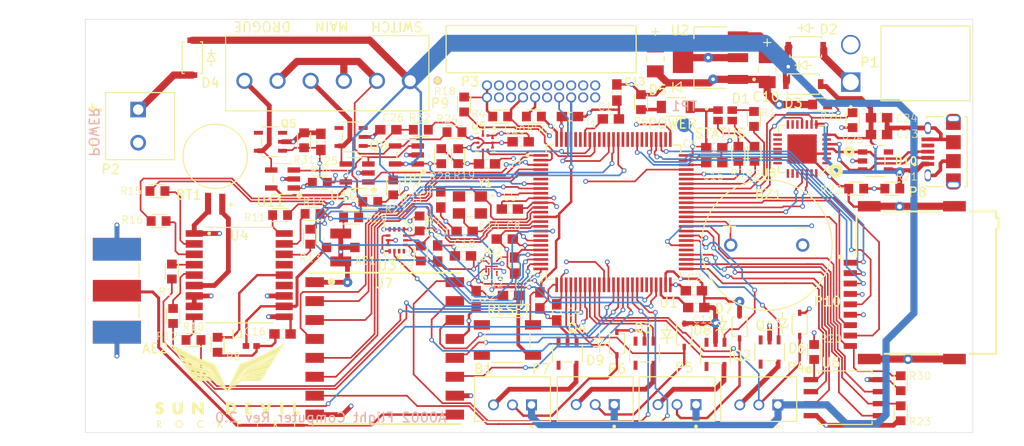
<source format=kicad_pcb>
(kicad_pcb (version 20211014) (generator pcbnew)
  (title_block (title "Liquid Engine Microcontroller") (date "2021-06-30") (rev "1.0") (company "Sun Devil Rocketry") (comment 1 "Author: Colton"))
  (layers (0 "F.Cu" signal) (1 "In1.Cu" signal) (2 "In2.Cu" signal) (31 "B.Cu" signal) (34 "B.Paste" user) (35 "F.Paste" user) (36 "B.SilkS" user "B.Silkscreen") (37 "F.SilkS" user "F.Silkscreen") (38 "B.Mask" user) (39 "F.Mask" user) (44 "Edge.Cuts" user))
  (net 0 "")
  (net 1 "Earth")
  (net 2 "/Navigation and Control/GPS")
  (net 3 "Net-(AE2-Pad1)")
  (net 5 "3.3V")
  (net 6 "NRST")
  (net 8 "SWCLK")
  (net 9 "SWDIO")
  (net 10 "/Navigation and Control/3V_BAK")
  (net 11 "OSC_IN")
  (net 12 "OSC_OUT")
  (net 13 "CAP1")
  (net 14 "SDA")
  (net 15 "SCL")
  (net 16 "CAP2")
  (net 17 "VIN")
  (net 18 "5V")
  (net 19 "DROGUE")
  (net 20 "MAIN")
  (net 21 "Net-(C16-Pad1)")
  (net 23 "Net-(D1-Pad2)")
  (net 24 "Net-(D1-Pad3)")
  (net 25 "Net-(D1-Pad4)")
  (net 26 "/PIN_SCREW")
  (net 27 "/PIN_HARN")
  (net 28 "Net-(D5-Pad1)")
  (net 29 "/Peripherals/D-")
  (net 30 "/Peripherals/D+")
  (net 32 "MOTOR1_PWM")
  (net 33 "MOTOR3_PWM")
  (net 34 "MOTOR2_PWM")
  (net 35 "MOTOR4_PWM")
  (net 36 "BOOT")
  (net 38 "VIN_SW")
  (net 39 "Net-(P5-Pad3)")
  (net 40 "Net-(P6-Pad3)")
  (net 41 "Net-(P7-Pad3)")
  (net 43 "SWO")
  (net 44 "Net-(P4-Pad3)")
  (net 46 "MOTOR1_EN")
  (net 47 "MOTOR3_EN")
  (net 48 "MOTOR2_EN")
  (net 49 "MOTOR4_EN")
  (net 50 "STATUS_B")
  (net 51 "~{USB_RST}")
  (net 52 "STATUS_G")
  (net 53 "~{USB_SUSPEND}")
  (net 54 "STATUS_R")
  (net 55 "~{FLASH_SS}")
  (net 56 "~{SWITCH}")
  (net 57 "VCOMP")
  (net 58 "~{MAIN_CONT}")
  (net 59 "~{DROGUE_CONT}")
  (net 60 "~{GPS_RST}")
  (net 61 "Net-(B1-Pad1)")
  (net 62 "~{GPS_SBOOT}")
  (net 63 "Net-(P9-Pad6)")
  (net 64 "GPS_INT")
  (net 65 "Net-(R8-Pad2)")
  (net 66 "Net-(R10-Pad2)")
  (net 67 "Net-(R11-Pad2)")
  (net 68 "Net-(R12-Pad2)")
  (net 69 "GPS_TX")
  (net 70 "Net-(R13-Pad2)")
  (net 71 "GPS_RX")
  (net 72 "Net-(R14-Pad2)")
  (net 73 "GPS_TIM")
  (net 74 "BP_SCL")
  (net 75 "BP_SDA")
  (net 76 "Net-(R15-Pad1)")
  (net 77 "W_SCK")
  (net 78 "W_MISO")
  (net 79 "W_MOSI")
  (net 80 "FLASH_MISO")
  (net 81 "FLASH_SCK")
  (net 82 "FLASH_MOSI")
  (net 84 "W_SS")
  (net 85 "W_RST")
  (net 86 "W_IO0")
  (net 87 "W_IO1")
  (net 88 "BEEP")
  (net 89 "W_IO2")
  (net 90 "W_IO3")
  (net 93 "~{FLASH_WP}")
  (net 94 "~{FLASH_HOLD}")
  (net 96 "W_IO4")
  (net 97 "W_IO5")
  (net 98 "RX_USB")
  (net 99 "TX_USB")
  (net 100 "BP_INT")
  (net 101 "Net-(R16-Pad1)")
  (net 107 "Net-(R17-Pad1)")
  (net 109 "USB_DETECT")
  (net 111 "IMU_INT1")
  (net 112 "IMU_INT2")
  (net 113 "MAG_INT")
  (net 114 "MAG_DRDY")
  (net 152 "SD_DAT2")
  (net 153 "SD_DAT3")
  (net 154 "SD_CMD")
  (net 155 "SD_CLK")
  (net 156 "SD_DAT0")
  (net 157 "SD_DAT1")
  (net 158 "~{SD_DETECT}")
  (net 163 "Net-(P9-Pad4)")
  (footprint "Flight-Computer:MS621FE-FL11E" (layer "F.Cu") (at 106.68 72.412 -90)
    (fp_text reference "BT1")
    (fp_text value "MS614SE-FL28E")
  )
  (footprint "Flight-Computer:RES_0603" (layer "F.Cu") (at 125.476 75.692 -90)
    (fp_text reference "R33")
    (fp_text value "10k")
  )
  (footprint "Flight-Computer:CLMVC-FKA-CL1D1L71BB7C3C3" (layer "F.Cu") (at 160.528 68.072)
    (fp_text reference "D1")
    (fp_text value "CLMVC-FKA-CL1D1L71BB7C3C3")
  )
  (footprint "Flight-Computer:MM3Z3V3B" (layer "F.Cu") (at 168.402 90.17 90)
    (fp_text reference "D6")
    (fp_text value "MM3Z3V3B" hide)
  )
  (footprint "Flight-Computer:TS391IYLT" (layer "F.Cu") (at 113.792 74.803 180)
    (fp_text reference "U11")
    (fp_text value "TS391IYLT" hide)
  )
  (footprint "Flight-Computer:142-0701-851" (layer "F.Cu") (at 96.139 86.614 90)
    (fp_text reference "AE2")
    (fp_text value "142-0701-851" hide)
  )
  (footprint "Flight-Computer:CAP_0603" (layer "F.Cu") (at 144.145 68.199 180)
    (fp_text reference "C7")
    (fp_text value "0.1uF")
  )
  (footprint "Engine-Controller:RES_0603" (layer "F.Cu") (at 128.397 82.677 -90)
    (fp_text reference "R9")
    (fp_text value "10k")
  )
  (footprint "Flight-Computer:3220-20-0200-00" (layer "F.Cu") (at 141.097 64.90805)
    (fp_text reference "P3")
    (fp_text value "3220-20-0200-00")
  )
  (footprint "Flight-Computer:440054-3" (layer "F.Cu") (at 140.081 98.679 180)
    (fp_text reference "P7")
    (fp_text value "440054-3")
  )
  (footprint "Flight-Computer:LMS8117AMP-3.3NOPB" (layer "F.Cu") (at 158.983 61.976 180)
    (fp_text reference "U2")
    (fp_text value "LMS8117AMP-3.3_NOPB")
  )
  (footprint "Flight-Computer:AT-1438-TWT-R" (layer "F.Cu") (at 164.9222 81.788)
    (fp_text reference "BZ1")
    (fp_text value "AT-1438-TWT-R")
  )
  (footprint "Flight-Computer:Jumper-NO" (layer "F.Cu") (at 148.463 68.453 180)
    (fp_text reference "J1")
    (fp_text value "Jumper_NO")
  )
  (footprint "Flight-Computer:MountingHole_3mm" (layer "F.Cu") (at 183.261 98.171 90)
    (fp_text reference "H3" hide)
    (fp_text value "Mounting-Hole" hide)
  )
  (footprint "Flight-Computer:CAP_0603" (layer "F.Cu") (at 142.748 88.9 -90)
    (fp_text reference "C4")
    (fp_text value "0.1uF")
  )
  (footprint "Flight-Computer:RES_0603" (layer "F.Cu") (at 128.397 69.596 180)
    (fp_text reference "R32")
    (fp_text value "100k")
  )
  (footprint "Flight-Computer:MM3Z3V3B" (layer "F.Cu") (at 156.21 91.313 90)
    (fp_text reference "D8")
    (fp_text value "MM3Z3V3B" hide)
  )
  (footprint "Flight-Computer:QS5U17TR" (layer "F.Cu") (at 143.891 93.218 -90)
    (fp_text reference "Q4")
    (fp_text value "QS5U17TR" hide)
  )
  (footprint "Flight-Computer:RES_0603" (layer "F.Cu") (at 174.371 75.819)
    (fp_text reference "R22")
    (fp_text value "20k")
  )
  (footprint "Flight-Computer:CAP_0603" (layer "F.Cu") (at 130.5052 76.962 -90)
    (fp_text reference "C12")
    (fp_text value "8pF")
  )
  (footprint "Flight-Computer:RES_0603" (layer "F.Cu") (at 116.064 70.711 -90)
    (fp_text reference "R31")
    (fp_text value "100k")
  )
  (footprint "Engine-Controller:RES_0603" (layer "F.Cu") (at 128.27 79.502 90)
    (fp_text reference "R7")
    (fp_text value "10k")
  )
  (footprint "Flight-Computer:CAP_0603" (layer "F.Cu") (at 149.098 65.659 90)
    (fp_text reference "C1")
    (fp_text value "4.7uF")
  )
  (footprint "Flight-Computer:RES_0603" (layer "F.Cu") (at 179.07 99.568 90)
    (fp_text reference "R23")
    (fp_text value "10k")
  )
  (footprint "Flight-Computer:RFM95" (layer "F.Cu") (at 124.587 92.71)
    (fp_text reference "U7")
    (fp_text value "RFM95W-868S2")
  )
  (footprint "Flight-Computer:RES_0603" (layer "F.Cu") (at 104.394 91.821 180)
    (fp_text reference "R10")
    (fp_text value "33")
  )
  (footprint "Flight-Computer:CAP_0603" (layer "F.Cu") (at 130.175 82.677 90)
    (fp_text reference "C17")
    (fp_text value "0.1uF")
  )
  (footprint "Flight-Computer:RES_0603" (layer "F.Cu") (at 169.926 93.091 90)
    (fp_text reference "R20")
    (fp_text value "10k")
  )
  (footprint "Flight-Computer:SM5819PL-TP" (layer "F.Cu") (at 168.783 64.77)
    (fp_text reference "D3")
    (fp_text value "SM5819PL-TP" hide)
  )
  (footprint "Flight-Computer:MountingHole_3mm" (layer "F.Cu") (at 96.393 98.171)
    (fp_text reference "H2" hide)
    (fp_text value "Mounting-Hole" hide)
  )
  (footprint "Flight-Computer:RES_0603" (layer "F.Cu") (at 102.235 89.281 90)
    (fp_text reference "R12")
    (fp_text value "33")
  )
  (footprint "Flight-Computer:CAP_0603" (layer "F.Cu") (at 176.784 68.326)
    (fp_text reference "C24")
    (fp_text value "0.1uF")
  )
  (footprint "Flight-Computer:SM5819PL-TP" (layer "F.Cu") (at 169.037 60.833)
    (fp_text reference "D2")
    (fp_text value "SM5819PL-TP" hide)
  )
  (footprint "Flight-Computer:RES_0603" (layer "F.Cu") (at 170.561 66.929)
    (fp_text reference "R26")
    (fp_text value "10k")
  )
  (footprint "Flight-Computer:STM32H750VBT6" (layer "F.Cu") (at 148.7424 78.3082)
    (fp_text reference "U1")
    (fp_text value "STM32H750VBTx")
  )
  (footprint "Flight-Computer:RES_0603" (layer "F.Cu") (at 106.934 92.329 90)
    (fp_text reference "R8")
    (fp_text value "10")
  )
  (footprint "Flight-Computer:CAP_0603" (layer "F.Cu") (at 157.226 86.614)
    (fp_text reference "C2")
    (fp_text value "0.1uF")
  )
  (footprint "Flight-Computer:QS5U17TR" (layer "F.Cu") (at 121.031 70.358 180)
    (fp_text reference "Q6")
    (fp_text value "QS5U17TR" hide)
  )
  (footprint "Flight-Computer:647676-2" (layer "F.Cu") (at 173.7905 64.5575 90)
    (fp_text reference "P1")
    (fp_text value "647676-2")
  )
  (footprint "Flight-Computer:RES_0603" (layer "F.Cu") (at 163.6268 72.136 90)
    (fp_text reference "R2")
    (fp_text value "82")
  )
  (footprint "Flight-Computer:TS391IYLT" (layer "F.Cu") (at 126.873 72.263 180)
    (fp_text reference "U9")
    (fp_text value "TS391IYLT" hide)
  )
  (footprint "Flight-Computer:RES_0603" (layer "F.Cu") (at 178.181 75.819)
    (fp_text reference "R21")
    (fp_text value "10k")
  )
  (footprint "Flight-Computer:QS5U17TR" (layer "F.Cu") (at 165.227 93.091 -90)
    (fp_text reference "Q1")
    (fp_text value "QS5U17TR" hide)
  )
  (footprint "Flight-Computer:CAP_0603" (layer "F.Cu") (at 137.795 77.978 180)
    (fp_text reference "C5")
    (fp_text value "0.1uF")
  )
  (footprint "Flight-Computer:RES_0603" (layer "F.Cu") (at 116.713 80.899 -90)
    (fp_text reference "R13")
    (fp_text value "33")
  )
  (footprint "Flight-Computer:RES_0603" (layer "F.Cu") (at 117.729 75.184)
    (fp_text reference "R34")
    (fp_text value "10k")
  )
  (footprint "Flight-Computer:T491A106K010AT" (layer "F.Cu") (at 153.162 62.103 -90)
    (fp_text reference "C13")
    (fp_text value "10uF" hide)
  )
  (footprint "Flight-Computer:SM5819PL-TP" (layer "F.Cu") (at 104.267 61.976 -90)
    (fp_text reference "D4")
    (fp_text value "SM5819PL-TP" hide)
  )
  (footprint "Flight-Computer:RES_0603" (layer "F.Cu") (at 116.967 78.486 180)
    (fp_text reference "R14")
    (fp_text value "33")
  )
  (footprint "Flight-Computer:SP0504BAHTG" (layer "F.Cu") (at 176.403 72.898)
    (fp_text reference "D10")
    (fp_text value "SP0504BAHTG" hide)
  )
  (footprint "Flight-Computer:MM3Z3V3B" (layer "F.Cu") (at 162.052 90.424 90)
    (fp_text reference "D7")
    (fp_text value "MM3Z3V3B" hide)
  )
  (footprint "Flight-Computer:73412-0110" (layer "F.Cu") (at 120.015 82.1898 -90)
    (fp_text reference "AE1")
    (fp_text value "0734120110")
  )
  (footprint "Flight-Computer:10118194-0001LF" (layer "F.Cu") (at 184.6326 71.914 90)
    (fp_text reference "P8")
    (fp_text value "USB")
  )
  (footprint "Flight-Computer:RES_0603" (layer "F.Cu") (at 151.638 66.675 -90)
    (fp_text reference "R6")
    (fp_text value "240")
  )
  (footprint "Flight-Computer:CAP_0603" (layer "F.Cu") (at 138.303 83.947 -90)
    (fp_text reference "C9")
    (fp_text value "1uF")
  )
  (footprint "Flight-Computer:RES_0603" (layer "F.Cu") (at 123.063 77.216)
    (fp_text reference "R27")
    (fp_text value "1k")
  )
  (footprint "Flight-Computer:MEM2075-00-140-01-A" (layer "F.Cu") (at 185.166 86.233 90)
    (fp_text reference "P10")
    (fp_text value "Micro_SD_Card")
  )
  (footprint "Flight-Computer:CAP_0603" (layer "F.Cu") (at 133.0198 80.3402 180)
    (fp_text reference "C14")
    (fp_text value "8pF")
  )
  (footprint "Flight-Computer:CAP_0603" (layer "F.Cu") (at 134.239 87.503 90)
    (fp_text reference "C22")
    (fp_text value "0.1uF")
  )
  (footprint "Flight-Computer:PTS647SM38SMTR2LFS" (layer "F.Cu") (at 137.541 91.821 180)
    (fp_text reference "B1")
    (fp_text value "PTS647SM38SMTR2LFS" hide)
  )
  (footprint "Flight-Computer:440054-3" (layer "F.Cu") (at 157.4545 98.6548 180)
    (fp_text reference "P5")
    (fp_text value "440054-3")
  )
  (footprint "Flight-Computer:RES_0603" (layer "F.Cu") (at 130.556 72.39 90)
    (fp_text reference "R28")
    (fp_text value "10k")
  )
  (footprint "Flight-Computer:RES_0603" (layer "F.Cu") (at 179.07 96.393 90)
    (fp_text reference "R30")
    (fp_text value "10k")
  )
  (footprint "Flight-Computer:RES_0603" (layer "F.Cu") (at 102.108 84.582 -90)
    (fp_text reference "R17")
    (fp_text value "33")
  )
  (footprint "Flight-Computer:QS5U17TR" (layer "F.Cu") (at 112.522 70.866 180)
    (fp_text reference "Q5")
    (fp_text value "QS5U17TR" hide)
  )
  (footprint "Flight-Computer:RES_0603" (layer "F.Cu") (at 161.925 72.136 90)
    (fp_text reference "R3")
    (fp_text value "280")
  )
  (footprint "Flight-Computer:RES_0603" (layer "F.Cu") (at 131.953 69.85 180)
    (fp_text reference "R24")
    (fp_text value "10k")
  )
  (footprint "Flight-Computer:1984659" (layer "F.Cu") (at 127.267252 64.425101 180)
    (fp_text reference "P9")
    (fp_text value "1984659" hide)
  )
  (footprint "Flight-Computer:L-07C27NJV6T" (layer "F.Cu") (at 110.49 92.456)
    (fp_text reference "L1")
    (fp_text value "27nH" hide)
  )
  (footprint "Flight-Computer:MAX-8C-0" (layer "F.Cu") (at 109.22 84.963)
    (fp_text reference "U4")
    (fp_text value "MAX-8C-0-10")
  )
  (footprint "Flight-Computer:BMP390" (layer "F.Cu") (at 135.255 70.993)
    (fp_text reference "U5")
    (fp_text value "BMP390")
  )
  (footprint "Flight-Computer:440054-3" (layer "F.Cu") (at 166.0905 98.679 180)
    (fp_text reference "P4")
    (fp_text value "440054-3")
  )
  (footprint "Flight-Computer:CP2012-GMR" (layer "F.Cu") (at 168.656 71.628 180)
    (fp_text reference "U8")
    (fp_text value "CP2102-GMR(QFN28)")
  )
  (footprint "Flight-Computer:CAP_0603" (layer "F.Cu") (at 159.385 71.501)
    (fp_text reference "C6")
    (fp_text value "0.1uF")
  )
  (footprint "Flight-Computer:CAP_0603" (layer "F.Cu") (at 140.97 87.63 -90)
    (fp_text reference "C3")
    (fp_text value "0.1uF")
  )
  (footprint "Flight-Computer:1546551-2" (layer "F.Cu") (at 98.552 69.215 -90)
    (fp_text reference "P2")
    (fp_text value "1546551-2")
  )
  (footprint "Flight-Computer:BMI323" (layer "F.Cu") (at 125.857 81.28 -90)
    (fp_text reference "U3")
    (fp_text value "BMI323" hide)
  )
  (footprint "Flight-Computer:SST25VF040B-50-4I-S2AE-T" (layer "F.Cu") (at 173.228 97.917)
    (fp_text reference "U6")
    (fp_text value "SST25VF040B-50-4I-S2AE-T" hide)
  )
  (footprint "Flight-Computer:SML-LX1206GC-TR" (layer "F.Cu") (at 155.321 67.183)
    (fp_text reference "D5")
    (fp_text value "SML-LX1206GC-TR" hide)
  )
  (footprint "Flight-Computer:RES_0603" (layer "F.Cu") (at 173.99 68.58 90)
    (fp_text reference "R25")
    (fp_text value "4.7k")
  )
  (footprint "Flight-Computer:CAP_0603" (layer "F.Cu") (at 135.382 73.2028)
    (fp_text reference "C21")
    (fp_text value "0.1uF")
  )
  (footprint "Flight-Computer:CAP_0603" (layer "F.Cu") (at 138.938 70.866 180)
    (fp_text reference "C20")
    (fp_text value "0.1uF")
  )
  (footprint "Flight-Computer:RES_0603" (layer "F.Cu") (at 140.335 68.199)
    (fp_text reference "R5")
    (fp_text value "100k")
  )
  (footprint "Flight-Computer:CAP_0603" (layer "F.Cu") (at 124.968 69.596 180)
    (fp_text reference "C26")
    (fp_text value "1uF")
  )
  (footprint "Flight-Computer:MountingHole_3mm" (layer "F.Cu") (at 96.52 61.341)
    (fp_text reference "H1" hide)
    (fp_text value "Mounting-Hole" hide)
  )
  (footprint "Flight-Computer:440054-3" (layer "F.Cu") (at 148.8185 98.6548 180)
    (fp_text reference "P6")
    (fp_text value "440054-3")
  )
  (footprint "Flight-Computer:RES_0603" (layer "F.Cu") (at 163.576 68.453 90)
    (fp_text reference "R1")
    (fp_text value "68")
  )
  (footprint "Flight-Computer:T491A106K010AT" (layer "F.Cu") (at 164.973 63.246 -90)
    (fp_text reference "C10")
    (fp_text value "10uF" hide)
  )
  (footprint "Flight-Computer:CAP_0603" (layer "F.Cu") (at 159.385 73.0758)
    (fp_text reference "C15")
    (fp_text value "2.2uF")
  )
  (footprint "Flight-Computer:TS391IYLT" (layer "F.Cu") (at 121.666 74.168 180)
    (fp_text reference "U10")
    (fp_text value "TS391IYLT" hide)
  )
  (footprint "Flight-Computer:RES_0603" (layer "F.Cu") (at 113.538 78.613 180)
    (fp_text reference "R11")
    (fp_text value "33")
  )
  (footprint "Flight-Computer:CAP_0603" (layer "F.Cu") (at 176.784 70.104)
    (fp_text reference "C23")
    (fp_text value "1uF")
  )
  (footprint "Flight-Computer:QS5U17TR" (layer "F.Cu") (at 159.512 93.345 -90)
    (fp_text reference "Q2")
    (fp_text value "QS5U17TR" hide)
  )
  (footprint "Flight-Computer:Logo" (layer "F.Cu") (at 107.95 96.393)
    (fp_text reference "LOGO1" hide)
    (fp_text value "Logo" hide)
  )
  (footprint "Flight-Computer:RES_0603" (layer "F.Cu") (at 132.334 72.39 -90)
    (fp_text reference "R19")
    (fp_text value "4.7k")
  )
  (footprint "Flight-Computer:RES_0603" (layer "F.Cu") (at 136.779 68.199 180)
    (fp_text reference "R4")
    (fp_text value "100k")
  )
  (footprint "Flight-Computer:MM3Z3V3B" (layer "F.Cu") (at 149.098 92.202 90)
    (fp_text reference "D9")
    (fp_text value "MM3Z3V3B" hide)
  )
  (footprint "Flight-Computer:RES_0603" (layer "F.Cu") (at 132.969 66.929 90)
    (fp_text reference "R18")
    (fp_text value "4.7k")
  )
  (footprint "Flight-Computer:CAP_0603" (layer "F.Cu") (at 157.48 88.392)
    (fp_text reference "C11")
    (fp_text value "2.2uF")
  )
  (footprint "Flight-Computer:BMM150" (layer "F.Cu") (at 135.89 84.074)
    (fp_text reference "U12")
    (fp_text value "BMM150")
  )
  (footprint "Flight-Computer:CAP_0603" (layer "F.Cu") (at 113.792 91.186)
    (fp_text reference "C16")
    (fp_text value "0.01uF")
  )
  (footprint "Flight-Computer:ECS-240-18-33-JGN-TR" (layer "F.Cu") (at 133.5786 77.5462 180)
    (fp_text reference "Y1")
    (fp_text value "ECS-240-18-33-JGN-TR")
  )
  (footprint "Flight-Computer:CAP_0603" (layer "F.Cu") (at 117.842 70.877 90)
    (fp_text reference "C25")
    (fp_text value "1uF")
  )
  (footprint "Flight-Computer:CAP_0603" (layer "F.Cu") (at 132.842 82.931 180)
    (fp_text reference "C18")
    (fp_text value "0.1uF")
  )
  (footprint "Flight-Computer:RES_0603" (layer "F.Cu") (at 100.584 76.073 180)
    (fp_text reference "R15")
    (fp_text value "33")
  )
  (footprint "Flight-Computer:CAP_0603" (layer "F.Cu") (at 137.2616 81.153 180)
    (fp_text reference "C8")
    (fp_text value "0.1uF")
  )
  (footprint "Engine-Controller:Jumper-NO" (layer "F.Cu") (at 137.922 87.122)
    (fp_text reference "J2")
    (fp_text value "Jumper_NO")
  )
  (footprint "Flight-Computer:RES_0603" (layer "F.Cu") (at 121.031 78.867 180)
    (fp_text reference "R29")
    (fp_text value "10k")
  )
  (footprint "Flight-Computer:RES_0603" (layer "F.Cu") (at 100.711 79.248 180)
    (fp_text reference "R16")
    (fp_text value "33")
  )
  (footprint "Flight-Computer:QS5U17TR" (layer "F.Cu") (at 152.019 93.218 -90)
    (fp_text reference "Q3")
    (fp_text value "QS5U17TR" hide)
  )
  (footprint "Flight-Computer:TP" (layer "B.Cu") (at 156.21 69.088 180)
    (fp_text reference "TP1")
    (fp_text value "TP")
  )
  (gr_line (start 92.964 101.6) (end 186.69 101.6) (layer "Edge.Cuts") (width 0.05))
  (gr_line (start 92.964 57.912) (end 92.964 101.6) (layer "Edge.Cuts") (width 0.05))
  (gr_line (start 186.69 57.912) (end 186.69 101.6) (layer "Edge.Cuts") (width 0.05))
  (gr_line (start 92.964 57.912) (end 186.69 57.912) (layer "Edge.Cuts") (width 0.05))
  (gr_text "A0002 Flight Computer Rev 2.0\n " (at 118.872 100.838) (layer "B.SilkS") (effects (font (size 1.016 1.016)) (justify mirror)))
  (gr_text "POWER" (at 93.853 69.85 270) (layer "B.SilkS") (effects (font (size 1.016 1.016)) (justify mirror)))
  (gr_text "POWER" (at 154.94 68.961) (layer "F.SilkS") (effects (font (size 1.016 1.016))))
  (gr_text "RESET" (at 137.668 88.646) (layer "F.SilkS") (effects (font (size 1.016 1.016))))
  (gr_text "+\n" (at 93.726 67.183) (layer "F.SilkS") (effects (font (size 1.016 1.016))))
  (gr_text "DROGUE" (at 111.633 58.674 180) (layer "F.SilkS") (effects (font (size 1.016 1.016))))
  (gr_text "MAIN" (at 118.999 58.674 180) (layer "F.SilkS") (effects (font (size 1.016 1.016))))
  (gr_text "-\n\n" (at 94.488 71.247 90) (layer "F.SilkS") (effects (font (size 1.016 1.016))))
  (gr_text "SWITCH" (at 125.857 58.674 180) (layer "F.SilkS") (effects (font (size 1.016 1.016))))
  (gr_text "STATUS" (at 160.02 69.977) (layer "F.SilkS") (effects (font (size 1.016 1.016))))
  (segment (start 134.4422 70.4676) (end 133.7484 70.4676) (width 0.1778) (layer "F.Cu") (net 1))
  (segment (start 153.2128 63.4238) (end 154.432 64.643) (width 0.762) (layer "F.Cu") (net 1))
  (segment (start 120.127 99.71) (end 121.031 98.806) (width 0.508) (layer "F.Cu") (net 1))
  (segment (start 150.622 90.805) (end 149.225 90.805) (width 0.254) (layer "F.Cu") (net 1))
  (segment (start 120.015 82.042) (end 119.9388 82.1182) (width 0.508) (layer "F.Cu") (net 1))
  (segment (start 138.303 84.797) (end 138.264 84.797) (width 0.1778) (layer "F.Cu") (net 1))
  (segment (start 141.859 87.503) (end 141.859 86.487) (width 0.1778) (layer "F.Cu") (net 1))
  (segment (start 151.638 65.885) (end 153.19 65.885) (width 0.381) (layer "F.Cu") (net 1))
  (segment (start 134.239 86.653) (end 134.239 86.614) (width 0.254) (layer "F.Cu") (net 1))
  (segment (start 175.132 89.153) (end 175.133 89.154) (width 0.1778) (layer "F.Cu") (net 1))
  (segment (start 136.945 77.2786) (end 137.0838 77.1398) (width 0.1778) (layer "F.Cu") (net 1))
  (segment (start 139.2301 80.8863) (end 138.6332 80.2894) (width 0.1778) (layer "F.Cu") (net 1))
  (segment (start 173.581 77.188) (end 174.117 77.724) (width 0.254) (layer "F.Cu") (net 1))
  (segment (start 120.241 78.867) (end 120.241 80.363) (width 0.1778) (layer "F.Cu") (net 1))
  (segment (start 140.97 88.392) (end 141.859 87.503) (width 0.1778) (layer "F.Cu") (net 1))
  (segment (start 124.9426 81.779999) (end 124.9426 81.3054) (width 0.1778) (layer "F.Cu") (net 1))
  (segment (start 183.261 73.152) (end 183.261 73.8698) (width 0.381) (layer "F.Cu") (net 1))
  (segment (start 96.3041 90.9955) (end 96.3041 93.5101) (width 0.508) (layer "F.Cu") (net 1))
  (segment (start 133.477 85.851) (end 133.477 85.852) (width 0.127) (layer "F.Cu") (net 1))
  (segment (start 181.9326 70.614) (end 183.3072 70.614) (width 0.381) (layer "F.Cu") (net 1))
  (segment (start 160.274 71.501) (end 161.036 70.739) (width 0.1778) (layer "F.Cu") (net 1))
  (segment (start 135.855 84.039) (end 135.29 84.039) (width 0.127) (layer "F.Cu") (net 1))
  (segment (start 168.7302 70.9168) (end 168.7302 70.9402) (width 0.1778) (layer "F.Cu") (net 1))
  (segment (start 134.5264 71.4676) (end 135.001 70.993) (width 0.1778) (layer "F.Cu") (net 1))
  (segment (start 114.9858 74.803) (end 113.792 74.803) (width 0.381) (layer "F.Cu") (net 1))
  (segment (start 169.029 72.128) (end 168.91 72.009) (width 0.254) (layer "F.Cu") (net 1))
  (segment (start 175.037052 72.898) (end 173.99 72.898) (width 0.2667) (layer "F.Cu") (net 1))
  (segment (start 160.1334 71.8956) (end 160.1334 72.3764) (width 0.1778) (layer "F.Cu") (net 1))
  (segment (start 130.5052 77.812) (end 130.5052 78.74) (width 0.1778) (layer "F.Cu") (net 1))
  (segment (start 104.47 80.563) (end 104.47 79.68) (width 0.508) (layer "F.Cu") (net 1))
  (segment (start 117.372 85.574) (end 117.348 85.598) (width 0.508) (layer "F.Cu") (net 1))
  (segment (start 122.30735 70.358) (end 123.317 70.358) (width 0.381) (layer "F.Cu") (net 1))
  (segment (start 184.3786 77.7494) (end 184.277 77.851) (width 0.762) (layer "F.Cu") (net 1))
  (segment (start 113.97 89.363) (end 112.313 89.363) (width 0.508) (layer "F.Cu") (net 1))
  (segment (start 177.745 69.414) (end 177.634 69.303) (width 0.508) (layer "F.Cu") (net 1))
  (segment (start 134.5331 70.5585) (end 134.747 70.5585) (width 0.1778) (layer "F.Cu") (net 1))
  (segment (start 141.7955 89.3445) (end 141.986 89.535) (width 0.1778) (layer "F.Cu") (net 1))
  (segment (start 182.6914 69.414) (end 183.3072 70.0298) (width 0.381) (layer "F.Cu") (net 1))
  (segment (start 168.99255 88.94445) (end 169.418 88.519) (width 0.254) (layer "F.Cu") (net 1))
  (segment (start 96.3041 79.6671) (end 96.3041 81.5721) (width 0.508) (layer "F.Cu") (net 1))
  (segment (start 157.607 72.644) (end 157.607 72.517) (width 0.1778) (layer "F.Cu") (net 1))
  (segment (start 183.499 72.914) (end 183.261 73.152) (width 0.381) (layer "F.Cu") (net 1))
  (segment (start 154.2424 84.7716) (end 154.432 84.582) (width 0.254) (layer "F.Cu") (net 1))
  (segment (start 138.264 84.797) (end 137.541 84.074) (width 0.1778) (layer "F.Cu") (net 1))
  (segment (start 143.129 90.424) (end 143.129 90.17) (width 0.254) (layer "F.Cu") (net 1))
  (segment (start 116.064 69.921) (end 117.814 69.921) (width 0.508) (layer "F.Cu") (net 1))
  (segment (start 150.661 64.809) (end 151.511 65.659) (width 0.254) (layer "F.Cu") (net 1))
  (segment (start 117.814 69.921) (end 117.842 69.949) (width 0.508) (layer "F.Cu") (net 1))
  (segment (start 143.891 91.186) (end 143.129 90.424) (width 0.254) (layer "F.Cu") (net 1))
  (segment (start 159.258 88.392) (end 158.623 88.392) (width 0.508) (layer "F.Cu") (net 1))
  (segment (start 136.4488 81.153) (end 137.3124 80.2894) (width 0.1778) (layer "F.Cu") (net 1))
  (segment (start 114.935 70.866) (end 115.824 69.977) (width 0.508) (layer "F.Cu") (net 1))
  (segment (start 161.883 64.276) (end 159.258 64.262) (width 0.762) (layer "F.Cu") (net 1))
  (segment (start 184.5264 70.614) (end 184.6072 70.6948) (width 0.381) (layer "F.Cu") (net 1))
  (segment (start 134.239 86.614) (end 133.477 85.852) (width 0.254) (layer "F.Cu") (net 1))
  (segment (start 149.098 64.809) (end 150.661 64.809) (width 0.254) (layer "F.Cu") (net 1))
  (segment (start 135.001 84.328) (end 135.128 84.328) (width 0.127) (layer "F.Cu") (net 1))
  (segment (start 173.581 75.819) (end 173.581 77.188) (width 0.254) (layer "F.Cu") (net 1))
  (segment (start 177.634 69.303) (end 177.634 69.938) (width 0.508) (layer "F.Cu") (net 1))
  (segment (start 164.973 65.786) (end 166.116 66.929) (width 0.762) (layer "F.Cu") (net 1))
  (segment (start 136.437 81.2936) (end 136.3726 81.2292) (width 0.1778) (layer "F.Cu") (net 1))
  (segment (start 143.2424 70.6282) (end 143.2424 69.2286) (width 0.254) (layer "F.Cu") (net 1))
  (segment (start 139.8016 76.835) (end 140.4874 76.835) (width 0.1778) (layer "F.Cu") (net 1))
  (segment (start 143.2424 68.2126) (end 143.256 68.199) (width 0.254) (layer "F.Cu") (net 1))
  (segment (start 136.421 84.039) (end 135.855 84.039) (width 0.127) (layer "F.Cu") (net 1))
  (segment (start 119.9388 80.567) (end 119.9388 82.1182) (width 0.508) (layer "F.Cu") (net 1))
  (segment (start 153.19 65.885) (end 154.432 64.643) (width 0.381) (layer "F.Cu") (net 1))
  (segment (start 124.9426 81.3054) (end 124.968 81.28) (width 0.1778) (layer "F.Cu") (net 1))
  (segment (start 114.642 91.186) (end 114.642 89.369) (width 0.254) (layer "F.Cu") (net 1))
  (segment (start 169.918 71.4168) (end 169.9006 71.3994) (width 0.1778) (layer "F.Cu") (net 1))
  (segment (start 159.258 64.262) (end 159.272 64.276) (width 0.762) (layer "F.Cu") (net 1))
  (segment (start 137.541 83.439) (end 137.541 83.058) (width 0.1778) (layer "F.Cu") (net 1))
  (segment (start 136.906 72.644) (end 136.652 72.898) (width 0.1778) (layer "F.Cu") (net 1))
  (segment (start 173.746 89.153) (end 175.132 89.153) (width 0.1778) (layer "F.Cu") (net 1))
  (segment (start 113.79835 70.866) (end 114.935 70.866) (width 0.508) (layer "F.Cu") (net 1))
  (segment (start 154.432 84.582) (end 155.067 84.582) (width 0.254) (layer "F.Cu") (net 1))
  (segment (start 136.232 73.2028) (end 136.3472 73.2028) (width 0.1778) (layer "F.Cu") (net 1))
  (segment (start 120.65 85.725) (end 120.65 83.439) (width 0.508) (layer "F.Cu") (net 1))
  (segment (start 184.257 93.833) (end 184.277 93.853) (width 0.508) (layer "F.Cu") (net 1))
  (segment (start 160.02 72.263) (end 160.1334 72.3764) (width 0.1778) (layer "F.Cu") (net 1))
  (segment (start 133.477 85.852) (end 135.001 84.328) (width 0.127) (layer "F.Cu") (net 1))
  (segment (start 137.506 84.039) (end 137.541 84.074) (width 0.127) (layer "F.Cu") (net 1))
  (segment (start 168.656 71.628) (end 171.577 74.549) (width 0.254) (layer "F.Cu") (net 1))
  (segment (start 160.1334 72.3764) (end 160.1334 73.0386) (width 0.1778) (layer "F.Cu") (net 1))
  (segment (start 139.4968 77.1398) (end 139.8016 76.835) (width 0.1778) (layer "F.Cu") (net 1))
  (segment (start 137.541 84.074) (end 137.541 83.439) (width 0.1778) (layer "F.Cu") (net 1))
  (segment (start 139.652 81.3082) (end 139.2301 80.8863) (width 0.1778) (layer "F.Cu") (net 1))
  (segment (start 161.883 64.276) (end 165.086 64.276) (width 0.762) (layer "F.Cu") (net 1))
  (segment (start 177.634 69.938) (end 177.673 69.977) (width 0.508) (layer "F.Cu") (net 1))
  (segment (start 137.8966 70.9676) (end 137.922 70.993) (width 0.1778) (layer "F.Cu") (net 1))
  (segment (start 136.4116 81.153) (end 136.4116 81.1666) (width 0.1778) (layer "F.Cu") (net 1))
  (segment (start 128.0668 72.263) (end 126.873 72.263) (width 0.381) (layer "F.Cu") (net 1))
  (segment (start 159.512 88.646) (end 159.258 88.392) (width 0.508) (layer "F.Cu") (net 1))
  (segment (start 131.727 68.834) (end 129.921 68.834) (width 0.1778) (layer "F.Cu") (net 1))
  (segment (start 178.308 100.838) (end 178.689 100.457) (width 0.508) (layer "F.Cu") (net 1))
  (segment (start 129.921 68.834) (end 129.54 69.215) (width 0.1778) (layer "F.Cu") (net 1))
  (segment (start 164.973 64.5668) (end 164.973 65.786) (width 0.762) (layer "F.Cu") (net 1))
  (segment (start 136.945 77.978) (end 136.945 77.2786) (width 0.1778) (layer "F.Cu") (net 1))
  (segment (start 137.541 82.296) (end 137.4775 82.2325) (width 0.1778) (layer "F.Cu") (net 1))
  (segment (start 166.116 66.929) (end 169.672 66.929) (width 0.762) (layer "F.Cu") (net 1))
  (segment (start 153.162 63.4238) (end 153.2128 63.4238) (width 0.762) (layer "F.Cu") (net 1))
  (segment (start 159.512 92.06865) (end 159.512 88.646) (width 0.508) (layer "F.Cu") (net 1))
  (segment (start 170.23735 99.87935) (end 171.196 100.838) (width 0.508) (layer "F.Cu") (net 1))
  (segment (start 136.836 83.058) (end 137.541 83.058) (width 0.127) (layer "F.Cu") (net 1))
  (segment (start 121.4388 82.042) (end 120.015 82.042) (width 0.508) (layer "F.Cu") (net 1))
  (segment (start 171.246 72.128) (end 169.029 72.128) (width 0.254) (layer "F.Cu") (net 1))
  (segment (start 104.47 80.563) (end 107.143 80.563) (width 0.508) (layer "F.Cu") (net 1))
  (segment (start 119.9388 83.3628) (end 120.015 83.439) (width 0.508) (layer "F.Cu") (net 1))
  (segment (start 113.97 87.163) (end 112.182 87.163) (width 0.508) (layer "F.Cu") (net 1))
  (segment (start 158.115 85.852) (end 158.115 86.614) (width 0.254) (layer "F.Cu") (net 1))
  (segment (start 174.117 77.724) (end 175.133 77.724) (width 0.254) (layer "F.Cu") (net 1))
  (segment (start 138.6332 80.2894) (end 137.3124 80.2894) (width 0.1778) (layer "F.Cu") (net 1))
  (segment (start 135.001 70.8125) (end 135.001 70.993) (width 0.1778) (layer "F.Cu") (net 1))
  (segment (start 154.2424 85.9882) (end 154.2424 84.7716) (width 0.254) (layer "F.Cu") (net 1))
  (segment (start 130.175 81.827) (end 131.738 81.827) (width 0.1778) (layer "F.Cu") (net 1))
  (segment (start 122.8598 74.168) (end 121.793 74.168) (width 0.381) (layer "F.Cu") (net 1))
  (segment (start 135.289 84.294) (end 135.289 84.108) (width 0.127) (layer "F.Cu") (net 1))
  (segment (start 177.634 69.811) (end 177.8 69.977) (width 0.254) (layer "F.Cu") (net 1))
  (segment (start 158.33 87.415) (end 158.33 86.829) (width 0.254) (layer "F.Cu") (net 1))
  (segment (start 140.97 88.48) (end 140.97 88.392) (width 0.1778) (layer "F.Cu") (net 1))
  (segment (start 133.3326 70.4676) (end 132.969 70.104) (width 0.1778) (layer "F.Cu") (net 1))
  (segment (start 183.3072 70.0298) (end 183.3072 70.614) (width 0.381) (layer "F.Cu") (net 1))
  (segment (start 117.475 85.725) (end 120.65 85.725) (width 0.508) (layer "F.Cu") (net 1))
  (segment (start 162.052 87.757) (end 160.909 87.757) (width 0.254) (layer "F.Cu") (net 1))
  (segment (start 153.162 63.4238) (end 153.162 63.5) (width 0.762) (layer "F.Cu") (net 1))
  (segment (start 141.986 89.535) (end 142.748 89.535) (width 0.1778) (layer "F.Cu") (net 1))
  (segment (start 175.746 93.833) (end 184.17 93.833) (width 0.762) (layer "F.Cu") (net 1))
  (segment (start 131.8895 81.9785) (end 131.953 82.042) (width 0.1778) (layer "F.Cu") (net 1))
  (segment (start 154.432 64.643) (end 158.877 64.643) (width 0.762) (layer "F.Cu") (net 1))
  (segment (start 136.9314 70.9676) (end 137.8966 70.9676) (width 0.1778) (layer "F.Cu") (net 1))
  (segment (start 135.9672 70.9676) (end 136.9314 70.9676) (width 0.1778) (layer "F.Cu") (net 1))
  (segment (start 172.593 75.565) (end 173.482 75.565) (width 0.254) (layer "F.Cu") (net 1))
  (segment (start 160.909 87.757) (end 160.567 87.415) (width 0.254) (layer "F.Cu") (net 1))
  (segment (start 171.577 74.549) (end 172.593 75.565) (width 0.254) (layer "F.Cu") (net 1))
  (segment (start 142.367 85.979) (end 142.748 85.979) (width 0.1778) (layer "F.Cu") (net 1))
  (segment (start 152.019 91.186) (end 151.638 90.805) (width 0.254) (layer "F.Cu") (net 1))
  (segment (start 131.0386 79.2734) (end 132.1054 80.3402) (width 0.1778) (layer "F.Cu") (net 1))
  (segment (start 160.235 71.501) (end 160.274 71.501) (width 0.1778) (layer "F.Cu") (net 1))
  (segment (start 130.5052 78.74) (end 131.0386 79.2734) (width 0.1778) (layer "F.Cu") (net 1))
  (segment (start 183.3072 70.614) (end 184.5264 70.614) (width 0.381) (layer "F.Cu") (net 1))
  (segment (start 165.227 91.81465) (end 165.227 90.297) (width 0.508) (layer "F.Cu") (net 1))
  (segment (start 137.4775 82.2325) (end 136.652 81.407) (width 0.1778) (layer "F.Cu") (net 1))
  (segment (start 138.176 72.644) (end 136.906 72.644) (width 0.1778) (layer "F.Cu") (net 1))
  (segment (start 184.699 77.683) (end 184.785 77.597) (width 0.762) (layer "F.Cu") (net 1))
  (segment (start 182.7022 74.4286) (end 182.0672 74.4286) (width 0.381) (layer "F.Cu") (net 1))
  (segment (start 140.97 88.519) (end 141.7955 89.3445) (width 0.1778) (layer "F.Cu") (net 1))
  (segment (start 141.859 86.487) (end 142.367 85.979) (width 0.1778) (layer "F.Cu") (net 1))
  (segment (start 156.21 90.08745) (end 159.30245 90.08745) (width 0.508) (layer "F.Cu") (net 1))
  (segment (start 183.261 73.8698) (end 182.7022 74.4286) (width 0.381) (layer "F.Cu") (net 1))
  (segment (start 157.607 85.344) (end 158.115 85.852) (width 0.254) (layer "F.Cu") (net 1))
  (segment (start 120.241 80.363) (end 120.269 80.391) (width 0.1778) (layer "F.Cu") (net 1))
  (segment (start 140.97 88.48) (end 140.97 88.519) (width 0.1778) (layer "F.Cu") (net 1))
  (segment (start 126.607001 80.1243) (end 127.2413 80.1243) (width 0.1778) (layer "F.Cu") (net 1))
  (segment (start 137.0838 77.1398) (end 139.4968 77.1398) (width 0.1778) (layer "F.Cu") (net 1))
  (segment (start 151.638 90.805) (end 150.622 90.805) (width 0.254) (layer "F.Cu") (net 1))
  (segment (start 171.196 100.838) (end 178.308 100.838) (width 0.508) (layer "F.Cu") (net 1))
  (segment (start 134.4422 71.4676) (end 134.5264 71.4676) (width 0.1778) (layer "F.Cu") (net 1))
  (segment (start 177.634 68.326) (end 177.634 69.303) (width 0.508) (layer "F.Cu") (net 1))
  (segment (start 157.4428 72.8082) (end 157.607 72.644) (width 0.1778) (layer "F.Cu") (net 1))
  (segment (start 162.052 89.32545) (end 162.052 87.757) (width 0.508) (layer "F.Cu") (net 1))
  (segment (start 132.743 69.85) (end 131.727 68.834) (width 0.1778) (layer "F.Cu") (net 1))
  (segment (start 143.891 91.94165) (end 143.891 91.186) (width 0.254) (layer "F.Cu") (net 1))
  (segment (start 136.4116 81.153) (end 136.4488 81.153) (width 0.1778) (layer "F.Cu") (net 1))
  (segment (start 160.567 87.415) (end 158.33 87.415) (width 0.254) (layer "F.Cu") (net 1))
  (segment (start 181.9326 69.414) (end 182.6914 69.414) (width 0.381) (layer "F.Cu") (net 1))
  (segment (start 157.861 72.263) (end 160.02 72.263) (width 0.1778) (layer "F.Cu") (net 1))
  (segment (start 136.421 83.473) (end 136.836 83.058) (width 0.127) (layer "F.Cu") (net 1))
  (segment (start 140.97 88.734) (end 140.97 88.646) (width 0.1778) (layer "F.Cu") (net 1))
  (segment (start 184.6326 72.914) (end 183.499 72.914) (width 0.381) (layer "F.Cu") (net 1))
  (segment (start 133.684 97.71) (end 131.987 97.71) (width 0.508) (layer "F.Cu") (net 1))
  (segment (start 135.855 84.605) (end 135.855 84.039) (width 0.127) (layer "F.Cu") (net 1))
  (segment (start 133.7484 70.4676) (end 133.3326 70.4676) (width 0.1778) (layer "F.Cu") (net 1))
  (segment (start 165.086 64.276) (end 165.1 64.262) (width 0.762) (layer "F.Cu") (net 1))
  (segment (start 181.9326 69.414) (end 177.745 69.414) (width 0.508) (layer "F.Cu") (net 1))
  (segment (start 157.607 72.517) (end 157.861 72.263) (width 0.1778) (layer "F.Cu") (net 1))
  (segment (start 135.255 84.328) (end 135.128 84.328) (width 0.127) (layer "F.Cu") (net 1))
  (segment (start 155.067 84.582) (end 155.829 85.344) (width 0.254) (layer "F.Cu") (net 1))
  (segment (start 131.738 81.827) (end 131.8895 81.9785) (width 0.1778) (layer "F.Cu") (net 1))
  (segment (start 123.317 70.358) (end 123.825 69.85) (width 0.381) (layer "F.Cu") (net 1))
  (segment (start 141.0624 81.3082) (end 139.652 81.3082) (width 0.1778) (layer "F.Cu") (net 1))
  (segment (start 184.17 93.833) (end 184.277 93.726) (width 0.762) (layer "F.Cu") (net 1))
  (segment (start 135.9672 70.9676) (end 135.9672 71.4512) (width 0.1778) (layer "F.Cu") (net 1))
  (segment (start 143.2424 69.2286) (end 143.2424 68.2126) (width 0.254) (layer "F.Cu") (net 1))
  (segment (start 158.877 64.643) (end 159.258 64.262) (width 0.762) (layer "F.Cu") (net 1))
  (segment (start 168.402 88.94445) (end 168.99255 88.94445) (width 0.254) (layer "F.Cu") (net 1))
  (segment (start 158.33 88.392) (end 158.33 87.415) (width 0.254) (layer "F.Cu") (net 1))
  (segment (start 132.1054 80.3402) (end 132.1698 80.3402) (width 0.1778) (layer "F.Cu") (net 1))
  (segment (start 135.636 87.376) (end 137.033 87.376) (width 0.1778) (layer "F.Cu") (net 1))
  (segment (start 135.289 84.605) (end 135.289 84.294) (width 0.127) (layer "F.Cu") (net 1))
  (segment (start 137.541 83.058) (end 137.541 82.296) (width 0.1778) (layer "F.Cu") (net 1))
  (segment (start 155.829 85.344) (end 157.607 85.344) (width 0.254) (layer "F.Cu") (net 1))
  (segment (start 117.187 99.71) (end 120.127 99.71) (width 0.508) (layer "F.Cu") (net 1))
  (segment (start 124.9426 81.28) (end 125.73 81.28) (width 0.1778) (layer "F.Cu") (net 1))
  (segment (start 131.953 82.042) (end 131.953 82.804) (width 0.1778) (layer "F.Cu") (net 1))
  (segment (start 135.001 70.993) (end 136.017 70.993) (width 0.1778) (layer "F.Cu") (net 1))
  (segment (start 156.4224 72.8082) (end 157.4428 72.8082) (width 0.1778) (layer "F.Cu") (net 1))
  (segment (start 158.33 86.829) (end 158.242 86.741) (width 0.254) (layer "F.Cu") (net 1))
  (segment (start 141.0624 76.8082) (end 142.4418 76.8082) (width 0.1778) (layer "F.Cu") (net 1))
  (segment (start 134.4422 70.4676) (end 134.5331 70.5585) (width 0.1778) (layer "F.Cu") (net 1))
  (segment (start 119.9388 82.1182) (end 119.9388 82.4992) (width 0.508) (layer "F.Cu") (net 1))
  (segment (start 152.019 91.94165) (end 152.019 91.186) (width 0.254) (layer "F.Cu") (net 1))
  (segment (start 134.913 86.653) (end 135.636 87.376) (width 0.1778) (layer "F.Cu") (net 1))
  (segment (start 104.47 79.68) (end 105.918 78.232) (width 0.508) (layer "F.Cu") (net 1))
  (segment (start 134.747 70.5585) (end 135.001 70.8125) (width 0.1778) (layer "F.Cu") (net 1))
  (segment (start 175.746 77.683) (end 184.699 77.683) (width 0.762) (layer "F.Cu") (net 1))
  (segment (start 134.239 86.653) (end 134.913 86.653) (width 0.1778) (layer "F.Cu") (net 1))
  (segment (start 135.289 84.294) (end 135.255 84.328) (width 0.127) (layer "F.Cu") (net 1))
  (segment (start 119.9388 82.4992) (end 119.9388 83.3628) (width 0.508) (layer "F.Cu") (net 1))
  (via (at 107.143 80.563) (size 0.5) (drill 0.3) (layers "F.Cu" "B.Cu") (net 1))
  (via (at 178.943 77.724) (size 1.016) (drill 0.508) (layers "F.Cu" "B.Cu") (net 1))
  (via (at 159.258 64.262) (size 1.016) (drill 0.381) (layers "F.Cu" "B.Cu") (net 1))
  (via (at 138.176 72.644) (size 0.5) (drill 0.3) (layers "F.Cu" "B.Cu") (net 1))
  (via (at 171.196 100.838) (size 0.5) (drill 0.3) (layers "F.Cu" "B.Cu") (net 1))
  (via (at 162.052 87.757) (size 1.016) (drill 0.381) (layers "F.Cu" "B.Cu") (net 1))
  (via (at 142.4418 76.8082) (size 0.5) (drill 0.3) (layers "F.Cu" "B.Cu") (net 1))
  (via (at 161.036 70.739) (size 0.5) (drill 0.3) (layers "F.Cu" "B.Cu") (net 1))
  (via (at 126.873 72.263) (size 0.5) (drill 0.3) (layers "F.Cu" "B.Cu") (net 1))
  (via (at 120.65 85.725) (size 1.016) (drill 0.381) (layers "F.Cu" "B.Cu") (net 1))
  (via (at 133.477 85.852) (size 0.5) (drill 0.3) (layers "F.Cu" "B.Cu") (net 1))
  (via (at 150.661 64.809) (size 0.5) (drill 0.3) (layers "F.Cu" "B.Cu") (net 1))
  (via (at 131.8895 81.9785) (size 0.5) (drill 0.3) (layers "F.Cu" "B.Cu") (net 1))
  (via (at 131.0386 79.2734) (size 0.5) (drill 0.3) (layers "F.Cu" "B.Cu") (net 1))
  (via (at 165.227 90.297) (size 0.5) (drill 0.3) (layers "F.Cu" "B.Cu") (net 1))
  (via (at 114.935 70.866) (size 0.5) (drill 0.3) (layers "F.Cu" "B.Cu") (net 1))
  (via (at 141.7955 89.3445) (size 0.5) (drill 0.3) (layers "F.Cu" "B.Cu") (net 1))
  (via (at 112.182 87.163) (size 0.5) (drill 0.3) (layers "F.Cu" "B.Cu") (net 1))
  (via (at 123.317 70.358) (size 0.5) (drill 0.3) (layers "F.Cu" "B.Cu") (net 1))
  (via (at 125.73 81.28) (size 0.5) (drill 0.3) (layers "F.Cu" "B.Cu") (net 1))
  (via (at 155.829 85.344) (size 0.5) (drill 0.3) (layers "F.Cu" "B.Cu") (net 1))
  (via (at 121.793 74.168) (size 0.5) (drill 0.3) (layers "F.Cu" "B.Cu") (net 1))
  (via (at 169.418 88.519) (size 0.5) (drill 0.3) (layers "F.Cu" "B.Cu") (net 1))
  (via (at 133.7484 70.4676) (size 0.5) (drill 0.3) (layers "F.Cu" "B.Cu") (net 1))
  (via (at 159.512 90.043) (size 1.016) (drill 0.381) (layers "F.Cu" "B.Cu") (net 1))
  (via (at 121.031 98.806) (size 0.5) (drill 0.3) (layers "F.Cu" "B.Cu") (net 1))
  (via (at 112.313 89.363) (size 0.5) (drill 0.3) (layers "F.Cu" "B.Cu") (net 1))
  (via (at 173.99 72.898) (size 0.5) (drill 0.3) (layers "F.Cu" "B.Cu") (net 1))
  (via (at 136.9314 70.9676) (size 0.5) (drill 0.3) (layers "F.Cu" "B.Cu") (net 1))
  (via (at 133.684 97.71) (size 0.5) (drill 0.3) (layers "F.Cu" "B.Cu") (net 1))
  (via (at 166.243 66.929) (size 1.016) (drill 0.508) (layers "F.Cu" "B.Cu") (net 1))
  (via (at 127.2413 80.1243) (size 0.5) (drill 0.3) (layers "F.Cu" "B.Cu") (net 1))
  (via (at 96.3041 79.6671) (size 0.5) (drill 0.3) (layers "F.Cu" "B.Cu") (net 1))
  (via (at 113.792 74.803) (size 0.5) (drill 0.3) (layers "F.Cu" "B.Cu") (net 1))
  (via (at 143.2424 69.2286) (size 0.5) (drill 0.3) (layers "F.Cu" "B.Cu") (net 1))
  (via (at 139.2301 80.8863) (size 0.5) (drill 0.3) (layers "F.Cu" "B.Cu") (net 1))
  (via (at 179.832 93.853) (size 1.016) (drill 0.508) (layers "F.Cu" "B.Cu") (net 1))
  (via (at 137.4775 82.2325) (size 0.5) (drill 0.3) (layers "F.Cu" "B.Cu") (net 1))
  (via (at 171.577 74.549) (size 0.5) (drill 0.3) (layers "F.Cu" "B.Cu") (net 1))
  (via (at 175.133 89.154) (size 0.5) (drill 0.3) (layers "F.Cu" "B.Cu") (net 1))
  (via (at 119.9388 82.4992) (size 0.5) (drill 0.3) (layers "F.Cu" "B.Cu") (net 1))
  (via (at 96.3041 93.5101) (size 0.5) (drill 0.3) (layers "F.Cu" "B.Cu") (net 1))
  (via (at 150.622 90.805) (size 0.5) (drill 0.3) (layers "F.Cu" "B.Cu") (net 1))
  (segment (start 96.3041 82.2325) (end 96.3041 79.6671) (width 0.508) (layer "B.Cu") (net 1))
  (segment (start 96.3041 93.5101) (end 96.3041 91.4781) (width 0.508) (layer "B.Cu") (net 1))
  (segment (start 115.324231 88.129769) (end 115.324231 85.208769) (width 0.313738) (layer "F.Cu") (net 2))
  (segment (start 115.324231 85.208769) (end 118.237 82.296) (width 0.313738) (layer "F.Cu") (net 2))
  (segment (start 113.97 88.263) (end 115.191 88.263) (width 0.313738) (layer "F.Cu") (net 2))
  (segment (start 109.982 89.789) (end 109.982 92.456) (width 0.254) (layer "F.Cu") (net 2))
  (segment (start 113.97 88.263) (end 111.508 88.263) (width 0.254) (layer "F.Cu") (net 2))
  (segment (start 115.191 88.263) (end 115.324231 88.129769) (width 0.313738) (layer "F.Cu") (net 2))
  (segment (start 111.508 88.263) (end 109.982 89.789) (width 0.254) (layer "F.Cu") (net 2))
  (segment (start 123.19 100.838) (end 124.318 99.71) (width 0.254) (layer "F.Cu") (net 3))
  (segment (start 100.711 92.583) (end 100.711 87.376) (width 0.313738) (layer "F.Cu") (net 3))
  (segment (start 108.966 100.838) (end 116.078 100.838) (width 0.313738) (layer "F.Cu") (net 3))
  (segment (start 124.318 99.71) (end 131.987 99.71) (width 0.254) (layer "F.Cu") (net 3))
  (segment (start 100.711 92.583) (end 108.966 100.838) (width 0.313738) (layer "F.Cu") (net 3))
  (segment (start 100.076 86.741) (end 98.171 86.741) (width 0.313738) (layer "F.Cu") (net 3))
  (segment (start 116.078 100.838) (end 123.19 100.838) (width 0.254) (layer "F.Cu") (net 3))
  (segment (start 100.711 87.376) (end 100.076 86.741) (width 0.313738) (layer "F.Cu") (net 3))
  (segment (start 175.006 86.995) (end 173.99 86.995) (width 0.1778) (layer "F.Cu") (net 5))
  (segment (start 124.9426 80.780001) (end 124.451999 80.780001) (width 0.1778) (layer "F.Cu") (net 5))
  (segment (start 119.253 75.184) (end 119.38 75.057) (width 0.1778) (layer "F.Cu") (net 5))
  (segment (start 127.508 82.677) (end 127.5715 82.7405) (width 0.1778) (layer "F.Cu") (net 5))
  (segment (start 140.2174 77.3082) (end 139.6492 77.8764) (width 0.1778) (layer "F.Cu") (net 5))
  (segment (start 124.714 77.216) (end 125.095 76.835) (width 0.1778) (layer "F.Cu") (net 5))
  (segment (start 158.535 67.525) (end 158.538 67.522) (width 0.254) (layer "F.Cu") (net 5))
  (segment (start 143.2424 85.1036) (end 143.764 84.582) (width 0.1778) (layer "F.Cu") (net 5))
  (segment (start 134.9547 71.7301) (end 134.9547 72.8517) (width 0.1778) (layer "F.Cu") (net 5))
  (segment (start 133.477 90.805) (end 133.477 89.789) (width 0.254) (layer "F.Cu") (net 5))
  (segment (start 130.175 83.527) (end 130.976 84.328) (width 0.1778) (layer "F.Cu") (net 5))
  (segment (start 104.47 87.3) (end 104.521 87.249) (width 0.508) (layer "F.Cu") (net 5))
  (segment (start 158.535 71.501) (end 158.535 67.525) (width 0.254) (layer "F.Cu") (net 5))
  (segment (start 141.0624 77.3082) (end 142.3322 77.3082) (width 0.1778) (layer "F.Cu") (net 5))
  (segment (start 156.0322 60.7822) (end 156.083 60.833) (width 0.762) (layer "F.Cu") (net 5))
  (segment (start 130.976 84.328) (end 133.985 84.328) (width 0.1778) (layer "F.Cu") (net 5))
  (segment (start 138.8745 82.4865) (end 138.684 82.677) (width 0.1778) (layer "F.Cu") (net 5))
  (segment (start 158.75 61.976) (end 161.544 61.976) (width 0.762) (layer "F.Cu") (net 5))
  (segment (start 136.525 69.977) (end 136.398 70.104) (width 0.1778) (layer "F.Cu") (net 5))
  (segment (start 125.476 76.482) (end 126.21 76.482) (width 0.1778) (layer "F.Cu") (net 5))
  (segment (start 144.995 68.199) (end 145.796 68.199) (width 0.254) (layer "F.Cu") (net 5))
  (segment (start 133.477 89.154) (end 133.985 88.646) (width 0.254) (layer "F.Cu") (net 5))
  (segment (start 156.083 61.976) (end 158.75 61.976) (width 0.762) (layer "F.Cu") (net 5))
  (segment (start 130.655 71.6) (end 131.953 72.898) (width 0.1778) (layer "F.Cu") (net 5))
  (segment (start 126.991999 81.779999) (end 127.508 82.296) (width 0.1778) (layer "F.Cu") (net 5))
  (segment (start 127.635 78.867) (end 127.889 78.867) (width 0.1778) (layer "F.Cu") (net 5))
  (segment (start 139.4004 81.8082) (end 138.8312 81.8082) (width 0.1778) (layer "F.Cu") (net 5))
  (segment (start 133.985 84.328) (end 133.985 82.931) (width 0.1778) (layer "F.Cu") (net 5))
  (segment (start 136.421 84.986) (end 136.779 85.344) (width 0.127) (layer "F.Cu") (net 5))
  (segment (start 141.0624 81.8082) (end 139.4004 81.8082) (width 0.1778) (layer "F.Cu") (net 5))
  (segment (start 131.987 91.71) (end 132.572 91.71) (width 0.254) (layer "F.Cu") (net 5))
  (segment (start 139.0528 82.3082) (end 138.8745 82.4865) (width 0.1778) (layer "F.Cu") (net 5))
  (segment (start 169.926 92.301) (end 169.926 91.059) (width 0.1778) (layer "F.Cu") (net 5))
  (segment (start 126.7714 81.779999) (end 126.991999 81.779999) (width 0.1778) (layer "F.Cu") (net 5))
  (segment (start 143.2424 85.9882) (end 143.2424 87.3896) (width 0.1778) (layer "F.Cu") (net 5))
  (segment (start 124.333 80.899) (end 124.333 82.169) (width 0.1778) (layer "F.Cu") (net 5))
  (segment (start 135.9672 70.4676) (end 135.9672 70.229) (width 0.1778) (layer "F.Cu") (net 5))
  (segment (start 138.137 81.241) (end 138.049 81.153) (width 0.1778) (layer "F.Cu") (net 5))
  (segment (start 155.7112 85.9882) (end 156.083 86.36) (width 0.254) (layer "F.Cu") (net 5))
  (segment (start 135.382 66.17805) (end 132.98005 66.17805) (width 0.1778) (layer "F.Cu") (net 5))
  (segment (start 158.538 67.522) (end 157.057 67.522) (width 0.381) (layer "F.Cu") (net 5))
  (segment (start 178.971 97.183) (end 177.927 96.139) (width 0.1778) (layer "F.Cu") (net 5))
  (segment (start 139.4004 81.8082) (end 139.4004 82.2748) (width 0.1778) (layer "F.Cu") (net 5))
  (segment (start 104.47 87.163) (end 106.258 87.163) (width 0.508) (layer "F.Cu") (net 5))
  (segment (start 104.47 88.263) (end 104.47 87.3) (width 0.508) (layer "F.Cu") (net 5))
  (segment (start 154.7424 85.9882) (end 155.3118 85.9882) (width 0.254) (layer "F.Cu") (net 5))
  (segment (start 136.421 84.605) (end 136.421 84.986) (width 0.127) (layer "F.Cu") (net 5))
  (segment (start 135.382 67.564) (end 135.636 67.818) (width 0.254) (layer "F.Cu") (net 5))
  (segment (start 177.927 96.139) (end 177.419 96.139) (width 0.1778) (layer "F.Cu") (net 5))
  (segment (start 146.519 67.476) (end 149.313 67.476) (width 0.254) (layer "F.Cu") (net 5))
  (segment (start 133.322 73.18) (end 134.338 73.18) (width 0.1778) (layer "F.Cu") (net 5))
  (segment (start 143.2424 85.9882) (end 143.2424 85.1036) (width 0.1778) (layer "F.Cu") (net 5))
  (segment (start 141.0624 82.3082) (end 139.0528 82.3082) (width 0.1778) (layer "F.Cu") (net 5))
  (segment (start 142.3322 77.3082) (end 142.748 77.724) (width 0.1778) (layer "F.Cu") (net 5))
  (segment (start 139.0862 82.2748) (end 138.8745 82.4865) (width 0.1778) (layer "F.Cu") (net 5))
  (segment (start 134.338 73.18) (end 134.366 73.152) (width 0.1778) (layer "F.Cu") (net 5))
  (segment (start 135.382 64.90805) (end 135.382 66.167) (width 0.254) (layer "F.Cu") (net 5))
  (segment (start 157.099 71.374) (end 157.099 72.263) (width 0.1778) (layer "F.Cu") (net 5))
  (segment (start 179.07 97.183) (end 178.971 97.183) (width 0.1778) (layer "F.Cu") (net 5))
  (segment (start 138.8312 81.8082) (end 138.5062 81.4832) (width 0.1778) (layer "F.Cu") (net 5))
  (segment (start 123.853 77.216) (end 124.714 77.216) (width 0.1778) (layer "F.Cu") (net 5))
  (segment (start 130.556 71.6) (end 130.655 71.6) (width 0.1778) (layer "F.Cu") (net 5))
  (segment (start 157.099 71.374) (end 158.369 71.374) (width 0.1778) (layer "F.Cu") (net 5))
  (segment (start 125.095 82.423) (end 124.333 82.423) (width 0.1778) (layer "F.Cu") (net 5))
  (segment (start 118.519 75.184) (end 118.519 75.156) (width 0.1778) (layer "F.Cu") (net 5))
  (segment (start 145.796 68.199) (end 146.177 67.818) (width 0.254) (layer "F.Cu") (net 5))
  (segment (start 149.313 67.476) (end 149.313 66.46) (width 0.254) (layer "F.Cu") (net 5))
  (segment (start 139.788 70.192) (end 139.573 69.977) (width 0.1778) (layer "F.Cu") (net 5))
  (segment (start 139.788 70.866) (end 139.788 70.192) (width 0.1778) (layer "F.Cu") (net 5))
  (segment (start 136.906 69.977) (end 136.525 69.977) (width 0.1778) (layer "F.Cu") (net 5))
  (segment (start 135.289 83.473) (end 134.84 83.473) (width 0.127) (layer "F.Cu") (net 5))
  (segment (start 124.451999 80.780001) (end 124.333 80.899) (width 0.1778) (layer "F.Cu") (net 5))
  (segment (start 128.397 83.467) (end 129.949 83.467) (width 0.1778) (layer "F.Cu") (net 5))
  (segment (start 146.177 67.818) (end 146.519 67.476) (width 0.254) (layer "F.Cu") (net 5))
  (segment (start 119.38 75.057) (end 119.38 74.422) (width 0.1778) (layer "F.Cu") (net 5))
  (segment (start 135.9672 70.229) (end 135.9911 70.2051) (width 0.1778) (layer "F.Cu") (net 5))
  (segment (start 139.4004 82.2748) (end 139.0862 82.2748) (width 0.1778) (layer "F.Cu") (net 5))
  (segment (start 118.519 75.184) (end 119.253 75.184) (width 0.1778) (layer "F.Cu") (net 5))
  (segment (start 135.289 83.473) (end 135.509 83.693) (width 0.127) (layer "F.Cu") (net 5))
  (segment (start 132.334 73.18) (end 133.322 73.18) (width 0.1778) (layer "F.Cu") (net 5))
  (segment (start 139.573 69.977) (end 136.906 69.977) (width 0.1778) (layer "F.Cu") (net 5))
  (segment (start 142.113 69.215) (end 141.478 68.58) (width 0.254) (layer "F.Cu") (net 5))
  (segment (start 139.6492 77.8764) (end 138.9126 77.8764) (width 0.1778) (layer "F.Cu") (net 5))
  (segment (start 153.162 60.7822) (end 156.0322 60.7822) (width 0.762) (layer "F.Cu") (net 5))
  (segment (start 142.7424 69.8444) (end 142.113 69.215) (width 0.254) (layer "F.Cu") (net 5))
  (segment (start 173.99 69.37) (end 172.819 69.37) (width 0.254) (layer "F.Cu") (net 5))
  (segment (start 173.99 86.995) (end 173.99 87.122) (width 0.1778) (layer "F.Cu") (net 5))
  (segment (start 149.313 66.46) (end 149.352 66.421) (width 0.254) (layer "F.Cu") (net 5))
  (segment (start 141.0624 77.3082) (end 140.2174 77.3082) (width 0.1778) (layer "F.Cu") (net 5))
  (segment (start 126.21 76.482) (end 126.873 75.819) (width 0.1778) (layer "F.Cu") (net 5))
  (segment (start 133.477 89.789) (end 133.477 89.154) (width 0.254) (layer "F.Cu") (net 5))
  (segment (start 175.514 96.012) (end 176.657 96.012) (width 0.508) (layer "F.Cu") (net 5))
  (segment (start 127.254 79.248) (end 127.635 78.867) (width 0.1778) (layer "F.Cu") (net 5))
  (segment (start 135.382 66.17805) (end 135.382 67.564) (width 0.254) (layer "F.Cu") (net 5))
  (segment (start 127.5715 82.7405) (end 128.016 83.185) (width 0.1778) (layer "F.Cu") (net 5))
  (segment (start 155.3118 85.9882) (end 155.7112 85.9882) (width 0.254) (layer "F.Cu") (net 5))
  (segment (start 127.508 82.296) (end 127.508 82.677) (width 0.1778) (layer "F.Cu") (net 5))
  (segment (start 136.2969 70.2051) (end 136.398 70.104) (width 0.1778) (layer "F.Cu") (net 5))
  (segment (start 138.049 82.97) (end 138.0862 82.97) (width 0.1778) (layer "F.Cu") (net 5))
  (segment (start 132.98005 66.17805) (end 132.969 66.167) (width 0.1778) (layer "F.Cu") (net 5))
  (segment (start 134.9547 72.8517) (end 135.001 72.898) (width 0.1778) (layer "F.Cu") (net 5))
  (segment (start 149.313 68.453) (end 149.313 67.476) (width 0.254) (layer "F.Cu") (net 5))
  (segment (start 134.84 83.473) (end 133.985 84.328) (width 0.127) (layer "F.Cu") (net 5))
  (segment (start 135.4547 70.2051) (end 135.9911 70.2051) (width 0.1778) (layer "F.Cu") (net 5))
  (segment (start 142.7424 70.6282) (end 142.7424 69.8444) (width 0.254) (layer "F.Cu") (net 5))
  (segment (start 132.572 91.71) (end 133.477 90.805) (width 0.254) (layer "F.Cu") (net 5))
  (segment (start 159.778 67.522) (end 158.538 67.522) (width 0.381) (layer "F.Cu") (net 5))
  (segment (start 135.9911 70.2051) (end 136.2969 70.2051) (width 0.1778) (layer "F.Cu") (net 5))
  (segment (start 143.2424 87.3896) (end 143.002 87.63) (width 0.1778) (layer "F.Cu") (net 5))
  (via (at 106.258 87.163) (size 0.5) (drill 0.3) (layers "F.Cu" "B.Cu") (net 5))
  (via (at 169.926 91.059) (size 0.5) (drill 0.3) (layers "F.Cu" "B.Cu") (net 5))
  (via (at 172.819 69.37) (size 0.5) (drill 0.3) (layers "F.Cu" "B.Cu") (net 5))
  (via (at 127.5715 82.7405) (size 0.5) (drill 0.3) (layers "F.Cu" "B.Cu") (net 5))
  (via (at 136.779 85.344) (size 0.5) (drill 0.3) (layers "F.Cu" "B.Cu") (net 5))
  (via (at 157.099 71.374) (size 0.5) (drill 0.3) (layers "F.Cu" "B.Cu") (net 5))
  (via (at 146.177 67.818) (size 0.5) (drill 0.3) (layers "F.Cu" "B.Cu") (net 5))
  (via (at 175.006 86.995) (size 0.5) (drill 0.3) (layers "F.Cu" "B.Cu") (net 5))
  (via (at 158.75 61.976) (size 1.016) (drill 0.381) (layers "F.Cu" "B.Cu") (net 5))
  (via (at 155.3118 85.9882) (size 0.5) (drill 0.3) (layers "F.Cu" "B.Cu") (net 5))
  (via (at 142.113 69.215) (size 0.5) (drill 0.3) (layers "F.Cu" "B.Cu") (net 5))
  (via (at 136.906 69.977) (size 0.5) (drill 0.3) (layers "F.Cu" "B.Cu") (net 5))
  (via (at 143.764 84.582) (size 0.5) (drill 0.3) (layers "F.Cu" "B.Cu") (net 5))
  (via (at 127.254 79.248) (size 0.5) (drill 0.3) (layers "F.Cu" "B.Cu") (net 5))
  (via (at 133.322 73.18) (size 0.5) (drill 0.3) (layers "F.Cu" "B.Cu") (net 5))
  (via (at 142.748 77.724) (size 0.5) (drill 0.3) (layers "F.Cu" "B.Cu") (net 5))
  (via (at 175.514 96.012) (size 0.5) (drill 0.3) (layers "F.Cu" "B.Cu") (net 5))
  (via (at 133.477 89.789) (size 0.5) (drill 0.3) (layers "F.Cu" "B.Cu") (net 5))
  (via (at 133.985 84.328) (size 0.5) (drill 0.3) (layers "F.Cu" "B.Cu") (net 5))
  (via (at 124.333 82.423) (size 0.5) (drill 0.3) (layers "F.Cu" "B.Cu") (net 5))
  (via (at 139.4004 81.8082) (size 0.5) (drill 0.3) (layers "F.Cu" "B.Cu") (net 5))
  (via (at 126.873 75.819) (size 0.5) (drill 0.3) (layers "F.Cu" "B.Cu") (net 5))
  (via (at 119.38 74.422) (size 0.5) (drill 0.3) (layers "F.Cu" "B.Cu") (net 5))
  (segment (start 157.099 71.374) (end 157.099 69.977) (width 0.1778) (layer "B.Cu") (net 5))
  (segment (start 157.099 69.977) (end 156.21 69.088) (width 0.1778) (layer "B.Cu") (net 5))
  (segment (start 139.954 87.122) (end 139.954 90.297) (width 0.1778) (layer "F.Cu") (net 6))
  (segment (start 141.097 86.614) (end 141.1097 86.6013) (width 0.254) (layer "F.Cu") (net 6))
  (segment (start 142.6798 84.1676) (end 142.6798 81.3482) (width 0.254) (layer "F.Cu") (net 6))
  (segment (start 142.748 78.74) (end 143.002 78.74) (width 0.254) (layer "F.Cu") (net 6))
  (segment (start 144.272 73.533) (end 144.272 77.216) (width 0.254) (layer "F.Cu") (net 6))
  (segment (start 141.0624 78.8082) (end 142.6798 78.8082) (width 0.254) (layer "F.Cu") (net 6))
  (segment (start 143.002 78.486) (end 144.272 77.216) (width 0.254) (layer "F.Cu") (net 6))
  (segment (start 140.296 86.78) (end 139.954 87.122) (width 0.1778) (layer "F.Cu") (net 6))
  (segment (start 140.97 86.78) (end 140.296 86.78) (width 0.1778) (layer "F.Cu") (net 6))
  (segment (start 140.791999 87.046001) (end 140.97 86.868) (width 0.1778) (layer "F.Cu") (net 6))
  (segment (start 141.1097 86.6013) (end 141.1097 85.7377) (width 0.254) (layer "F.Cu") (net 6))
  (segment (start 143.002 81.026) (end 143.002 78.74) (width 0.254) (layer "F.Cu") (net 6))
  (segment (start 141.1097 85.7377) (end 142.6798 84.1676) (width 0.254) (layer "F.Cu") (net 6))
  (segment (start 142.6798 81.3482) (end 143.002 81.026) (width 0.254) (layer "F.Cu") (net 6))
  (segment (start 142.6798 78.8082) (end 142.748 78.74) (width 0.254) (layer "F.Cu") (net 6))
  (segment (start 143.002 78.74) (end 143.002 78.486) (width 0.254) (layer "F.Cu") (net 6))
  (via (at 144.272 73.533) (size 0.5) (drill 0.3) (layers "F.Cu" "B.Cu") (net 6))
  (segment (start 144.272 66.17805) (end 144.272 73.533) (width 0.254) (layer "B.Cu") (net 6))
  (segment (start 151.156628 69.03768) (end 154.10872 69.03768) (width 0.1778) (layer "F.Cu") (net 8))
  (segment (start 139.545 68.1) (end 140.462 67.183) (width 0.254) (layer "F.Cu") (net 8))
  (segment (start 154.10872 69.03768) (end 154.1092 69.0372) (width 0.1778) (layer "F.Cu") (net 8))
  (segment (start 139.545 68.199) (end 139.545 68.1) (width 0.254) (layer "F.Cu") (net 8))
  (segment (start 154.1092 69.0372) (end 154.7424 69.6704) (width 0.1778) (layer "F.Cu") (net 8))
  (segment (start 154.7424 69.6704) (end 154.7424 70.6282) (width 0.1778) (layer "F.Cu") (net 8))
  (segment (start 140.462 67.183) (end 140.462 66.294) (width 0.254) (layer "F.Cu") (net 8))
  (via (at 151.156628 69.03768) (size 0.5) (drill 0.3) (layers "F.Cu" "B.Cu") (net 8))
  (segment (start 151.003 75.057) (end 145.796 75.057) (width 0.1778) (layer "F.Cu") (net 9))
  (segment (start 140.97 69.215) (end 141.986 70.231) (width 0.1778) (layer "F.Cu") (net 9))
  (segment (start 137.922 67.44805) (end 137.922 67.945) (width 0.254) (layer "F.Cu") (net 9))
  (segment (start 156.4224 73.8082) (end 152.2518 73.8082) (width 0.1778) (layer "F.Cu") (net 9))
  (segment (start 137.569 68.199) (end 137.668 68.199) (width 0.1778) (layer "F.Cu") (net 9))
  (segment (start 137.668 68.199) (end 138.684 69.215) (width 0.1778) (layer "F.Cu") (net 9))
  (segment (start 139.192 66.17805) (end 137.922 67.44805) (width 0.254) (layer "F.Cu") (net 9))
  (segment (start 138.684 69.215) (end 140.97 69.215) (width 0.1778) (layer "F.Cu") (net 9))
  (segment (start 137.569 68.199) (end 137.569 68.171) (width 0.254) (layer "F.Cu") (net 9))
  (segment (start 152.2518 73.8082) (end 151.003 75.057) (width 0.1778) (layer "F.Cu") (net 9))
  (via (at 145.796 75.057) (size 0.5) (drill 0.3) (layers "F.Cu" "B.Cu") (net 9))
  (via (at 141.986 70.231) (size 0.5) (drill 0.3) (layers "F.Cu" "B.Cu") (net 9))
  (segment (start 106.596 86.063) (end 108.077 84.582) (width 0.508) (layer "F.Cu") (net 10))
  (segment (start 104.47 86.063) (end 106.596 86.063) (width 0.508) (layer "F.Cu") (net 10))
  (segment (start 108.077 84.582) (end 108.077 78.994) (width 0.508) (layer "F.Cu") (net 10))
  (segment (start 108.077 78.994) (end 107.442 78.359) (width 0.508) (layer "F.Cu") (net 10))
  (segment (start 135.7884 78.7654) (end 136.09512 79.07212) (width 0.1778) (layer "F.Cu") (net 11))
  (segment (start 136.09512 79.07212) (end 139.496306 79.07212) (width 0.1778) (layer "F.Cu") (net 11))
  (segment (start 140.226826 77.8082) (end 141.0624 77.8082) (width 0.1778) (layer "F.Cu") (net 11))
  (segment (start 135.7884 77.5462) (end 135.7884 78.7654) (width 0.1778) (layer "F.Cu") (net 11))
  (segment (start 131.0014 75.6158) (end 133.5532 75.6158) (width 0.1778) (layer "F.Cu") (net 11))
  (segment (start 134.7286 76.6462) (end 134.5836 76.6462) (width 0.1778) (layer "F.Cu") (net 11))
  (segment (start 139.64968 78.385347) (end 140.226826 77.8082) (width 0.1778) (layer "F.Cu") (net 11))
  (segment (start 139.64968 78.918746) (end 139.64968 78.385347) (width 0.1778) (layer "F.Cu") (net 11))
  (segment (start 134.5836 76.6462) (end 133.5532 75.6158) (width 0.1778) (layer "F.Cu") (net 11))
  (segment (start 134.7286 76.6462) (end 134.8884 76.6462) (width 0.1778) (layer "F.Cu") (net 11))
  (segment (start 130.5052 76.112) (end 131.0014 75.6158) (width 0.1778) (layer "F.Cu") (net 11))
  (segment (start 134.8884 76.6462) (end 135.7884 77.5462) (width 0.1778) (layer "F.Cu") (net 11))
  (segment (start 139.496306 79.07212) (end 139.64968 78.918746) (width 0.1778) (layer "F.Cu") (net 11))
  (segment (start 133.8698 80.3402) (end 133.858 80.3402) (width 0.1778) (layer "F.Cu") (net 12))
  (segment (start 132.969 79.4512) (end 132.969 78.7146) (width 0.1778) (layer "F.Cu") (net 12))
  (segment (start 139.62236 79.37644) (end 135.764412 79.37644) (width 0.1778) (layer "F.Cu") (net 12))
  (segment (start 133.858 80.3402) (end 132.969 79.4512) (width 0.1778) (layer "F.Cu") (net 12))
  (segment (start 135.764412 79.37644) (end 134.800654 80.3402) (width 0.1778) (layer "F.Cu") (net 12))
  (segment (start 141.0624 78.3082) (end 140.1572 78.3082) (width 0.1778) (layer "F.Cu") (net 12))
  (segment (start 139.954 78.5114) (end 139.954 79.0448) (width 0.1778) (layer "F.Cu") (net 12))
  (segment (start 139.954 79.0448) (end 139.62236 79.37644) (width 0.1778) (layer "F.Cu") (net 12))
  (segment (start 134.800654 80.3402) (end 133.985 80.3402) (width 0.1778) (layer "F.Cu") (net 12))
  (segment (start 140.1572 78.3082) (end 139.954 78.5114) (width 0.1778) (layer "F.Cu") (net 12))
  (segment (start 155.575 87.376) (end 156.337 88.138) (width 0.254) (layer "F.Cu") (net 13))
  (segment (start 153.7424 85.9882) (end 153.7424 87.0674) (width 0.254) (layer "F.Cu") (net 13))
  (segment (start 154.051 87.376) (end 155.575 87.376) (width 0.254) (layer "F.Cu") (net 13))
  (segment (start 153.7424 87.0674) (end 154.051 87.376) (width 0.254) (layer "F.Cu") (net 13))
  (segment (start 153.2424 85.9882) (end 153.2424 87.1686) (width 0.1778) (layer "F.Cu") (net 14))
  (segment (start 126.7714 80.780001) (end 127.626999 80.780001) (width 0.1778) (layer "F.Cu") (net 14))
  (segment (start 136.144 86.233) (end 135.89 86.487) (width 0.254) (layer "F.Cu") (net 14))
  (segment (start 136.138 83.756) (end 136.97 83.756) (width 0.127) (layer "F.Cu") (net 14))
  (segment (start 117.348 79.502) (end 116.967 79.883) (width 0.1778) (layer "F.Cu") (net 14))
  (segment (start 152.7048 87.7062) (end 152.7048 88.2396) (width 0.1778) (layer "F.Cu") (net 14))
  (segment (start 129.608 80.01) (end 128.27 80.01) (width 0.1778) (layer "F.Cu") (net 14))
  (segment (start 127.626999 80.780001) (end 127.889 80.518) (width 0.1778) (layer "F.Cu") (net 14))
  (segment (start 118.237 79.502) (end 117.348 79.502) (width 0.1778) (layer "F.Cu") (net 14))
  (segment (start 130.302 80.391) (end 129.989 80.391) (width 0.1778) (layer "F.Cu") (net 14))
  (segment (start 153.2424 87.1686) (end 152.7048 87.7062) (width 0.1778) (layer "F.Cu") (net 14))
  (segment (start 139.827 86.233) (end 136.144 86.233) (width 0.254) (layer "F.Cu") (net 14))
  (segment (start 129.989 80.391) (end 129.608 80.01) (width 0.1778) (layer "F.Cu") (net 14))
  (via (at 152.7048 88.2396) (size 0.5) (drill 0.3) (layers "F.Cu" "B.Cu") (net 14))
  (via (at 130.302 80.391) (size 0.5) (drill 0.3) (layers "F.Cu" "B.Cu") (net 14))
  (via (at 139.827 86.233) (size 0.5) (drill 0.3) (layers "F.Cu" "B.Cu") (net 14))
  (via (at 135.89 86.487) (size 0.5) (drill 0.3) (layers "F.Cu" "B.Cu") (net 14))
  (via (at 118.237 79.502) (size 0.5) (drill 0.3) (layers "F.Cu" "B.Cu") (net 14))
  (via (at 136.97 83.756) (size 0.5) (drill 0.3) (layers "F.Cu" "B.Cu") (net 14))
  (segment (start 127.8128 77.4192) (end 127 78.232) (width 0.1778) (layer "B.Cu") (net 14))
  (segment (start 135.954 83.756) (end 135.89 83.82) (width 0.1778) (layer "B.Cu") (net 14))
  (segment (start 129.59032 79.67932) (end 129.59032 77.77432) (width 0.1778) (layer "B.Cu") (net 14))
  (segment (start 127 78.232) (end 118.92841 78.232) (width 0.1778) (layer "B.Cu") (net 14))
  (segment (start 130.302 80.391) (end 129.59032 79.67932) (width 0.1778) (layer "B.Cu") (net 14))
  (segment (start 140.462 86.233) (end 142.0876 87.8586) (width 0.1778) (layer "B.Cu") (net 14))
  (segment (start 135.89 82.423) (end 134.239 80.772) (width 0.1778) (layer "B.Cu") (net 14))
  (segment (start 135.89 83.82) (end 135.89 82.423) (width 0.1778) (layer "B.Cu") (net 14))
  (segment (start 135.89 83.82) (end 135.89 86.487) (width 0.1778) (layer "B.Cu") (net 14))
  (segment (start 118.237 78.92341) (end 118.237 79.502) (width 0.1778) (layer "B.Cu") (net 14))
  (segment (start 130.683 80.772) (end 130.302 80.391) (width 0.1778) (layer "B.Cu") (net 14))
  (segment (start 129.59032 77.77432) (end 129.2352 77.4192) (width 0.1778) (layer "B.Cu") (net 14))
  (segment (start 134.239 80.772) (end 130.683 80.772) (width 0.1778) (layer "B.Cu") (net 14))
  (segment (start 142.0876 87.8586) (end 151.5618 87.8586) (width 0.1778) (layer "B.Cu") (net 14))
  (segment (start 151.5618 87.8586) (end 151.9428 88.2396) (width 0.1778) (layer "B.Cu") (net 14))
  (segment (start 140.462 86.233) (end 139.827 86.233) (width 0.1778) (layer "B.Cu") (net 14))
  (segment (start 136.97 83.756) (end 135.954 83.756) (width 0.1778) (layer "B.Cu") (net 14))
  (segment (start 118.92841 78.232) (end 118.237 78.92341) (width 0.1778) (layer "B.Cu") (net 14))
  (segment (start 129.2352 77.4192) (end 127.8128 77.4192) (width 0.1778) (layer "B.Cu") (net 14))
  (segment (start 151.9428 88.2396) (end 152.7048 88.2396) (width 0.1778) (layer "B.Cu") (net 14))
  (segment (start 139.7508 85.5472) (end 139.4079 85.8901) (width 0.1778) (layer "F.Cu") (net 15))
  (segment (start 126.7714 81.28) (end 127.635 81.28) (width 0.1778) (layer "F.Cu") (net 15))
  (segment (start 152.7424 85.9882) (end 152.7424 86.9066) (width 0.1778) (layer "F.Cu") (net 15))
  (segment (start 140.4112 85.5472) (end 139.7508 85.5472) (width 0.1778) (layer "F.Cu") (net 15))
  (segment (start 134.62 85.725) (end 134.493 85.598) (width 0.1778) (layer "F.Cu") (net 15))
  (segment (start 134.874 85.725) (end 134.62 85.725) (width 0.1778) (layer "F.Cu") (net 15))
  (segment (start 128.397 81.788) (end 129.526851 80.658149) (width 0.1778) (layer "F.Cu") (net 15))
  (segment (start 135.0391 85.8901) (end 134.874 85.725) (width 0.1778) (layer "F.Cu") (net 15))
  (segment (start 135.855 83.473) (end 135.855 83.277) (width 0.127) (layer "F.Cu") (net 15))
  (segment (start 117.757 78.486) (end 118.364 78.486) (width 0.1778) (layer "F.Cu") (net 15))
  (segment (start 139.4079 85.8901) (end 135.0391 85.8901) (width 0.1778) (layer "F.Cu") (net 15))
  (segment (start 152.7424 86.9066) (end 152.0444 87.6046) (width 0.1778) (layer "F.Cu") (net 15))
  (segment (start 128.397 81.887) (end 128.397 81.788) (width 0.1778) (layer "F.Cu") (net 15))
  (segment (start 135.855 83.277) (end 135.382 82.804) (width 0.127) (layer "F.Cu") (net 15))
  (segment (start 118.364 78.486) (end 118.872 78.994) (width 0.1778) (layer "F.Cu") (net 15))
  (segment (start 127.635 81.28) (end 128.016 81.661) (width 0.1778) (layer "F.Cu") (net 15))
  (via (at 140.4112 85.5472) (size 0.5) (drill 0.3) (layers "F.Cu" "B.Cu") (net 15))
  (via (at 134.493 85.598) (size 0.5) (drill 0.3) (layers "F.Cu" "B.Cu") (net 15))
  (via (at 129.526851 80.658149) (size 0.5) (drill 0.3) (layers "F.Cu" "B.Cu") (net 15))
  (via (at 118.872 78.994) (size 0.5) (drill 0.3) (layers "F.Cu" "B.Cu") (net 15))
  (via (at 152.0444 87.6046) (size 0.5) (drill 0.3) (layers "F.Cu" "B.Cu") (net 15))
  (via (at 135.382 82.804) (size 0.5) (drill 0.3) (layers "F.Cu" "B.Cu") (net 15))
  (segment (start 129.526851 80.658149) (end 134.493 85.598) (width 0.1778) (layer "B.Cu") (net 15))
  (segment (start 129.286 78.105) (end 129.286 80.418574) (width 0.1778) (layer "B.Cu") (net 15))
  (segment (start 118.872 78.994) (end 126.746 78.994) (width 0.1778) (layer "B.Cu") (net 15))
  (segment (start 134.493 83.693) (end 134.493 85.598) (width 0.1778) (layer "B.Cu") (net 15))
  (segment (start 134.493 85.598) (end 134.465426 85.598) (width 0.1778) (layer "B.Cu") (net 15))
  (segment (start 135.382 82.804) (end 134.493 83.693) (width 0.1778) (layer "B.Cu") (net 15))
  (segment (start 151.76548 87.32568) (end 152.0444 87.6046) (width 0.1778) (layer "B.Cu") (net 15))
  (segment (start 140.4112 85.5472) (end 142.18968 87.32568) (width 0.1778) (layer "B.Cu") (net 15))
  (segment (start 142.18968 87.32568) (end 151.76548 87.32568) (width 0.1778) (layer "B.Cu") (net 15))
  (segment (start 128.905 77.724) (end 129.286 78.105) (width 0.1778) (layer "B.Cu") (net 15))
  (segment (start 129.286 80.418574) (end 129.526851 80.658149) (width 0.1778) (layer "B.Cu") (net 15))
  (segment (start 128.016 77.724) (end 128.905 77.724) (width 0.1778) (layer "B.Cu") (net 15))
  (segment (start 126.746 78.994) (end 128.016 77.724) (width 0.1778) (layer "B.Cu") (net 15))
  (segment (start 156.4224 73.3082) (end 158.449 73.3082) (width 0.1778) (layer "F.Cu") (net 16))
  (segment (start 167.1955 62.9285) (end 167.005 63.119) (width 0.508) (layer "F.Cu") (net 17))
  (segment (start 167.1955 60.8965) (end 167.259 60.833) (width 0.762) (layer "F.Cu") (net 17))
  (segment (start 161.883 59.676) (end 164.197 59.676) (width 0.762) (layer "F.Cu") (net 17))
  (segment (start 119.69654 76.51846) (end 120.523 75.692) (width 0.254) (layer "F.Cu") (net 17))
  (segment (start 164.197 59.676) (end 165.1 60.579) (width 0.762) (layer "F.Cu") (net 17))
  (segment (start 112.964001 75.753001) (end 113.72946 76.51846) (width 0.254) (layer "F.Cu") (net 17))
  (segment (start 126.680001 73.213001) (end 126.807001 73.213001) (width 0.381) (layer "F.Cu") (net 17))
  (segment (start 125.6792 73.213001) (end 126.680001 73.213001) (width 0.381) (layer "F.Cu") (net 17))
  (segment (start 112.5982 75.753001) (end 112.964001 75.753001) (width 0.254) (layer "F.Cu") (net 17))
  (segment (start 164.973 61.9252) (end 166.9542 61.9252) (width 0.762) (layer "F.Cu") (net 17))
  (segment (start 113.72946 76.51846) (end 119.69654 76.51846) (width 0.254) (layer "F.Cu") (net 17))
  (segment (start 120.4722 75.118001) (end 120.4722 74.4728) (width 0.254) (layer "F.Cu") (net 17))
  (segment (start 122.9995 60.1345) (end 127.381 64.516) (width 0.762) (layer "F.Cu") (net 17))
  (segment (start 166.9542 61.9252) (end 167.1955 62.1665) (width 0.762) (layer "F.Cu") (net 17))
  (segment (start 167.005 63.119) (end 167.005 64.516) (width 0.762) (layer "F.Cu") (net 17))
  (segment (start 104.267 60.1345) (end 122.9995 60.1345) (width 0.762) (layer "F.Cu") (net 17))
  (segment (start 120.523 75.692) (end 120.523 75.184) (width 0.254) (layer "F.Cu") (net 17))
  (segment (start 167.1955 62.9285) (end 167.259 62.865) (width 0.762) (layer "F.Cu") (net 17))
  (segment (start 165.1 60.579) (end 165.1 61.849) (width 0.762) (layer "F.Cu") (net 17))
  (segment (start 167.1955 62.1665) (end 167.1955 60.8965) (width 0.762) (layer "F.Cu") (net 17))
  (segment (start 167.1955 62.9285) (end 167.1955 62.1665) (width 0.762) (layer "F.Cu") (net 17))
  (via (at 126.807001 73.213001) (size 0.5) (drill 0.3) (layers "F.Cu" "B.Cu") (net 17))
  (via (at 120.4722 74.4728) (size 0.5) (drill 0.3) (layers "F.Cu" "B.Cu") (net 17))
  (via (at 167.1955 62.9285) (size 1.016) (drill 0.381) (layers "F.Cu" "B.Cu") (net 17))
  (segment (start 167.1955 62.9285) (end 171.069 66.802) (width 0.762) (layer "B.Cu") (net 17))
  (segment (start 148.8185 100.7365) (end 148.7932 100.7618) (width 0.762) (layer "B.Cu") (net 17))
  (segment (start 127.446999 73.213001) (end 128.397 72.263) (width 0.254) (layer "B.Cu") (net 17))
  (segment (start 171.069 66.802) (end 178.816 66.802) (width 0.762) (layer "B.Cu") (net 17))
  (segment (start 126.807001 73.213001) (end 127.446999 73.213001) (width 0.254) (layer "B.Cu") (net 17))
  (segment (start 156.1338 100.7618) (end 151.2824 100.7618) (width 0.762) (layer "B.Cu") (net 17))
  (segment (start 121.266 70.504) (end 127.254 64.516) (width 0.254) (layer "B.Cu") (net 17))
  (segment (start 120.4722 74.4728) (end 121.266 73.679) (width 0.254) (layer "B.Cu") (net 17))
  (segment (start 131.240353 60.452) (end 164.719 60.452) (width 1.778) (layer "B.Cu") (net 17))
  (segment (start 177.5206 91.9226) (end 180.467 88.9762) (width 0.762) (layer "B.Cu") (net 17))
  (segment (start 128.397 65.659) (end 127.127 64.389) (width 0.254) (layer "B.Cu") (net 17))
  (segment (start 180.467 88.9762) (end 180.467 70.104) (width 0.762) (layer "B.Cu") (net 17))
  (segment (start 127.267252 64.425101) (end 131.240353 60.452) (width 1.778) (layer "B.Cu") (net 17))
  (segment (start 180.467 68.453) (end 180.467 70.104) (width 0.762) (layer "B.Cu") (net 17))
  (segment (start 178.816 66.802) (end 180.467 68.453) (width 0.762) (layer "B.Cu") (net 17))
  (segment (start 128.397 72.263) (end 128.397 65.659) (width 0.254) (layer "B.Cu") (net 17))
  (segment (start 167.1955 62.9285) (end 166.116 61.849) (width 1.778) (layer "B.Cu") (net 17))
  (segment (start 121.266 73.679) (end 121.266 73.514) (width 0.254) (layer "B.Cu") (net 17))
  (segment (start 165.4302 100.7618) (end 166.116 100.076) (width 0.762) (layer "B.Cu") (net 17))
  (segment (start 176.5808 100.6602) (end 177.5206 99.7204) (width 0.762) (layer "B.Cu") (net 17))
  (segment (start 157.4292 100.7618) (end 165.4302 100.7618) (width 0.762) (layer "B.Cu") (net 17))
  (segment (start 151.2824 100.7618) (end 148.7932 100.7618) (width 0.762) (layer "B.Cu") (net 17))
  (segment (start 171.2976 98.679) (end 173.2788 100.6602) (width 0.762) (layer "B.Cu") (net 17))
  (segment (start 157.4545 98.6548) (end 157.4545 100.7365) (width 0.762) (layer "B.Cu") (net 17))
  (segment (start 166.116 100.076) (end 166.116 98.679) (width 0.762) (layer "B.Cu") (net 17))
  (segment (start 140.081 98.679) (end 140.081 99.9236) (width 0.762) (layer "B.Cu") (net 17))
  (segment (start 140.9192 100.7618) (end 147.4978 100.7618) (width 0.762) (layer "B.Cu") (net 17))
  (segment (start 164.719 60.452) (end 166.116 61.849) (width 1.778) (layer "B.Cu") (net 17))
  (segment (start 140.081 99.9236) (end 140.9192 100.7618) (width 0.762) (layer "B.Cu") (net 17))
  (segment (start 157.4545 100.7365) (end 157.4292 100.7618) (width 0.762) (layer "B.Cu") (net 17))
  (segment (start 148.8185 98.6548) (end 148.8185 100.7365) (width 0.762) (layer "B.Cu") (net 17))
  (segment (start 166.0905 98.679) (end 171.2976 98.679) (width 0.762) (layer "B.Cu") (net 17))
  (segment (start 177.5206 99.7204) (end 177.5206 91.9226) (width 0.762) (layer "B.Cu") (net 17))
  (segment (start 121.266 73.514) (end 121.266 70.504) (width 0.254) (layer "B.Cu") (net 17))
  (segment (start 148.7932 100.7618) (end 147.4978 100.7618) (width 0.762) (layer "B.Cu") (net 17))
  (segment (start 173.2788 100.6602) (end 176.5808 100.6602) (width 0.762) (layer "B.Cu") (net 17))
  (segment (start 156.1338 100.7618) (end 157.4292 100.7618) (width 0.762) (layer "B.Cu") (net 17))
  (segment (start 181.9326 73.214) (end 181.421 73.214) (width 0.508) (layer "F.Cu") (net 18))
  (segment (start 171.146 69.038) (end 171.196 69.088) (width 0.381) (layer "F.Cu") (net 18))
  (segment (start 178.816 73.914) (end 177.673 73.914) (width 0.508) (layer "F.Cu") (net 18))
  (segment (start 178.971 74.069) (end 178.816 73.914) (width 0.508) (layer "F.Cu") (net 18))
  (segment (start 171.119 69.038) (end 171.146 69.038) (width 0.381) (layer "F.Cu") (net 18))
  (segment (start 181.421 73.214) (end 180.721 73.914) (width 0.508) (layer "F.Cu") (net 18))
  (segment (start 175.934 70.905) (end 176.403 71.374) (width 0.254) (layer "F.Cu") (net 18))
  (segment (start 172.109 70.128) (end 172.466 70.485) (width 0.254) (layer "F.Cu") (net 18))
  (segment (start 175.934 69.938) (end 175.895 69.977) (width 0.508) (layer "F.Cu") (net 18))
  (segment (start 175.895 67.31) (end 174.879 66.294) (width 0.508) (layer "F.Cu") (net 18))
  (segment (start 171.196 69.088) (end 171.196 69.977) (width 0.381) (layer "F.Cu") (net 18))
  (segment (start 180.721 73.914) (end 178.816 73.914) (width 0.508) (layer "F.Cu") (net 18))
  (segment (start 175.895 68.326) (end 175.895 67.31) (width 0.508) (layer "F.Cu") (net 18))
  (segment (start 171.246 70.128) (end 172.109 70.128) (width 0.254) (layer "F.Cu") (net 18))
  (segment (start 175.934 69.762) (end 176.149 69.977) (width 0.254) (layer "F.Cu") (net 18))
  (segment (start 172.466 66.294) (end 171.196 65.024) (width 0.508) (layer "F.Cu") (net 18))
  (segment (start 175.934 68.326) (end 175.934 69.938) (width 0.508) (layer "F.Cu") (net 18))
  (segment (start 175.934 70.104) (end 175.934 70.905) (width 0.254) (layer "F.Cu") (net 18))
  (segment (start 174.879 66.294) (end 172.466 66.294) (width 0.508) (layer "F.Cu") (net 18))
  (segment (start 178.971 75.819) (end 178.971 74.069) (width 0.508) (layer "F.Cu") (net 18))
  (segment (start 171.196 65.024) (end 170.688 65.024) (width 0.508) (layer "F.Cu") (net 18))
  (segment (start 172.466 70.485) (end 175.641 70.485) (width 0.254) (layer "F.Cu") (net 18))
  (segment (start 170.156 69.038) (end 171.119 69.038) (width 0.381) (layer "F.Cu") (net 18))
  (via (at 178.971 74.069) (size 1.016) (drill 0.381) (layers "F.Cu" "B.Cu") (net 18))
  (via (at 176.403 71.374) (size 0.5) (drill 0.3) (layers "F.Cu" "B.Cu") (net 18))
  (via (at 171.196 69.088) (size 0.5) (drill 0.3) (layers "F.Cu" "B.Cu") (net 18))
  (segment (start 172.494 74.069) (end 176.431 74.069) (width 0.381) (layer "B.Cu") (net 18))
  (segment (start 176.403 71.374) (end 176.403 74.041) (width 0.254) (layer "B.Cu") (net 18))
  (segment (start 171.119 69.038) (end 171.119 72.694) (width 0.381) (layer "B.Cu") (net 18))
  (segment (start 171.119 72.694) (end 172.494 74.069) (width 0.381) (layer "B.Cu") (net 18))
  (segment (start 176.431 74.069) (end 178.971 74.069) (width 0.381) (layer "B.Cu") (net 18))
  (segment (start 176.403 74.041) (end 176.431 74.069) (width 0.254) (layer "B.Cu") (net 18))
  (segment (start 115.062 71.501) (end 114.808 71.755) (width 0.1778) (layer "F.Cu") (net 19))
  (segment (start 116.064 71.501) (end 115.062 71.501) (width 0.1778) (layer "F.Cu") (net 19))
  (segment (start 117.729 73.152) (end 117.729 72.009) (width 0.1778) (layer "F.Cu") (net 19))
  (segment (start 141.0624 75.3082) (end 139.3162 75.3082) (width 0.1778) (layer "F.Cu") (net 19))
  (segment (start 116.064 71.501) (end 117.616 71.501) (width 0.1778) (layer "F.Cu") (net 19))
  (segment (start 114.808 71.755) (end 113.919 71.755) (width 0.1778) (layer "F.Cu") (net 19))
  (via (at 139.3162 75.3082) (size 0.5) (drill 0.3) (layers "F.Cu" "B.Cu") (net 19))
  (via (at 117.729 73.152) (size 0.5) (drill 0.3) (layers "F.Cu" "B.Cu") (net 19))
  (segment (start 138.0462 75.3082) (end 137.795 75.057) (width 0.1778) (layer "B.Cu") (net 19))
  (segment (start 118.237 75.057) (end 117.729 74.549) (width 0.1778) (layer "B.Cu") (net 19))
  (segment (start 139.3162 75.3082) (end 138.0462 75.3082) (width 0.1778) (layer "B.Cu") (net 19))
  (segment (start 137.795 75.057) (end 118.237 75.057) (width 0.1778) (layer "B.Cu") (net 19))
  (segment (start 117.729 74.549) (end 117.729 73.152) (width 0.1778) (layer "B.Cu") (net 19))
  (segment (start 124.017999 71.308001) (end 124.079 71.247) (width 0.1778) (layer "F.Cu") (net 20))
  (segment (start 149.2424 70.6282) (end 149.2424 73.2964) (width 0.1778) (layer "F.Cu") (net 20))
  (segment (start 125.818 69.596) (end 127.508 69.596) (width 0.1778) (layer "F.Cu") (net 20))
  (segment (start 149.2424 73.2964) (end 149.86 73.914) (width 0.1778) (layer "F.Cu") (net 20))
  (segment (start 122.30735 71.308001) (end 124.017999 71.308001) (width 0.1778) (layer "F.Cu") (net 20))
  (segment (start 124.079 71.247) (end 125.476 69.85) (width 0.1778) (layer "F.Cu") (net 20))
  (via (at 124.079 71.247) (size 0.5) (drill 0.3) (layers "F.Cu" "B.Cu") (net 20))
  (via (at 149.86 73.914) (size 0.5) (drill 0.3) (layers "F.Cu" "B.Cu") (net 20))
  (segment (start 124.079 73.279) (end 124.079 71.247) (width 0.1778) (layer "B.Cu") (net 20))
  (segment (start 138.48032 74.62568) (end 125.42568 74.62568) (width 0.1778) (layer "B.Cu") (net 20))
  (segment (start 149.352 74.422) (end 138.684 74.422) (width 0.1778) (layer "B.Cu") (net 20))
  (segment (start 138.684 74.422) (end 138.48032 74.62568) (width 0.1778) (layer "B.Cu") (net 20))
  (segment (start 149.86 73.914) (end 149.352 74.422) (width 0.1778) (layer "B.Cu") (net 20))
  (segment (start 125.42568 74.62568) (end 124.079 73.279) (width 0.1778) (layer "B.Cu") (net 20))
  (segment (start 112.649 92.456) (end 113.03 92.075) (width 0.254) (layer "F.Cu") (net 21))
  (segment (start 107.061 93.472) (end 106.934 93.345) (width 0.254) (layer "F.Cu") (net 21))
  (segment (start 110.617 93.472) (end 107.061 93.472) (width 0.254) (layer "F.Cu") (net 21))
  (segment (start 111.0488 92.456) (end 111.0488 93.0402) (width 0.254) (layer "F.Cu") (net 21))
  (segment (start 113.03 92.075) (end 113.03 91.313) (width 0.254) (layer "F.Cu") (net 21))
  (segment (start 111.0488 92.456) (end 112.649 92.456) (width 0.254) (layer "F.Cu") (net 21))
  (segment (start 111.0488 93.0402) (end 110.617 93.472) (width 0.254) (layer "F.Cu") (net 21))
  (segment (start 163.364 67.522) (end 163.449 67.437) (width 0.1778) (layer "F.Cu") (net 23))
  (segment (start 161.278 67.522) (end 163.364 67.522) (width 0.1778) (layer "F.Cu") (net 23))
  (segment (start 161.544 69.342) (end 161.544 68.961) (width 0.1778) (layer "F.Cu") (net 24))
  (segment (start 163.548 71.346) (end 161.544 69.342) (width 0.1778) (layer "F.Cu") (net 24))
  (segment (start 163.6268 71.346) (end 163.548 71.346) (width 0.1778) (layer "F.Cu") (net 24))
  (segment (start 160.274 69.977) (end 159.766 69.469) (width 0.1778) (layer "F.Cu") (net 25))
  (segment (start 161.925 70.231) (end 161.671 69.977) (width 0.1778) (layer "F.Cu") (net 25))
  (segment (start 159.766 69.469) (end 159.766 68.58) (width 0.1778) (layer "F.Cu") (net 25))
  (segment (start 161.671 69.977) (end 160.274 69.977) (width 0.1778) (layer "F.Cu") (net 25))
  (segment (start 161.8234 71.2216) (end 161.798 71.247) (width 0.1778) (layer "F.Cu") (net 25))
  (segment (start 161.925 71.346) (end 161.925 70.231) (width 0.1778) (layer "F.Cu") (net 25))
  (segment (start 104.267 63.8175) (end 102.2985 63.8175) (width 0.762) (layer "F.Cu") (net 26))
  (segment (start 102.2985 63.8175) (end 98.552 67.564) (width 0.762) (layer "F.Cu") (net 26))
  (segment (start 173.7905 64.5575) (end 173.6505 64.5575) (width 0.762) (layer "F.Cu") (net 27))
  (segment (start 170.942 61.849) (end 170.942 61.087) (width 0.762) (layer "F.Cu") (net 27))
  (segment (start 173.6505 64.5575) (end 170.942 61.849) (width 0.762) (layer "F.Cu") (net 27))
  (segment (start 153.515 67.465) (end 153.543 67.437) (width 0.381) (layer "F.Cu") (net 28))
  (segment (start 151.638 67.465) (end 153.515 67.465) (width 0.381) (layer "F.Cu") (net 28))
  (segment (start 175.833999 73.848001) (end 176.53 73.152) (width 0.2667) (layer "F.Cu") (net 29))
  (segment (start 172.585 72.763) (end 173.670001 73.848001) (width 0.2667) (layer "F.Cu") (net 29))
  (segment (start 180.087382 72.491) (end 179.428382 73.15) (width 0.254) (layer "F.Cu") (net 29))
  (segment (start 179.428382 73.15) (end 176.53 73.15) (width 0.254) (layer "F.Cu") (net 29))
  (segment (start 173.670001 73.848001) (end 175.037052 73.848001) (width 0.2667) (layer "F.Cu") (net 29))
  (segment (start 171.246 71.128) (end 172.585 71.128) (width 0.2667) (layer "F.Cu") (net 29))
  (segment (start 180.847099 72.491) (end 180.087382 72.491) (width 0.254) (layer "F.Cu") (net 29))
  (segment (start 175.037052 73.848001) (end 175.833999 73.848001) (width 0.2667) (layer "F.Cu") (net 29))
  (segment (start 180.920099 72.564) (end 180.847099 72.491) (width 0.254) (layer "F.Cu") (net 29))
  (segment (start 176.53 73.152) (end 176.53 73.15) (width 0.2667) (layer "F.Cu") (net 29))
  (segment (start 181.9326 72.564) (end 180.920099 72.564) (width 0.254) (layer "F.Cu") (net 29))
  (via (at 172.585 71.128) (size 0.5) (drill 0.3) (layers "F.Cu" "B.Cu") (net 29))
  (via (at 172.585 72.763) (size 0.5) (drill 0.3) (layers "F.Cu" "B.Cu") (net 29))
  (segment (start 172.585 71.128) (end 172.585 72.763) (width 0.2667) (layer "B.Cu") (net 29))
  (segment (start 172.277999 71.947999) (end 175.037052 71.947999) (width 0.2667) (layer "F.Cu") (net 30))
  (segment (start 180.847099 71.987) (end 179.878618 71.987) (width 0.254) (layer "F.Cu") (net 30))
  (segment (start 175.833999 71.947999) (end 176.53 72.644) (width 0.2667) (layer "F.Cu") (net 30))
  (segment (start 171.246 71.628) (end 171.958 71.628) (width 0.2667) (layer "F.Cu") (net 30))
  (segment (start 179.219618 72.646) (end 176.53 72.646) (width 0.254) (layer "F.Cu") (net 30))
  (segment (start 180.920099 71.914) (end 180.847099 71.987) (width 0.254) (layer "F.Cu") (net 30))
  (segment (start 176.53 72.644) (end 176.53 72.646) (width 0.2667) (layer "F.Cu") (net 30))
  (segment (start 179.878618 71.987) (end 179.219618 72.646) (width 0.254) (layer "F.Cu") (net 30))
  (segment (start 181.9326 71.914) (end 180.920099 71.914) (width 0.254) (layer "F.Cu") (net 30))
  (segment (start 175.037052 71.947999) (end 175.833999 71.947999) (width 0.2667) (layer "F.Cu") (net 30))
  (segment (start 171.958 71.628) (end 172.277999 71.947999) (width 0.2667) (layer "F.Cu") (net 30))
  (segment (start 158.2928 93.0148) (end 156.337 91.059) (width 0.1778) (layer "F.Cu") (net 32))
  (segment (start 161.417 92.71) (end 161.1122 93.0148) (width 0.1778) (layer "F.Cu") (net 32))
  (segment (start 164.0835 98.679) (end 168.402 94.3605) (width 0.254) (layer "F.Cu") (net 32))
  (segment (start 154.50868 89.48468) (end 147.47288 89.48468) (width 0.1778) (layer "F.Cu") (net 32))
  (segment (start 168.402 94.3605) (end 168.402 93.472) (width 0.254) (layer "F.Cu") (net 32))
  (segment (start 156.083 91.059) (end 154.50868 89.48468) (width 0.1778) (layer "F.Cu") (net 32))
  (segment (start 168.402 93.472) (end 168.402 93.218) (width 0.254) (layer "F.Cu") (net 32))
  (segment (start 147.2424 89.2542) (end 147.2424 85.9882) (width 0.1778) (layer "F.Cu") (net 32))
  (segment (start 168.402 93.218) (end 168.402 91.44) (width 0.254) (layer "F.Cu") (net 32))
  (segment (start 147.47288 89.48468) (end 147.2424 89.2542) (width 0.1778) (layer "F.Cu") (net 32))
  (segment (start 161.1122 93.0148) (end 158.2928 93.0148) (width 0.1778) (layer "F.Cu") (net 32))
  (segment (start 156.337 91.059) (end 156.083 91.059) (width 0.1778) (layer "F.Cu") (net 32))
  (via (at 161.417 92.71) (size 0.5) (drill 0.3) (layers "F.Cu" "B.Cu") (net 32))
  (segment (start 161.417 92.71) (end 164.084 95.377) (width 0.1778) (layer "B.Cu") (net 32))
  (segment (start 164.084 95.377) (end 164.084 98.679) (width 0.1778) (layer "B.Cu") (net 32))
  (segment (start 146.7612 86.3092) (end 146.7612 89.3318) (width 0.1778) (layer "F.Cu") (net 33))
  (segment (start 155.829 100.076) (end 158.623 100.076) (width 0.254) (layer "F.Cu") (net 33))
  (segment (start 155.4475 98.6548) (end 155.4475 99.6945) (width 0.254) (layer "F.Cu") (net 33))
  (segment (start 162.052 93.599) (end 162.052 91.694) (width 0.254) (layer "F.Cu") (net 33))
  (segment (start 158.115 93.599) (end 162.052 93.599) (width 0.1778) (layer "F.Cu") (net 33))
  (segment (start 162.052 96.647) (end 162.052 93.599) (width 0.254) (layer "F.Cu") (net 33))
  (segment (start 155.4475 99.6945) (end 155.829 100.076) (width 0.254) (layer "F.Cu") (net 33))
  (segment (start 158.623 100.076) (end 162.052 96.647) (width 0.254) (layer "F.Cu") (net 33))
  (segment (start 146.7612 89.3318) (end 147.2184 89.789) (width 0.1778) (layer "F.Cu") (net 33))
  (segment (start 147.2184 89.789) (end 154.305 89.789) (width 0.1778) (layer "F.Cu") (net 33))
  (segment (start 154.305 89.789) (end 158.115 93.599) (width 0.1778) (layer "F.Cu") (net 33))
  (segment (start 146.8115 98.6548) (end 147.8517 99.695) (width 0.254) (layer "F.Cu") (net 34))
  (segment (start 156.21 93.218) (end 156.21 92.583) (width 0.254) (layer "F.Cu") (net 34))
  (segment (start 149.098 91.567) (end 150.749 93.218) (width 0.1778) (layer "F.Cu") (net 34))
  (segment (start 150.749 93.218) (end 156.21 93.218) (width 0.1778) (layer "F.Cu") (net 34))
  (segment (start 147.8517 99.695) (end 150.876 99.695) (width 0.254) (layer "F.Cu") (net 34))
  (segment (start 156.21 94.361) (end 156.21 93.218) (width 0.254) (layer "F.Cu") (net 34))
  (segment (start 144.7424 85.9882) (end 144.7424 90.1324) (width 0.1778) (layer "F.Cu") (net 34))
  (segment (start 146.177 91.567) (end 149.098 91.567) (width 0.1778) (layer "F.Cu") (net 34))
  (segment (start 150.876 99.695) (end 156.21 94.361) (width 0.254) (layer "F.Cu") (net 34))
  (segment (start 144.7424 90.1324) (end 146.177 91.567) (width 0.1778) (layer "F.Cu") (net 34))
  (segment (start 148.082 92.329) (end 148.971 93.218) (width 0.1778) (layer "F.Cu") (net 35))
  (segment (start 144.2424 90.1404) (end 146.431 92.329) (width 0.1778) (layer "F.Cu") (net 35))
  (segment (start 144.2424 85.9882) (end 144.2424 90.1404) (width 0.1778) (layer "F.Cu") (net 35))
  (segment (start 149.098 94.869) (end 148.082 95.885) (width 0.254) (layer "F.Cu") (net 35))
  (segment (start 148.082 95.885) (end 146.177 95.885) (width 0.254) (layer "F.Cu") (net 35))
  (segment (start 146.431 92.329) (end 148.082 92.329) (width 0.1778) (layer "F.Cu") (net 35))
  (segment (start 146.177 95.885) (end 142.24 99.822) (width 0.254) (layer "F.Cu") (net 35))
  (segment (start 142.24 99.822) (end 139.217 99.822) (width 0.254) (layer "F.Cu") (net 35))
  (segment (start 139.217 99.822) (end 138.074 98.679) (width 0.254) (layer "F.Cu") (net 35))
  (segment (start 149.098 93.42755) (end 149.098 94.869) (width 0.254) (layer "F.Cu") (net 35))
  (segment (start 145.7424 70.6282) (end 145.7424 69.6496) (width 0.1778) (layer "F.Cu") (net 36))
  (segment (start 145.7424 69.6496) (end 145.923 69.469) (width 0.1778) (layer "F.Cu") (net 36))
  (segment (start 147.613 68.541) (end 146.685 69.469) (width 0.1778) (layer "F.Cu") (net 36))
  (segment (start 147.613 68.453) (end 147.613 68.541) (width 0.1778) (layer "F.Cu") (net 36))
  (segment (start 145.923 69.469) (end 146.685 69.469) (width 0.1778) (layer "F.Cu") (net 36))
  (segment (start 120.267248 64.425101) (end 120.267248 62.482248) (width 0.762) (layer "F.Cu") (net 38))
  (segment (start 125.6792 71.312999) (end 126.553001 71.312999) (width 0.1778) (layer "F.Cu") (net 38))
  (segment (start 130.429 70.612) (end 130.937 70.104) (width 0.1778) (layer "F.Cu") (net 38))
  (segment (start 124.46 72.136) (end 125.222 71.374) (width 0.1778) (layer "F.Cu") (net 38))
  (segment (start 121.92 72.136) (end 124.46 72.136) (width 0.1778) (layer "F.Cu") (net 38))
  (segment (start 126.553001 71.312999) (end 127.254 70.612) (width 0.1778) (layer "F.Cu") (net 38))
  (segment (start 121.812348 62.376348) (end 123.825 64.389) (width 0.762) (layer "F.Cu") (net 38))
  (segment (start 120.161348 62.376348) (end 121.812348 62.376348) (width 0.762) (layer "F.Cu") (net 38))
  (segment (start 123.767249 64.425101) (end 121.412 66.78035) (width 0.1778) (layer "F.Cu") (net 38))
  (segment (start 121.412 66.78035) (end 121.412 71.628) (width 0.1778) (layer "F.Cu") (net 38))
  (segment (start 127.254 70.612) (end 130.429 70.612) (width 0.1778) (layer "F.Cu") (net 38))
  (segment (start 121.412 71.628) (end 121.92 72.136) (width 0.1778) (layer "F.Cu") (net 38))
  (segment (start 113.267247 64.425101) (end 115.316 62.376348) (width 0.762) (layer "F.Cu") (net 38))
  (segment (start 115.316 62.376348) (end 120.161348 62.376348) (width 0.762) (layer "F.Cu") (net 38))
  (segment (start 120.267248 62.482248) (end 120.161348 62.376348) (width 0.762) (layer "F.Cu") (net 38))
  (segment (start 159.512 97.028) (end 160.401 96.139) (width 0.508) (layer "F.Cu") (net 39))
  (segment (start 160.401 96.139) (end 160.401 94.488) (width 0.508) (layer "F.Cu") (net 39))
  (segment (start 155.0683 97.028) (end 159.512 97.028) (width 0.508) (layer "F.Cu") (net 39))
  (segment (start 153.4415 98.6548) (end 155.0683 97.028) (width 0.508) (layer "F.Cu") (net 39))
  (segment (start 152.146 97.028) (end 152.908 96.266) (width 0.508) (layer "F.Cu") (net 40))
  (segment (start 146.4323 97.028) (end 152.146 97.028) (width 0.508) (layer "F.Cu") (net 40))
  (segment (start 144.8055 98.6548) (end 146.4323 97.028) (width 0.508) (layer "F.Cu") (net 40))
  (segment (start 152.908 96.266) (end 152.908 94.488) (width 0.508) (layer "F.Cu") (net 40))
  (segment (start 137.719 97.028) (end 144.018 97.028) (width 0.508) (layer "F.Cu") (net 41))
  (segment (start 144.018 97.028) (end 144.78 96.266) (width 0.508) (layer "F.Cu") (net 41))
  (segment (start 136.068 98.679) (end 137.719 97.028) (width 0.508) (layer "F.Cu") (net 41))
  (segment (start 144.78 96.266) (end 144.78 94.488) (width 0.508) (layer "F.Cu") (net 41))
  (segment (start 148.2424 71.9756) (end 147.32 72.898) (width 0.1778) (layer "F.Cu") (net 43))
  (segment (start 147.32 72.898) (end 143.383 72.898) (width 0.1778) (layer "F.Cu") (net 43))
  (segment (start 148.2424 70.6282) (end 148.2424 71.9756) (width 0.1778) (layer "F.Cu") (net 43))
  (via (at 143.383 72.898) (size 0.5) (drill 0.3) (layers "F.Cu" "B.Cu") (net 43))
  (segment (start 143.9291 72.3519) (end 143.9291 68.3641) (width 0.1778) (layer "B.Cu") (net 43))
  (segment (start 143.9291 68.3641) (end 143.002 67.437) (width 0.1778) (layer "B.Cu") (net 43))
  (segment (start 143.002 67.437) (end 143.002 66.294) (width 0.1778) (layer "B.Cu") (net 43))
  (segment (start 143.383 72.898) (end 143.9291 72.3519) (width 0.1778) (layer "B.Cu") (net 43))
  (segment (start 166.116 94.6405) (end 166.116 94.234) (width 0.508) (layer "F.Cu") (net 44))
  (segment (start 162.0775 98.679) (end 166.116 94.6405) (width 0.508) (layer "F.Cu") (net 44))
  (segment (start 166.177001 89.850001) (end 164.465 88.138) (width 0.1778) (layer "F.Cu") (net 46))
  (segment (start 166.177001 91.81465) (end 166.177001 89.850001) (width 0.1778) (layer "F.Cu") (net 46))
  (segment (start 158.496 81.026) (end 157.988 81.026) (width 0.1778) (layer "F.Cu") (net 46))
  (segment (start 157.988 81.026) (end 157.734 80.772) (width 0.1778) (layer "F.Cu") (net 46))
  (segment (start 157.734 80.772) (end 156.845 80.772) (width 0.1778) (layer "F.Cu") (net 46))
  (via (at 158.496 81.026) (size 0.5) (drill 0.3) (layers "F.Cu" "B.Cu") (net 46))
  (via (at 164.465 88.138) (size 0.5) (drill 0.3) (layers "F.Cu" "B.Cu") (net 46))
  (segment (start 158.496 81.026) (end 157.9626 81.5594) (width 0.1778) (layer "B.Cu") (net 46))
  (segment (start 157.9626 84.328) (end 159.8676 86.233) (width 0.1778) (layer "B.Cu") (net 46))
  (segment (start 159.8676 86.233) (end 162.56 86.233) (width 0.1778) (layer "B.Cu") (net 46))
  (segment (start 157.9626 81.5594) (end 157.9626 84.328) (width 0.1778) (layer "B.Cu") (net 46))
  (segment (start 162.56 86.233) (end 164.465 88.138) (width 0.1778) (layer "B.Cu") (net 46))
  (segment (start 163.6522 88.9508) (end 163.6522 86.5378) (width 0.1778) (layer "F.Cu") (net 47))
  (segment (start 161.036 90.678) (end 161.925 90.678) (width 0.1778) (layer "F.Cu") (net 47))
  (segment (start 156.4224 81.3082) (end 157.7622 81.3082) (width 0.1778) (layer "F.Cu") (net 47))
  (segment (start 157.7622 81.3082) (end 158.496 82.042) (width 0.1778) (layer "F.Cu") (net 47))
  (segment (start 161.925 90.678) (end 163.6522 88.9508) (width 0.1778) (layer "F.Cu") (net 47))
  (segment (start 160.462001 91.251999) (end 161.036 90.678) (width 0.1778) (layer "F.Cu") (net 47))
  (segment (start 160.462001 92.06865) (end 160.462001 91.251999) (width 0.1778) (layer "F.Cu") (net 47))
  (via (at 158.496 82.042) (size 0.5) (drill 0.3) (layers "F.Cu" "B.Cu") (net 47))
  (via (at 163.6522 86.5378) (size 0.5) (drill 0.3) (layers "F.Cu" "B.Cu") (net 47))
  (segment (start 163.6522 86.5378) (end 162.3314 85.217) (width 0.1778) (layer "B.Cu") (net 47))
  (segment (start 158.496 82.042) (end 159.004 81.534) (width 0.1778) (layer "B.Cu") (net 47))
  (segment (start 162.3314 85.217) (end 162.3314 84.6328) (width 0.1778) (layer "B.Cu") (net 47))
  (segment (start 159.004 81.534) (end 159.131 81.534) (width 0.1778) (layer "B.Cu") (net 47))
  (segment (start 159.4866 81.534) (end 162.3314 84.3788) (width 0.1778) (layer "B.Cu") (net 47))
  (segment (start 162.3314 84.3788) (end 162.3314 84.6328) (width 0.1778) (layer "B.Cu") (net 47))
  (segment (start 159.131 81.534) (end 159.4866 81.534) (width 0.1778) (layer "B.Cu") (net 47))
  (segment (start 146.2424 85.9882) (end 146.2424 89.3464) (width 0.1778) (layer "F.Cu") (net 48))
  (segment (start 146.9898 90.0938) (end 152.4508 90.0938) (width 0.1778) (layer "F.Cu") (net 48))
  (segment (start 152.4508 90.0938) (end 152.908 90.551) (width 0.1778) (layer "F.Cu") (net 48))
  (segment (start 152.908 90.551) (end 152.908 91.948) (width 0.1778) (layer "F.Cu") (net 48))
  (segment (start 146.2424 89.3464) (end 146.9898 90.0938) (width 0.1778) (layer "F.Cu") (net 48))
  (segment (start 144.841001 91.544201) (end 143.7424 90.4456) (width 0.1778) (layer "F.Cu") (net 49))
  (segment (start 144.841001 91.94165) (end 144.841001 91.544201) (width 0.1778) (layer "F.Cu") (net 49))
  (segment (start 143.7424 85.9882) (end 143.7424 90.4456) (width 0.1778) (layer "F.Cu") (net 49))
  (segment (start 163.2058 75.8082) (end 156.4224 75.8082) (width 0.1778) (layer "F.Cu") (net 50))
  (segment (start 163.576 69.8834) (end 164.64328 70.95068) (width 0.1778) (layer "F.Cu") (net 50))
  (segment (start 164.64328 70.95068) (end 164.64328 74.37072) (width 0.1778) (layer "F.Cu") (net 50))
  (segment (start 163.576 69.243) (end 163.576 69.8834) (width 0.1778) (layer "F.Cu") (net 50))
  (segment (start 164.64328 74.37072) (end 163.2058 75.8082) (width 0.1778) (layer "F.Cu") (net 50))
  (segment (start 164.084 75.692) (end 164.9476 74.8284) (width 0.1778) (layer "F.Cu") (net 51))
  (segment (start 164.9476 72.848626) (end 164.9476 72.5424) (width 0.1778) (layer "F.Cu") (net 51))
  (segment (start 164.9476 74.8284) (end 164.9476 72.5424) (width 0.1778) (layer "F.Cu") (net 51))
  (segment (start 156.4224 74.3082) (end 158.2542 74.3082) (width 0.1778) (layer "F.Cu") (net 51))
  (segment (start 165.862748 68.0212) (end 169.3672 68.0212) (width 0.1778) (layer "F.Cu") (net 51))
  (segment (start 164.9476 72.5424) (end 164.9476 68.936348) (width 0.1778) (layer "F.Cu") (net 51))
  (segment (start 169.672 68.326) (end 173.355 68.326) (width 0.1778) (layer "F.Cu") (net 51))
  (segment (start 158.2542 74.3082) (end 158.2796 74.2828) (width 0.1778) (layer "F.Cu") (net 51))
  (segment (start 169.672 68.326) (end 169.672 68.834) (width 0.1778) (layer "F.Cu") (net 51))
  (segment (start 173.355 68.326) (end 173.609 68.072) (width 0.1778) (layer "F.Cu") (net 51))
  (segment (start 164.9476 68.936348) (end 165.862748 68.0212) (width 0.1778) (layer "F.Cu") (net 51))
  (segment (start 169.3672 68.0212) (end 169.672 68.326) (width 0.1778) (layer "F.Cu") (net 51))
  (via (at 158.2796 74.2828) (size 0.5) (drill 0.3) (layers "F.Cu" "B.Cu") (net 51))
  (via (at 164.084 75.692) (size 0.5) (drill 0.3) (layers "F.Cu" "B.Cu") (net 51))
  (segment (start 162.6748 74.2828) (end 164.084 75.692) (width 0.1778) (layer "B.Cu") (net 51))
  (segment (start 158.2796 74.2828) (end 162.6748 74.2828) (width 0.1778) (layer "B.Cu") (net 51))
  (segment (start 162.5628 75.3082) (end 163.703 74.168) (width 0.1778) (layer "F.Cu") (net 52))
  (segment (start 156.4224 75.3082) (end 162.5628 75.3082) (width 0.1778) (layer "F.Cu") (net 52))
  (segment (start 163.703 74.168) (end 163.703 73.152) (width 0.1778) (layer "F.Cu") (net 52))
  (segment (start 164.3568 76.3082) (end 165.2524 75.4126) (width 0.1778) (layer "F.Cu") (net 53))
  (segment (start 172.085 67.056) (end 171.577 67.056) (width 0.1778) (layer "F.Cu") (net 53))
  (segment (start 168.656 68.453) (end 168.529 68.326) (width 0.1778) (layer "F.Cu") (net 53))
  (segment (start 168.656 69.038) (end 168.656 68.453) (width 0.1778) (layer "F.Cu") (net 53))
  (segment (start 156.4224 76.3082) (end 164.3568 76.3082) (width 0.1778) (layer "F.Cu") (net 53))
  (segment (start 168.529 68.326) (end 166.624 68.326) (width 0.1778) (layer "F.Cu") (net 53))
  (segment (start 165.2524 69.6976) (end 165.735 69.215) (width 0.1778) (layer "F.Cu") (net 53))
  (segment (start 165.735 69.215) (end 166.624 68.326) (width 0.1778) (layer "F.Cu") (net 53))
  (segment (start 172.466 67.818) (end 172.466 67.437) (width 0.1778) (layer "F.Cu") (net 53))
  (segment (start 165.2524 75.4126) (end 165.2524 69.6976) (width 0.1778) (layer "F.Cu") (net 53))
  (segment (start 171.605 66.929) (end 171.605 66.957) (width 0.1778) (layer "F.Cu") (net 53))
  (segment (start 172.466 67.437) (end 172.085 67.056) (width 0.1778) (layer "F.Cu") (net 53))
  (via (at 172.466 67.818) (size 0.5) (drill 0.3) (layers "F.Cu" "B.Cu") (net 53))
  (via (at 165.735 69.215) (size 0.5) (drill 0.3) (layers "F.Cu" "B.Cu") (net 53))
  (segment (start 172.466 67.818) (end 167.132 67.818) (width 0.1778) (layer "B.Cu") (net 53))
  (segment (start 167.132 67.818) (end 165.735 69.215) (width 0.1778) (layer "B.Cu") (net 53))
  (segment (start 162.1028 72.9488) (end 162.052 72.898) (width 0.1778) (layer "F.Cu") (net 54))
  (segment (start 161.488 74.8082) (end 162.1028 74.1934) (width 0.1778) (layer "F.Cu") (net 54))
  (segment (start 162.1028 74.1934) (end 162.1028 72.9488) (width 0.1778) (layer "F.Cu") (net 54))
  (segment (start 156.4224 74.8082) (end 161.488 74.8082) (width 0.1778) (layer "F.Cu") (net 54))
  (segment (start 170.8912 91.058252) (end 170.434 90.601052) (width 0.1778) (layer "F.Cu") (net 55))
  (segment (start 169.5831 96.012) (end 170.18 96.012) (width 0.1778) (layer "F.Cu") (net 55))
  (segment (start 170.434 90.601052) (end 170.434 86.487) (width 0.1778) (layer "F.Cu") (net 55))
  (segment (start 166.7764 85.8266) (end 160.274 85.8266) (width 0.1778) (layer "F.Cu") (net 55))
  (segment (start 158.7556 84.3082) (end 156.4224 84.3082) (width 0.1778) (layer "F.Cu") (net 55))
  (segment (start 170.8912 95.3008) (end 170.8912 91.058252) (width 0.1778) (layer "F.Cu") (net 55))
  (segment (start 169.926 93.881) (end 169.926 96.012) (width 0.1778) (layer "F.Cu") (net 55))
  (segment (start 169.7736 85.8266) (end 166.7764 85.8266) (width 0.1778) (layer "F.Cu") (net 55))
  (segment (start 170.434 86.487) (end 169.7736 85.8266) (width 0.1778) (layer "F.Cu") (net 55))
  (segment (start 160.274 85.8266) (end 158.7556 84.3082) (width 0.1778) (layer "F.Cu") (net 55))
  (segment (start 166.9034 85.8266) (end 166.7764 85.8266) (width 0.1778) (layer "F.Cu") (net 55))
  (segment (start 170.18 96.012) (end 170.8912 95.3008) (width 0.1778) (layer "F.Cu") (net 55))
  (segment (start 148.7424 70.6282) (end 148.7424 71.9836) (width 0.1778) (layer "F.Cu") (net 56))
  (segment (start 148.7424 71.9836) (end 148.59 72.136) (width 0.1778) (layer "F.Cu") (net 56))
  (segment (start 129.385 73.18) (end 128.425 73.18) (width 0.1778) (layer "F.Cu") (net 56))
  (segment (start 128.425 73.18) (end 128.397 73.152) (width 0.1778) (layer "F.Cu") (net 56))
  (segment (start 148.59 72.136) (end 148.59 73.152) (width 0.1778) (layer "F.Cu") (net 56))
  (segment (start 130.556 73.18) (end 129.385 73.18) (width 0.1778) (layer "F.Cu") (net 56))
  (via (at 129.385 73.18) (size 0.5) (drill 0.3) (layers "F.Cu" "B.Cu") (net 56))
  (via (at 148.59 73.152) (size 0.5) (drill 0.3) (layers "F.Cu" "B.Cu") (net 56))
  (segment (start 129.89464 74.32136) (end 138.354266 74.32136) (width 0.1778) (layer "B.Cu") (net 56))
  (segment (start 129.385 73.81172) (end 129.89464 74.32136) (width 0.1778) (layer "B.Cu") (net 56))
  (segment (start 147.6248 74.1172) (end 148.59 73.152) (width 0.1778) (layer "B.Cu") (net 56))
  (segment (start 138.354266 74.32136) (end 138.354266 74.320682) (width 0.1778) (layer "B.Cu") (net 56))
  (segment (start 138.557748 74.1172) (end 147.6248 74.1172) (width 0.1778) (layer "B.Cu") (net 56))
  (segment (start 138.354266 74.320682) (end 138.557748 74.1172) (width 0.1778) (layer "B.Cu") (net 56))
  (segment (start 129.385 73.18) (end 129.385 73.81172) (width 0.1778) (layer "B.Cu") (net 56))
  (segment (start 122.273 77.216) (end 121.666 76.609) (width 0.1778) (layer "F.Cu") (net 57))
  (segment (start 121.666 74.93) (end 121.158 74.422) (width 0.1778) (layer "F.Cu") (net 57))
  (segment (start 121.539 73.533) (end 121.158 73.914) (width 0.1778) (layer "F.Cu") (net 57))
  (segment (start 121.666 76.609) (end 121.666 74.93) (width 0.1778) (layer "F.Cu") (net 57))
  (segment (start 121.158 74.422) (end 121.158 73.914) (width 0.1778) (layer "F.Cu") (net 57))
  (segment (start 121.539 73.152) (end 121.539 73.533) (width 0.1778) (layer "F.Cu") (net 57))
  (segment (start 127.131591 71.312999) (end 125.95169 72.4929) (width 0.1778) (layer "F.Cu") (net 57))
  (segment (start 128.0668 71.312999) (end 127.131591 71.312999) (width 0.1778) (layer "F.Cu") (net 57))
  (segment (start 122.1981 72.4929) (end 121.539 73.152) (width 0.1778) (layer "F.Cu") (net 57))
  (segment (start 122.273 77.216) (end 122.428 77.216) (width 0.1778) (layer "F.Cu") (net 57))
  (segment (start 121.158 73.914) (end 115.189 73.914) (width 0.1778) (layer "F.Cu") (net 57))
  (segment (start 122.047 78.74) (end 122.047 77.216) (width 0.1778) (layer "F.Cu") (net 57))
  (segment (start 125.95169 72.4929) (end 122.1981 72.4929) (width 0.1778) (layer "F.Cu") (net 57))
  (segment (start 121.92 78.867) (end 122.047 78.74) (width 0.1778) (layer "F.Cu") (net 57))
  (segment (start 121.821 78.867) (end 121.92 78.867) (width 0.1778) (layer "F.Cu") (net 57))
  (segment (start 122.8598 73.217999) (end 122.8598 72.5932) (width 0.1778) (layer "F.Cu") (net 57))
  (segment (start 139.7292 73.3082) (end 139.446 73.025) (width 0.1778) (layer "F.Cu") (net 58))
  (segment (start 141.0624 73.3082) (end 139.7292 73.3082) (width 0.1778) (layer "F.Cu") (net 58))
  (segment (start 137.414 73.279) (end 137.414 73.66) (width 0.1778) (layer "F.Cu") (net 58))
  (segment (start 125.476 74.902) (end 125.377 74.902) (width 0.1778) (layer "F.Cu") (net 58))
  (segment (start 136.95632 74.11768) (end 125.52632 74.11768) (width 0.1778) (layer "F.Cu") (net 58))
  (segment (start 125.476 74.902) (end 125.476 74.168) (width 0.1778) (layer "F.Cu") (net 58))
  (segment (start 124.25632 74.11768) (end 123.317 75.057) (width 0.1778) (layer "F.Cu") (net 58))
  (segment (start 125.476 74.168) (end 125.52632 74.11768) (width 0.1778) (layer "F.Cu") (net 58))
  (segment (start 137.414 73.279) (end 137.414 73.406) (width 0.1778) (layer "F.Cu") (net 58))
  (segment (start 137.414 73.66) (end 136.95632 74.11768) (width 0.1778) (layer "F.Cu") (net 58))
  (segment (start 125.52632 74.11768) (end 124.25632 74.11768) (width 0.1778) (layer "F.Cu") (net 58))
  (via (at 137.414 73.279) (size 0.5) (drill 0.3) (layers "F.Cu" "B.Cu") (net 58))
  (via (at 139.446 73.025) (size 0.5) (drill 0.3) (layers "F.Cu" "B.Cu") (net 58))
  (segment (start 139.065 73.025) (end 139.446 73.025) (width 0.1778) (layer "B.Cu") (net 58))
  (segment (start 139.0015 73.0885) (end 139.065 73.025) (width 0.1778) (layer "B.Cu") (net 58))
  (segment (start 137.414 73.279) (end 138.811 73.279) (width 0.1778) (layer "B.Cu") (net 58))
  (segment (start 138.811 73.279) (end 139.0015 73.0885) (width 0.1778) (layer "B.Cu") (net 58))
  (segment (start 138.63368 75.64168) (end 137.10968 75.64168) (width 0.1778) (layer "F.Cu") (net 59))
  (segment (start 138.8002 75.8082) (end 138.63368 75.64168) (width 0.1778) (layer "F.Cu") (net 59))
  (segment (start 141.0624 75.8082) (end 138.8002 75.8082) (width 0.1778) (layer "F.Cu") (net 59))
  (segment (start 115.889999 75.753001) (end 116.0145 75.6285) (width 0.1778) (layer "F.Cu") (net 59))
  (segment (start 116.0145 75.6285) (end 116.332 75.311) (width 0.1778) (layer "F.Cu") (net 59))
  (segment (start 114.9858 75.753001) (end 115.889999 75.753001) (width 0.1778) (layer "F.Cu") (net 59))
  (segment (start 116.332 75.311) (end 116.967 75.311) (width 0.1778) (layer "F.Cu") (net 59))
  (via (at 116.0145 75.6285) (size 0.5) (drill 0.3) (layers "F.Cu" "B.Cu") (net 59))
  (via (at 137.10968 75.64168) (size 0.5) (drill 0.3) (layers "F.Cu" "B.Cu") (net 59))
  (segment (start 126.416266 77.62336) (end 128.397947 75.64168) (width 0.1778) (layer "B.Cu") (net 59))
  (segment (start 122.90964 77.62336) (end 126.416266 77.62336) (width 0.1778) (layer "B.Cu") (net 59))
  (segment (start 120.91478 75.6285) (end 122.90964 77.62336) (width 0.1778) (layer "B.Cu") (net 59))
  (segment (start 116.0145 75.6285) (end 120.91478 75.6285) (width 0.1778) (layer "B.Cu") (net 59))
  (segment (start 128.397947 75.64168) (end 137.10968 75.64168) (width 0.1778) (layer "B.Cu") (net 59))
  (segment (start 105.184 95.024) (end 105.184 91.821) (width 0.1778) (layer "F.Cu") (net 60))
  (segment (start 126.238 88.773) (end 126.238 89.739626) (width 0.1778) (layer "F.Cu") (net 60))
  (segment (start 145.2424 85.9882) (end 145.2424 88.8544) (width 0.1778) (layer "F.Cu") (net 60))
  (segment (start 106.850669 96.690669) (end 105.184 95.024) (width 0.1778) (layer "F.Cu") (net 60))
  (segment (start 145.2424 88.8544) (end 145.288 88.9) (width 0.1778) (layer "F.Cu") (net 60))
  (segment (start 126.238 89.739626) (end 119.286957 96.690669) (width 0.1778) (layer "F.Cu") (net 60))
  (segment (start 119.286957 96.690669) (end 106.850669 96.690669) (width 0.1778) (layer "F.Cu") (net 60))
  (via (at 145.288 88.9) (size 0.5) (drill 0.3) (layers "F.Cu" "B.Cu") (net 60))
  (via (at 126.238 88.773) (size 0.5) (drill 0.3) (layers "F.Cu" "B.Cu") (net 60))
  (segment (start 127.2096 88.8556) (end 127.127 88.773) (width 0.1778) (layer "B.Cu") (net 60))
  (segment (start 142.5766 88.8556) (end 127.2096 88.8556) (width 0.1778) (layer "B.Cu") (net 60))
  (segment (start 142.621 88.9) (end 142.5766 88.8556) (width 0.1778) (layer "B.Cu") (net 60))
  (segment (start 126.238 88.773) (end 126.3206 88.8556) (width 0.1778) (layer "B.Cu") (net 60))
  (segment (start 145.288 88.9) (end 142.621 88.9) (width 0.1778) (layer "B.Cu") (net 60))
  (segment (start 127.127 88.773) (end 126.238 88.773) (width 0.1778) (layer "B.Cu") (net 60))
  (segment (start 140.241 93.420999) (end 139.775999 93.420999) (width 0.381) (layer "F.Cu") (net 61))
  (segment (start 139.775999 93.420999) (end 138.684 92.329) (width 0.381) (layer "F.Cu") (net 61))
  (segment (start 138.684 92.329) (end 138.684 87.249) (width 0.381) (layer "F.Cu") (net 61))
  (segment (start 141.0624 76.3082) (end 138.8298 76.3082) (width 0.1778) (layer "F.Cu") (net 62))
  (segment (start 115.443 77.47) (end 114.554 78.359) (width 0.1778) (layer "F.Cu") (net 62))
  (segment (start 121.285 77.47) (end 120.142 77.47) (width 0.1778) (layer "F.Cu") (net 62))
  (segment (start 119.761 77.851) (end 118.364 77.851) (width 0.1778) (layer "F.Cu") (net 62))
  (segment (start 117.983 77.47) (end 115.443 77.47) (width 0.1778) (layer "F.Cu") (net 62))
  (segment (start 120.142 77.47) (end 119.761 77.851) (width 0.1778) (layer "F.Cu") (net 62))
  (segment (start 138.8298 76.3082) (end 138.684 76.454) (width 0.1778) (layer "F.Cu") (net 62))
  (segment (start 118.364 77.851) (end 117.983 77.47) (width 0.1778) (layer "F.Cu") (net 62))
  (segment (start 138.684 76.454) (end 136.652 76.454) (width 0.1778) (layer "F.Cu") (net 62))
  (via (at 121.285 77.47) (size 0.5) (drill 0.3) (layers "F.Cu" "B.Cu") (net 62))
  (via (at 136.652 76.454) (size 0.5) (drill 0.3) (layers "F.Cu" "B.Cu") (net 62))
  (segment (start 128.524 75.946) (end 126.54232 77.92768) (width 0.1778) (layer "B.Cu") (net 62))
  (segment (start 121.74268 77.92768) (end 121.285 77.47) (width 0.1778) (layer "B.Cu") (net 62))
  (segment (start 136.144 75.946) (end 128.524 75.946) (width 0.1778) (layer "B.Cu") (net 62))
  (segment (start 136.652 76.454) (end 136.144 75.946) (width 0.1778) (layer "B.Cu") (net 62))
  (segment (start 126.54232 77.92768) (end 121.74268 77.92768) (width 0.1778) (layer "B.Cu") (net 62))
  (segment (start 112.5982 72.715202) (end 111.698999 71.816001) (width 0.1778) (layer "F.Cu") (net 63))
  (segment (start 111.24565 71.816001) (end 111.698999 71.816001) (width 0.508) (layer "F.Cu") (net 63))
  (segment (start 111.698999 71.816001) (end 112.395 71.12) (width 0.508) (layer "F.Cu") (net 63))
  (segment (start 112.5982 73.852999) (end 112.5982 72.715202) (width 0.1778) (layer "F.Cu") (net 63))
  (segment (start 112.395 71.12) (end 112.395 67.056) (width 0.508) (layer "F.Cu") (net 63))
  (segment (start 112.395 67.056) (end 109.728 64.389) (width 0.508) (layer "F.Cu") (net 63))
  (segment (start 126.873 87.884) (end 126.873 89.535) (width 0.1778) (layer "F.Cu") (net 64))
  (segment (start 126.873 89.535) (end 119.413011 96.994989) (width 0.1778) (layer "F.Cu") (net 64))
  (segment (start 106.646989 96.994989) (end 102.235 92.583) (width 0.1778) (layer "F.Cu") (net 64))
  (segment (start 141.0624 84.3082) (end 141.0624 84.6166) (width 0.1778) (layer "F.Cu") (net 64))
  (segment (start 102.235 92.583) (end 102.235 90.071) (width 0.1778) (layer "F.Cu") (net 64))
  (segment (start 141.0624 84.6166) (end 140.716 84.963) (width 0.1778) (layer "F.Cu") (net 64))
  (segment (start 119.413011 96.994989) (end 106.646989 96.994989) (width 0.1778) (layer "F.Cu") (net 64))
  (via (at 140.716 84.963) (size 0.5) (drill 0.3) (layers "F.Cu" "B.Cu") (net 64))
  (via (at 126.873 87.884) (size 0.5) (drill 0.3) (layers "F.Cu" "B.Cu") (net 64))
  (segment (start 140.30399 84.963) (end 139.319 85.94799) (width 0.1778) (layer "B.Cu") (net 64))
  (segment (start 140.716 84.963) (end 140.30399 84.963) (width 0.1778) (layer "B.Cu") (net 64))
  (segment (start 139.319 88.265) (end 139.0332 88.5508) (width 0.1778) (layer "B.Cu") (net 64))
  (segment (start 139.319 85.94799) (end 139.319 88.265) (width 0.1778) (layer "B.Cu") (net 64))
  (segment (start 127.5398 88.5508) (end 126.873 87.884) (width 0.1778) (layer "B.Cu") (net 64))
  (segment (start 139.0332 88.5508) (end 127.5398 88.5508) (width 0.1778) (layer "B.Cu") (net 64))
  (segment (start 109.22 86.868) (end 111.125 84.963) (width 0.254) (layer "F.Cu") (net 65))
  (segment (start 111.125 84.963) (end 113.665 84.963) (width 0.254) (layer "F.Cu") (net 65))
  (segment (start 106.934 91.539) (end 108.486 91.539) (width 0.254) (layer "F.Cu") (net 65))
  (segment (start 109.22 90.805) (end 109.22 86.868) (width 0.254) (layer "F.Cu") (net 65))
  (segment (start 108.486 91.539) (end 109.22 90.805) (width 0.254) (layer "F.Cu") (net 65))
  (segment (start 104.394 91.059) (end 104.394 89.408) (width 0.1778) (layer "F.Cu") (net 66))
  (segment (start 103.632 91.821) (end 104.394 91.059) (width 0.1778) (layer "F.Cu") (net 66))
  (segment (start 103.604 91.821) (end 103.632 91.821) (width 0.1778) (layer "F.Cu") (net 66))
  (segment (start 112.748 78.613) (end 112.748 79.855) (width 0.1778) (layer "F.Cu") (net 67))
  (segment (start 112.748 79.855) (end 113.157 80.264) (width 0.1778) (layer "F.Cu") (net 67))
  (segment (start 103.886 84.963) (end 104.47 84.963) (width 0.1778) (layer "F.Cu") (net 68))
  (segment (start 102.997 85.217) (end 103.378 84.836) (width 0.1778) (layer "F.Cu") (net 68))
  (segment (start 102.997 86.868) (end 102.997 85.217) (width 0.1778) (layer "F.Cu") (net 68))
  (segment (start 102.235 87.63) (end 102.997 86.868) (width 0.1778) (layer "F.Cu") (net 68))
  (segment (start 102.235 88.491) (end 102.235 87.63) (width 0.1778) (layer "F.Cu") (net 68))
  (segment (start 103.378 84.836) (end 104.14 84.836) (width 0.1778) (layer "F.Cu") (net 68))
  (segment (start 110.43968 77.16568) (end 118.18668 77.16568) (width 0.1778) (layer "F.Cu") (net 69))
  (segment (start 139.7038 83.3082) (end 139.446 83.566) (width 0.1778) (layer "F.Cu") (net 69))
  (segment (start 118.18668 77.16568) (end 118.364 77.343) (width 0.1778) (layer "F.Cu") (net 69))
  (segment (start 99.794 76.073) (end 100.81 75.057) (width 0.1778) (layer "F.Cu") (net 69))
  (segment (start 108.331 75.057) (end 110.43968 77.16568) (width 0.1778) (layer "F.Cu") (net 69))
  (segment (start 141.0624 83.3082) (end 139.7038 83.3082) (width 0.1778) (layer "F.Cu") (net 69))
  (segment (start 118.364 77.343) (end 118.999 77.343) (width 0.1778) (layer "F.Cu") (net 69))
  (segment (start 100.81 75.057) (end 108.331 75.057) (width 0.1778) (layer "F.Cu") (net 69))
  (via (at 118.999 77.343) (size 0.5) (drill 0.3) (layers "F.Cu" "B.Cu") (net 69))
  (via (at 139.446 83.566) (size 0.5) (drill 0.3) (layers "F.Cu" "B.Cu") (net 69))
  (segment (start 118.999 77.343) (end 118.618 77.343) (width 0.1778) (layer "B.Cu") (net 69))
  (segment (start 118.618 77.343) (end 117.348 78.613) (width 0.1778) (layer "B.Cu") (net 69))
  (segment (start 139.192 83.82) (end 139.446 83.566) (width 0.1778) (layer "B.Cu") (net 69))
  (segment (start 118.9355 83.3755) (end 128.9685 83.3755) (width 0.1778) (layer "B.Cu") (net 69))
  (segment (start 138.7094 87.6554) (end 138.7094 85.695486) (width 0.1778) (layer "B.Cu") (net 69))
  (segment (start 138.7094 85.695486) (end 139.192 85.212886) (width 0.1778) (layer "B.Cu") (net 69))
  (segment (start 139.192 85.212886) (end 139.192 83.82) (width 0.1778) (layer "B.Cu") (net 69))
  (segment (start 117.348 78.613) (end 117.348 78.867) (width 0.1778) (layer "B.Cu") (net 69))
  (segment (start 133.5342 87.9412) (end 138.4236 87.9412) (width 0.1778) (layer "B.Cu") (net 69))
  (segment (start 117.348 81.788) (end 118.9355 83.3755) (width 0.1778) (layer "B.Cu") (net 69))
  (segment (start 138.4236 87.9412) (end 138.7094 87.6554) (width 0.1778) (layer "B.Cu") (net 69))
  (segment (start 117.348 78.867) (end 117.348 81.788) (width 0.1778) (layer "B.Cu") (net 69))
  (segment (start 128.9685 83.3755) (end 133.5342 87.9412) (width 0.1778) (layer "B.Cu") (net 69))
  (segment (start 116.713 81.689) (end 116.713 82.423) (width 0.1778) (layer "F.Cu") (net 70))
  (segment (start 116.332 82.804) (end 114.554 82.804) (width 0.1778) (layer "F.Cu") (net 70))
  (segment (start 116.713 82.423) (end 116.332 82.804) (width 0.1778) (layer "F.Cu") (net 70))
  (segment (start 98.806 75.057) (end 99.1108 74.7522) (width 0.1778) (layer "F.Cu") (net 71))
  (segment (start 141.0624 82.8082) (end 139.6958 82.8082) (width 0.1778) (layer "F.Cu") (net 71))
  (segment (start 99.921 79.248) (end 99.921 79.22) (width 0.1778) (layer "F.Cu") (net 71))
  (segment (start 98.806 78.105) (end 98.806 75.057) (width 0.1778) (layer "F.Cu") (net 71))
  (segment (start 99.921 79.22) (end 98.806 78.105) (width 0.1778) (layer "F.Cu") (net 71))
  (segment (start 110.566412 76.86136) (end 120.49664 76.86136) (width 0.1778) (layer "F.Cu") (net 71))
  (segment (start 108.457252 74.7522) (end 110.566412 76.86136) (width 0.1778) (layer "F.Cu") (net 71))
  (segment (start 99.1108 74.7522) (end 108.457252 74.7522) (width 0.1778) (layer "F.Cu") (net 71))
  (via (at 139.6958 82.8082) (size 0.5) (drill 0.3) (layers "F.Cu" "B.Cu") (net 71))
  (via (at 120.49664 76.86136) (size 0.5) (drill 0.3) (layers "F.Cu" "B.Cu") (net 71))
  (segment (start 138.4046 85.473244) (end 138.8872 84.990644) (width 0.1778) (layer "B.Cu") (net 71))
  (segment (start 138.4046 87.2744) (end 138.4046 85.473244) (width 0.1778) (layer "B.Cu") (net 71))
  (segment (start 138.8872 83.7692) (end 138.684 83.566) (width 0.1778) (layer "B.Cu") (net 71))
  (segment (start 138.684 83.058) (end 138.938 82.804) (width 0.1778) (layer "B.Cu") (net 71))
  (segment (start 133.660452 87.6364) (end 138.0426 87.6364) (width 0.1778) (layer "B.Cu") (net 71))
  (segment (start 138.0426 87.6364) (end 138.4046 87.2744) (width 0.1778) (layer "B.Cu") (net 71))
  (segment (start 117.7481 78.8479) (end 117.7481 81.2991) (width 0.1778) (layer "B.Cu") (net 71))
  (segment (start 127.812052 81.788) (end 133.660452 87.6364) (width 0.1778) (layer "B.Cu") (net 71))
  (segment (start 119.507 77.851) (end 118.745 77.851) (width 0.1778) (layer "B.Cu") (net 71))
  (segment (start 117.729 81.28) (end 117.9195 81.4705) (width 0.1778) (layer "B.Cu") (net 71))
  (segment (start 118.237 81.788) (end 127.812052 81.788) (width 0.1778) (layer "B.Cu") (net 71))
  (segment (start 120.49664 76.86136) (end 119.507 77.851) (width 0.1778) (layer "B.Cu") (net 71))
  (segment (start 139.6916 82.804) (end 139.6958 82.8082) (width 0.1778) (layer "B.Cu") (net 71))
  (segment (start 138.684 83.566) (end 138.684 83.058) (width 0.1778) (layer "B.Cu") (net 71))
  (segment (start 118.745 77.851) (end 117.7481 78.8479) (width 0.1778) (layer "B.Cu") (net 71))
  (segment (start 138.938 82.804) (end 139.6916 82.804) (width 0.1778) (layer "B.Cu") (net 71))
  (segment (start 117.9195 81.4705) (end 118.237 81.788) (width 0.1778) (layer "B.Cu") (net 71))
  (segment (start 138.8872 84.990644) (end 138.8872 83.7692) (width 0.1778) (layer "B.Cu") (net 71))
  (segment (start 117.7481 81.2991) (end 117.9195 81.4705) (width 0.1778) (layer "B.Cu") (net 71))
  (segment (start 113.97 81.663) (end 115.314 81.663) (width 0.1778) (layer "F.Cu") (net 72))
  (segment (start 115.314 81.663) (end 115.697 81.28) (width 0.1778) (layer "F.Cu") (net 72))
  (segment (start 115.697 81.28) (end 115.697 79.121) (width 0.1778) (layer "F.Cu") (net 72))
  (segment (start 115.697 79.121) (end 115.951 78.867) (width 0.1778) (layer "F.Cu") (net 72))
  (segment (start 101.219 87.757) (end 101.219 91.998052) (width 0.1778) (layer "F.Cu") (net 73))
  (segment (start 108.026948 98.806) (end 118.364 98.806) (width 0.1778) (layer "F.Cu") (net 73))
  (segment (start 145.7424 85.9882) (end 145.7424 88.3384) (width 0.1778) (layer "F.Cu") (net 73))
  (segment (start 145.93808 88.53408) (end 145.93808 89.51992) (width 0.1778) (layer "F.Cu") (net 73))
  (segment (start 145.7424 88.3384) (end 145.93808 88.53408) (width 0.1778) (layer "F.Cu") (net 73))
  (segment (start 102.108 85.372) (end 102.108 86.868) (width 0.1778) (layer "F.Cu") (net 73))
  (segment (start 118.364 98.806) (end 118.618 98.552) (width 0.1778) (layer "F.Cu") (net 73))
  (segment (start 145.93808 89.51992) (end 145.542 89.916) (width 0.1778) (layer "F.Cu") (net 73))
  (segment (start 102.108 86.868) (end 101.219 87.757) (width 0.1778) (layer "F.Cu") (net 73))
  (segment (start 101.219 91.998052) (end 108.026948 98.806) (width 0.1778) (layer "F.Cu") (net 73))
  (via (at 145.542 89.916) (size 0.5) (drill 0.3) (layers "F.Cu" "B.Cu") (net 73))
  (via (at 118.618 98.552) (size 0.5) (drill 0.3) (layers "F.Cu" "B.Cu") (net 73))
  (segment (start 126.746 90.424) (end 145.034 90.424) (width 0.1778) (layer "B.Cu") (net 73))
  (segment (start 118.618 98.552) (end 126.746 90.424) (width 0.1778) (layer "B.Cu") (net 73))
  (segment (start 145.034 90.424) (end 145.542 89.916) (width 0.1778) (layer "B.Cu") (net 73))
  (segment (start 135.001 69.342) (end 134.62 69.342) (width 0.1778) (layer "F.Cu") (net 74))
  (segment (start 138.4808 69.5198) (end 140.7668 69.5198) (width 0.1778) (layer "F.Cu") (net 74))
  (segment (start 134.9547 70.2051) (end 134.9547 69.3883) (width 0.1778) (layer "F.Cu") (net 74))
  (segment (start 138.303 69.342) (end 138.4808 69.5198) (width 0.1778) (layer "F.Cu") (net 74))
  (segment (start 141.478 70.231) (end 141.478 70.943627) (width 0.1778) (layer "F.Cu") (net 74))
  (segment (start 142.924374 72.39) (end 146.304 72.39) (width 0.1778) (layer "F.Cu") (net 74))
  (segment (start 135.001 69.342) (end 138.303 69.342) (width 0.1778) (layer "F.Cu") (net 74))
  (segment (start 134.9547 69.3883) (end 135.001 69.342) (width 0.1778) (layer "F.Cu") (net 74))
  (segment (start 146.7424 71.9516) (end 146.7424 70.6282) (width 0.1778) (layer "F.Cu") (net 74))
  (segment (start 141.478 70.943627) (end 142.924374 72.39) (width 0.1778) (layer "F.Cu") (net 74))
  (segment (start 146.304 72.39) (end 146.7424 71.9516) (width 0.1778) (layer "F.Cu") (net 74))
  (segment (start 140.7668 69.5198) (end 141.478 70.231) (width 0.1778) (layer "F.Cu") (net 74))
  (segment (start 134.62 69.342) (end 133.223 67.945) (width 0.1778) (layer "F.Cu") (net 74))
  (segment (start 146.2424 70.6282) (end 146.2424 71.586) (width 0.1778) (layer "F.Cu") (net 75))
  (segment (start 133.477 71.501) (end 132.334 71.501) (width 0.1778) (layer "F.Cu") (net 75))
  (segment (start 134.0104 70.9676) (end 133.477 71.501) (width 0.1778) (layer "F.Cu") (net 75))
  (segment (start 145.74272 72.08568) (end 143.45968 72.08568) (width 0.1778) (layer "F.Cu") (net 75))
  (segment (start 146.2424 71.586) (end 145.74272 72.08568) (width 0.1778) (layer "F.Cu") (net 75))
  (segment (start 134.4422 70.9676) (end 134.4676 70.9676) (width 0.1778) (layer "F.Cu") (net 75))
  (segment (start 134.4422 70.9676) (end 134.0104 70.9676) (width 0.1778) (layer "F.Cu") (net 75))
  (segment (start 143.45968 72.08568) (end 143.256 71.882) (width 0.1778) (layer "F.Cu") (net 75))
  (via (at 133.477 71.501) (size 0.5) (drill 0.3) (layers "F.Cu" "B.Cu") (net 75))
  (via (at 143.256 71.882) (size 0.5) (drill 0.3) (layers "F.Cu" "B.Cu") (net 75))
  (segment (start 133.477 71.501) (end 133.858 71.882) (width 0.1778) (layer "B.Cu") (net 75))
  (segment (start 133.858 71.882) (end 143.256 71.882) (width 0.1778) (layer "B.Cu") (net 75))
  (segment (start 102.997 76.708) (end 102.489 76.2) (width 0.1778) (layer "F.Cu") (net 76))
  (segment (start 102.489 76.2) (end 101.473 76.2) (width 0.1778) (layer "F.Cu") (net 76))
  (segment (start 102.997 81.28) (end 102.997 76.708) (width 0.1778) (layer "F.Cu") (net 76))
  (segment (start 104.47 81.663) (end 103.38 81.663) (width 0.1778) (layer "F.Cu") (net 76))
  (segment (start 103.38 81.663) (end 102.997 81.28) (width 0.1778) (layer "F.Cu") (net 76))
  (segment (start 115.951 86.741) (end 121.793 86.741) (width 0.1778) (layer "F.Cu") (net 77))
  (segment (start 122.5804 79.530392) (end 124.081992 78.0288) (width 0.1778) (layer "F.Cu") (net 77))
  (segment (start 127.127 76.454) (end 128.778 76.454) (width 0.1778) (layer "F.Cu") (net 77))
  (segment (start 117.187 91.71) (end 116.856 91.71) (width 0.1778) (layer "F.Cu") (net 77))
  (segment (start 139.8072 72.3082) (end 141.0624 72.3082) (width 0.1778) (layer "F.Cu") (net 77))
  (segment (start 128.9304 76.3016) (end 128.9304 75.439496) (width 0.1778) (layer "F.Cu") (net 77))
  (segment (start 139.21788 72.49112) (end 139.62428 72.49112) (width 0.1778) (layer "F.Cu") (net 77))
  (segment (start 128.778 76.454) (end 128.9304 76.3016) (width 0.1778) (layer "F.Cu") (net 77))
  (segment (start 116.856 91.71) (end 115.697 90.551) (width 0.1778) (layer "F.Cu") (net 77))
  (segment (start 115.697 90.551) (end 115.697 86.995) (width 0.1778) (layer "F.Cu") (net 77))
  (segment (start 129.947896 74.422) (end 137.287 74.422) (width 0.1778) (layer "F.Cu") (net 77))
  (segment (start 125.5522 78.0288) (end 127.127 76.454) (width 0.1778) (layer "F.Cu") (net 77))
  (segment (start 137.287 74.422) (end 139.21788 72.49112) (width 0.1778) (layer "F.Cu") (net 77))
  (segment (start 115.697 86.995) (end 115.951 86.741) (width 0.1778) (layer "F.Cu") (net 77))
  (segment (start 121.793 86.741) (end 122.5804 85.9536) (width 0.1778) (layer "F.Cu") (net 77))
  (segment (start 122.5804 85.9536) (end 122.5804 79.530392) (width 0.1778) (layer "F.Cu") (net 77))
  (segment (start 139.62428 72.49112) (end 139.8072 72.3082) (width 0.1778) (layer "F.Cu") (net 77))
  (segment (start 128.9304 75.439496) (end 129.947896 74.422) (width 0.1778) (layer "F.Cu") (net 77))
  (segment (start 124.081992 78.0288) (end 125.5522 78.0288) (width 0.1778) (layer "F.Cu") (net 77))
  (segment (start 132.81804 74.72632) (end 137.819454 74.72632) (width 0.1778) (layer "F.Cu") (net 78))
  (segment (start 138.758774 73.787) (end 140.6652 73.787) (width 0.1778) (layer "F.Cu") (net 78))
  (segment (start 127.256244 76.8096) (end 128.880348 76.8096) (width 0.1778) (layer "F.Cu") (net 78))
  (segment (start 121.84 87.71) (end 122.8852 86.6648) (width 0.1778) (layer "F.Cu") (net 78))
  (segment (start 130.074148 74.7268) (end 132.842 74.7268) (width 0.1778) (layer "F.Cu") (net 78))
  (segment (start 117.187 87.71) (end 121.84 87.71) (width 0.1778) (layer "F.Cu") (net 78))
  (segment (start 132.81708 74.72728) (end 132.81804 74.72632) (width 0.1778) (layer "F.Cu") (net 78))
  (segment (start 124.208244 78.3336) (end 125.732244 78.3336) (width 0.1778) (layer "F.Cu") (net 78))
  (segment (start 129.2352 76.454748) (end 129.2352 75.565748) (width 0.1778) (layer "F.Cu") (net 78))
  (segment (start 122.8852 86.6648) (end 122.8852 79.656644) (width 0.1778) (layer "F.Cu") (net 78))
  (segment (start 137.819454 74.72632) (end 138.758774 73.787) (width 0.1778) (layer "F.Cu") (net 78))
  (segment (start 125.732244 78.3336) (end 127.256244 76.8096) (width 0.1778) (layer "F.Cu") (net 78))
  (segment (start 129.2352 75.565748) (end 130.074148 74.7268) (width 0.1778) (layer "F.Cu") (net 78))
  (segment (start 128.880348 76.8096) (end 129.2352 76.454748) (width 0.1778) (layer "F.Cu") (net 78))
  (segment (start 122.8852 79.656644) (end 124.208244 78.3336) (width 0.1778) (layer "F.Cu") (net 78))
  (segment (start 124.334496 78.6384) (end 125.858496 78.6384) (width 0.1778) (layer "F.Cu") (net 79))
  (segment (start 122.507 89.71) (end 123.19 89.027) (width 0.1778) (layer "F.Cu") (net 79))
  (segment (start 129.54 75.692) (end 130.2004 75.0316) (width 0.1778) (layer "F.Cu") (net 79))
  (segment (start 129.0066 77.1144) (end 129.54 76.581) (width 0.1778) (layer "F.Cu") (net 79))
  (segment (start 130.2766 75.0316) (end 137.944547 75.0316) (width 0.1778) (layer "F.Cu") (net 79))
  (segment (start 123.19 89.027) (end 123.19 79.782896) (width 0.1778) (layer "F.Cu") (net 79))
  (segment (start 138.681147 74.295) (end 140.7668 74.295) (width 0.1778) (layer "F.Cu") (net 79))
  (segment (start 129.54 76.581) (end 129.54 75.692) (width 0.1778) (layer "F.Cu") (net 79))
  (segment (start 125.858496 78.6384) (end 127.382496 77.1144) (width 0.1778) (layer "F.Cu") (net 79))
  (segment (start 130.2004 75.0316) (end 130.2766 75.0316) (width 0.1778) (layer "F.Cu") (net 79))
  (segment (start 117.187 89.71) (end 122.507 89.71) (width 0.1778) (layer "F.Cu") (net 79))
  (segment (start 127.382496 77.1144) (end 129.0066 77.1144) (width 0.1778) (layer "F.Cu") (net 79))
  (segment (start 137.944547 75.0316) (end 138.681147 74.295) (width 0.1778) (layer "F.Cu") (net 79))
  (segment (start 123.19 79.782896) (end 124.334496 78.6384) (width 0.1778) (layer "F.Cu") (net 79))
  (segment (start 161.163 85.09) (end 160.782 85.09) (width 0.1778) (layer "F.Cu") (net 80))
  (segment (start 169.9006 85.3186) (end 161.3916 85.3186) (width 0.1778) (layer "F.Cu") (net 80))
  (segment (start 171.196 90.932) (end 170.7642 90.5002) (width 0.1778) (layer "F.Cu") (net 80))
  (segment (start 170.053 97.282) (end 171.196 96.139) (width 0.1778) (layer "F.Cu") (net 80))
  (segment (start 171.196 96.139) (end 171.196 90.932) (width 0.1778) (layer "F.Cu") (net 80))
  (segment (start 169.5831 97.282) (end 170.053 97.282) (width 0.1778) (layer "F.Cu") (net 80))
  (segment (start 170.7642 86.1822) (end 169.9006 85.3186) (width 0.1778) (layer "F.Cu") (net 80))
  (segment (start 161.3916 85.3186) (end 161.163 85.09) (width 0.1778) (layer "F.Cu") (net 80))
  (segment (start 156.4224 83.3082) (end 158.543 83.3082) (width 0.1778) (layer "F.Cu") (net 80))
  (segment (start 170.7642 90.5002) (end 170.7642 86.1822) (width 0.1778) (layer "F.Cu") (net 80))
  (via (at 158.543 83.3082) (size 0.5) (drill 0.3) (layers "F.Cu" "B.Cu") (net 80))
  (via (at 160.782 85.09) (size 0.5) (drill 0.3) (layers "F.Cu" "B.Cu") (net 80))
  (segment (start 160.300827 85.09) (end 158.543 83.332173) (width 0.1778) (layer "B.Cu") (net 80))
  (segment (start 158.543 83.332173) (end 158.543 83.3082) (width 0.1778) (layer "B.Cu") (net 80))
  (segment (start 160.782 85.09) (end 160.300827 85.09) (width 0.1778) (layer "B.Cu") (net 80))
  (segment (start 170.80272 83.80772) (end 169.15268 83.80772) (width 0.1778) (layer "F.Cu") (net 81))
  (segment (start 176.657 98.552) (end 175.641 98.552) (width 0.1778) (layer "F.Cu") (net 81))
  (segment (start 171.6786 84.6836) (end 170.80272 83.80772) (width 0.1778) (layer "F.Cu") (net 81))
  (segment (start 172.8724 95.7834) (end 172.8724 93.674452) (width 0.1778) (layer "F.Cu") (net 81))
  (segment (start 169.15268 83.80772) (end 169.1522 83.8082) (width 0.1778) (layer "F.Cu") (net 81))
  (segment (start 171.6786 89.9922) (end 171.6786 84.6836) (width 0.1778) (layer "F.Cu") (net 81))
  (segment (start 169.1522 83.8082) (end 156.4224 83.8082) (width 0.1778) (layer "F.Cu") (net 81))
  (segment (start 176.8729 98.552) (end 178.943 98.552) (width 0.1778) (layer "F.Cu") (net 81))
  (segment (start 179.13965 98.60935) (end 179.197 98.552) (width 0.1778) (layer "F.Cu") (net 81))
  (segment (start 172.1104 90.424) (end 171.6786 89.9922) (width 0.1778) (layer "F.Cu") (net 81))
  (segment (start 175.641 98.552) (end 172.8724 95.7834) (width 0.1778) (layer "F.Cu") (net 81))
  (segment (start 172.1104 92.912452) (end 172.1104 90.424) (width 0.1778) (layer "F.Cu") (net 81))
  (segment (start 172.8724 93.674452) (end 172.1104 92.912452) (width 0.1778) (layer "F.Cu") (net 81))
  (segment (start 169.562412 83.8082) (end 169.1522 83.8082) (width 0.1778) (layer "F.Cu") (net 81))
  (segment (start 159.186 82.8082) (end 159.512 83.1342) (width 0.1778) (layer "F.Cu") (net 82))
  (segment (start 172.542948 97.358948) (end 172.542948 93.776052) (width 0.1778) (layer "F.Cu") (net 82))
  (segment (start 171.3738 90.1192) (end 171.3738 84.8868) (width 0.1778) (layer "F.Cu") (net 82))
  (segment (start 176.403 99.822) (end 175.006 99.822) (width 0.1778) (layer "F.Cu") (net 82))
  (segment (start 156.4224 82.8082) (end 159.186 82.8082) (width 0.1778) (layer "F.Cu") (net 82))
  (segment (start 171.3738 84.8868) (end 170.59952 84.11252) (width 0.1778) (layer "F.Cu") (net 82))
  (segment (start 171.8056 93.038704) (end 171.8056 90.551) (width 0.1778) (layer "F.Cu") (net 82))
  (segment (start 175.006 99.822) (end 172.542948 97.358948) (width 0.1778) (layer "F.Cu") (net 82))
  (segment (start 172.542948 93.776052) (end 171.8056 93.038704) (width 0.1778) (layer "F.Cu") (net 82))
  (segment (start 170.59952 84.11252) (end 160.69268 84.11252) (width 0.1778) (layer "F.Cu") (net 82))
  (segment (start 171.8056 90.551) (end 171.3738 90.1192) (width 0.1778) (layer "F.Cu") (net 82))
  (segment (start 160.69268 84.11252) (end 160.4518 84.3534) (width 0.1778) (layer "F.Cu") (net 82))
  (via (at 159.512 83.1342) (size 0.5) (drill 0.3) (layers "F.Cu" "B.Cu") (net 82))
  (via (at 160.4518 84.3534) (size 0.5) (drill 0.3) (layers "F.Cu" "B.Cu") (net 82))
  (segment (start 159.9946 84.3534) (end 160.4518 84.3534) (width 0.1778) (layer "B.Cu") (net 82))
  (segment (start 159.512 83.1342) (end 159.512 83.8708) (width 0.1778) (layer "B.Cu") (net 82))
  (segment (start 159.512 83.8708) (end 159.9946 84.3534) (width 0.1778) (layer "B.Cu") (net 82))
  (segment (start 131.318 80.899) (end 131.318 80.264) (width 0.1778) (layer "F.Cu") (net 84))
  (segment (start 124.460748 78.9432) (end 125.984748 78.9432) (width 0.1778) (layer "F.Cu") (net 84))
  (segment (start 125.984748 78.9432) (end 127.508748 77.4192) (width 0.1778) (layer "F.Cu") (net 84))
  (segment (start 117.187 93.71) (end 120.996948 93.71) (width 0.1778) (layer "F.Cu") (net 84))
  (segment (start 129.314252 77.4192) (end 129.516026 77.620974) (width 0.1778) (layer "F.Cu") (net 84))
  (segment (start 131.572 81.153) (end 131.318 80.899) (width 0.1778) (layer "F.Cu") (net 84))
  (segment (start 129.516026 78.462026) (end 129.516026 77.620974) (width 0.1778) (layer "F.Cu") (net 84))
  (segment (start 135.890466 79.68076) (end 135.02688 80.544347) (width 0.1778) (layer "F.Cu") (net 84))
  (segment (start 120.996948 93.71) (end 123.5202 91.186748) (width 0.1778) (layer "F.Cu") (net 84))
  (segment (start 140.200026 79.3082) (end 139.827466 79.68076) (width 0.1778) (layer "F.Cu") (net 84))
  (segment (start 141.0624 79.3082) (end 140.200026 79.3082) (width 0.1778) (layer "F.Cu") (net 84))
  (segment (start 139.827466 79.68076) (end 135.890466 79.68076) (width 0.1778) (layer "F.Cu") (net 84))
  (segment (start 135.02688 80.74612) (end 134.62 81.153) (width 0.1778) (layer "F.Cu") (net 84))
  (segment (start 123.5202 79.883748) (end 124.460748 78.9432) (width 0.1778) (layer "F.Cu") (net 84))
  (segment (start 127.508748 77.4192) (end 129.314252 77.4192) (width 0.1778) (layer "F.Cu") (net 84))
  (segment (start 135.02688 80.544347) (end 135.02688 80.74612) (width 0.1778) (layer "F.Cu") (net 84))
  (segment (start 123.5202 91.186748) (end 123.5202 79.883748) (width 0.1778) (layer "F.Cu") (net 84))
  (segment (start 134.62 81.153) (end 131.572 81.153) (width 0.1778) (layer "F.Cu") (net 84))
  (segment (start 131.318 80.264) (end 129.516026 78.462026) (width 0.1778) (layer "F.Cu") (net 84))
  (segment (start 119.428 95.71) (end 119.507 95.631) (width 0.1778) (layer "F.Cu") (net 85))
  (segment (start 126.111 79.248) (end 127.635 77.724) (width 0.1778) (layer "F.Cu") (net 85))
  (segment (start 119.507 95.631) (end 123.825 91.313) (width 0.1778) (layer "F.Cu") (net 85))
  (segment (start 119.4026 95.7354) (end 119.507 95.631) (width 0.1778) (layer "F.Cu") (net 85))
  (segment (start 123.825 91.313) (end 123.825 80.01) (width 0.1778) (layer "F.Cu") (net 85))
  (segment (start 117.187 95.71) (end 119.428 95.71) (width 0.1778) (layer "F.Cu") (net 85))
  (segment (start 136.01652 79.98508) (end 139.95352 79.98508) (width 0.1778) (layer "F.Cu") (net 85))
  (segment (start 131.0132 80.390252) (end 131.0132 81.025252) (width 0.1778) (layer "F.Cu") (net 85))
  (segment (start 129.211226 77.903226) (end 129.211226 78.588278) (width 0.1778) (layer "F.Cu") (net 85))
  (segment (start 129.032 77.724) (end 129.211226 77.903226) (width 0.1778) (layer "F.Cu") (net 85))
  (segment (start 131.0132 81.025252) (end 131.445748 81.4578) (width 0.1778) (layer "F.Cu") (net 85))
  (segment (start 140.1304 79.8082) (end 141.0624 79.8082) (width 0.1778) (layer "F.Cu") (net 85))
  (segment (start 127.635 77.724) (end 129.032 77.724) (width 0.1778) (layer "F.Cu") (net 85))
  (segment (start 131.445748 81.4578) (end 134.746252 81.4578) (width 0.1778) (layer "F.Cu") (net 85))
  (segment (start 135.369639 80.834413) (end 135.369639 80.63264) (width 0.1778) (layer "F.Cu") (net 85))
  (segment (start 139.95352 79.98508) (end 140.1304 79.8082) (width 0.1778) (layer "F.Cu") (net 85))
  (segment (start 135.991799 80.01048) (end 136.01652 80.01048) (width 0.1778) (layer "F.Cu") (net 85))
  (segment (start 135.369639 80.63264) (end 135.991799 80.01048) (width 0.1778) (layer "F.Cu") (net 85))
  (segment (start 134.746252 81.4578) (end 135.369639 80.834413) (width 0.1778) (layer "F.Cu") (net 85))
  (segment (start 123.825 80.01) (end 124.587 79.248) (width 0.1778) (layer "F.Cu") (net 85))
  (segment (start 124.587 79.248) (end 126.111 79.248) (width 0.1778) (layer "F.Cu") (net 85))
  (segment (start 136.01652 80.01048) (end 136.01652 79.98508) (width 0.1778) (layer "F.Cu") (net 85))
  (segment (start 129.211226 78.588278) (end 131.0132 80.390252) (width 0.1778) (layer "F.Cu") (net 85))
  (segment (start 132.631899 89.789) (end 132.588 89.789) (width 0.1778) (layer "F.Cu") (net 86))
  (segment (start 148.7424 87.6808) (end 148.0312 88.392) (width 0.1778) (layer "F.Cu") (net 86))
  (segment (start 130.937 92.71) (end 130.429 92.202) (width 0.1778) (layer "F.Cu") (net 86))
  (segment (start 130.429 92.202) (end 130.429 90.678) (width 0.1778) (layer "F.Cu") (net 86))
  (segment (start 148.7424 85.9882) (end 148.7424 87.6808) (width 0.1778) (layer "F.Cu") (net 86))
  (segment (start 134.6962 91.2368) (end 133.223 92.71) (width 0.1778) (layer "F.Cu") (net 86))
  (segment (start 133.223 92.71) (end 130.937 92.71) (width 0.1778) (layer "F.Cu") (net 86))
  (segment (start 130.429 90.678) (end 131.064 90.043) (width 0.1778) (layer "F.Cu") (net 86))
  (via (at 134.6708 91.2368) (size 0.5) (drill 0.3) (layers "F.Cu" "B.Cu") (net 86))
  (via (at 148.0312 88.392) (size 0.5) (drill 0.3) (layers "F.Cu" "B.Cu") (net 86))
  (segment (start 148.0312 88.392) (end 148.0312 89.1286) (width 0.1778) (layer "B.Cu") (net 86))
  (segment (start 145.923 91.2368) (end 140.3858 91.2368) (width 0.1778) (layer "B.Cu") (net 86))
  (segment (start 148.0312 89.1286) (end 145.923 91.2368) (width 0.1778) (layer "B.Cu") (net 86))
  (segment (start 140.3858 91.2368) (end 134.6708 91.2368) (width 0.1778) (layer "B.Cu") (net 86))
  (segment (start 129.54 89.662) (end 131.191 88.011) (width 0.1778) (layer "F.Cu") (net 87))
  (segment (start 149.7424 85.9882) (end 149.7424 88.6366) (width 0.1778) (layer "F.Cu") (net 87))
  (segment (start 129.54 91.821) (end 129.54 89.662) (width 0.1778) (layer "F.Cu") (net 87))
  (via (at 149.7424 88.6366) (size 0.5) (drill 0.3) (layers "F.Cu" "B.Cu") (net 87))
  (via (at 129.54 91.821) (size 0.5) (drill 0.3) (layers "F.Cu" "B.Cu") (net 87))
  (segment (start 130.683 92.964) (end 129.54 91.821) (width 0.1778) (layer "B.Cu") (net 87))
  (segment (start 146.1516 92.2274) (end 141.9606 92.2274) (width 0.1778) (layer "B.Cu") (net 87))
  (segment (start 141.9606 92.2274) (end 141.224 92.964) (width 0.1778) (layer "B.Cu") (net 87))
  (segment (start 149.7424 88.6366) (end 146.1516 92.2274) (width 0.1778) (layer "B.Cu") (net 87))
  (segment (start 141.224 92.964) (end 130.683 92.964) (width 0.1778) (layer "B.Cu") (net 87))
  (segment (start 156.4224 79.3082) (end 160.5628 79.3082) (width 0.1778) (layer "F.Cu") (net 88))
  (segment (start 160.5628 79.3082) (end 161.0868 79.8322) (width 0.1778) (layer "F.Cu") (net 88))
  (segment (start 161.0868 79.8322) (end 161.0868 81.7118) (width 0.1778) (layer "F.Cu") (net 88))
  (segment (start 130.048 85.598) (end 131.953 85.598) (width 0.1778) (layer "F.Cu") (net 89))
  (segment (start 133.603252 98.5012) (end 130.683 98.5012) (width 0.1778) (layer "F.Cu") (net 89))
  (segment (start 135.482852 100.3808) (end 133.603252 98.5012) (width 0.1778) (layer "F.Cu") (net 89))
  (segment (start 151.7142 100.3808) (end 135.482852 100.3808) (width 0.1778) (layer "F.Cu") (net 89))
  (segment (start 150.7424 87.8774) (end 151.638 88.773) (width 0.1778) (layer "F.Cu") (net 89))
  (segment (start 150.7424 85.9882) (end 150.7424 87.8774) (width 0.1778) (layer "F.Cu") (net 89))
  (segment (start 127.635 95.4532) (end 127.635 88.011) (width 0.1778) (layer "F.Cu") (net 89))
  (segment (start 130.683 98.5012) (end 127.635 95.4532) (width 0.1778) (layer "F.Cu") (net 89))
  (segment (start 127.635 88.011) (end 130.048 85.598) (width 0.1778) (layer "F.Cu") (net 89))
  (segment (start 152.4 99.695) (end 151.7142 100.3808) (width 0.1778) (layer "F.Cu") (net 89))
  (via (at 151.638 88.773) (size 0.5) (drill 0.3) (layers "F.Cu" "B.Cu") (net 89))
  (via (at 152.4 99.695) (size 0.5) (drill 0.3) (layers "F.Cu" "B.Cu") (net 89))
  (segment (start 152.4 89.535) (end 152.4 99.695) (width 0.1778) (layer "B.Cu") (net 89))
  (segment (start 151.638 88.773) (end 152.4 89.535) (width 0.1778) (layer "B.Cu") (net 89))
  (segment (start 135.89 94.742) (end 135.001 95.631) (width 0.1778) (layer "F.Cu") (net 90))
  (segment (start 139.446 94.742) (end 135.89 94.742) (width 0.1778) (layer "F.Cu") (net 90))
  (segment (start 150.5839 88.6587) (end 150.5839 88.9635) (width 0.1778) (layer "F.Cu") (net 90))
  (segment (start 150.2424 85.9882) (end 150.2424 88.3172) (width 0.1778) (layer "F.Cu") (net 90))
  (segment (start 135.001 95.631) (end 132.207 95.631) (width 0.1778) (layer "F.Cu") (net 90))
  (segment (start 150.2424 88.3172) (end 150.5839 88.6587) (width 0.1778) (layer "F.Cu") (net 90))
  (via (at 139.446 94.742) (size 0.5) (drill 0.3) (layers "F.Cu" "B.Cu") (net 90))
  (via (at 150.5839 88.9635) (size 0.5) (drill 0.3) (layers "F.Cu" "B.Cu") (net 90))
  (segment (start 150.5839 88.9635) (end 147.0152 92.5322) (width 0.1778) (layer "B.Cu") (net 90))
  (segment (start 140.5636 94.742) (end 139.446 94.742) (width 0.1778) (layer "B.Cu") (net 90))
  (segment (start 147.0152 92.5322) (end 142.7734 92.5322) (width 0.1778) (layer "B.Cu") (net 90))
  (segment (start 142.7734 92.5322) (end 140.5636 94.742) (width 0.1778) (layer "B.Cu") (net 90))
  (segment (start 159.3088 80.9498) (end 159.3088 82.0928) (width 0.1778) (layer "F.Cu") (net 93))
  (segment (start 170.053 98.552) (end 171.5008 97.1042) (width 0.1778) (layer "F.Cu") (net 93))
  (segment (start 171.069 85.09) (end 170.6372 84.6582) (width 0.1778) (layer "F.Cu") (net 93))
  (segment (start 170.6372 84.6582) (end 161.5694 84.6582) (width 0.1778) (layer "F.Cu") (net 93))
  (segment (start 156.4224 80.3082) (end 158.6672 80.3082) (width 0.1778) (layer "F.Cu") (net 93))
  (segment (start 171.5008 90.678) (end 171.069 90.2462) (width 0.1778) (layer "F.Cu") (net 93))
  (segment (start 171.5008 97.1042) (end 171.5008 90.678) (width 0.1778) (layer "F.Cu") (net 93))
  (segment (start 171.069 90.2462) (end 171.069 85.09) (width 0.1778) (layer "F.Cu") (net 93))
  (segment (start 158.6672 80.3082) (end 159.3088 80.9498) (width 0.1778) (layer "F.Cu") (net 93))
  (segment (start 169.5831 98.552) (end 170.053 98.552) (width 0.1778) (layer "F.Cu") (net 93))
  (via (at 161.5694 84.6582) (size 0.5) (drill 0.3) (layers "F.Cu" "B.Cu") (net 93))
  (via (at 159.3088 82.0928) (size 0.5) (drill 0.3) (layers "F.Cu" "B.Cu") (net 93))
  (segment (start 161.5694 84.6582) (end 161.5694 84.3534) (width 0.1778) (layer "B.Cu") (net 93))
  (segment (start 161.5694 84.3534) (end 159.3088 82.0928) (width 0.1778) (layer "B.Cu") (net 93))
  (segment (start 159.8676 80.7212) (end 158.9546 79.8082) (width 0.1778) (layer "F.Cu") (net 94))
  (segment (start 159.8676 82.2198) (end 159.8676 80.7212) (width 0.1778) (layer "F.Cu") (net 94))
  (segment (start 160.8328 83.185) (end 159.8676 82.2198) (width 0.1778) (layer "F.Cu") (net 94))
  (segment (start 172.4152 92.7862) (end 172.4152 90.296252) (width 0.1778) (layer "F.Cu") (net 94))
  (segment (start 172.4152 90.296252) (end 171.9834 89.864452) (width 0.1778) (layer "F.Cu") (net 94))
  (segment (start 173.1772 95.1992) (end 173.1772 93.5482) (width 0.1778) (layer "F.Cu") (net 94))
  (segment (start 175.26 97.282) (end 173.1772 95.1992) (width 0.1778) (layer "F.Cu") (net 94))
  (segment (start 171.9834 89.864452) (end 171.9834 83.8454) (width 0.1778) (layer "F.Cu") (net 94))
  (segment (start 171.323 83.185) (end 160.8328 83.185) (width 0.1778) (layer "F.Cu") (net 94))
  (segment (start 176.403 97.282) (end 175.26 97.282) (width 0.1778) (layer "F.Cu") (net 94))
  (segment (start 158.9546 79.8082) (end 156.4224 79.8082) (width 0.1778) (layer "F.Cu") (net 94))
  (segment (start 171.9834 83.8454) (end 171.323 83.185) (width 0.1778) (layer "F.Cu") (net 94))
  (segment (start 173.1772 93.5482) (end 172.4152 92.7862) (width 0.1778) (layer "F.Cu") (net 94))
  (segment (start 149.2424 85.9882) (end 149.2424 88.3492) (width 0.1778) (layer "F.Cu") (net 96))
  (segment (start 133.223 93.345) (end 132.842 93.345) (width 0.1778) (layer "F.Cu") (net 96))
  (segment (start 134.493 92.075) (end 133.223 93.345) (width 0.1778) (layer "F.Cu") (net 96))
  (segment (start 134.493 92.075) (end 135.255 92.075) (width 0.1778) (layer "F.Cu") (net 96))
  (segment (start 149.2424 88.3492) (end 148.717 88.8746) (width 0.1778) (layer "F.Cu") (net 96))
  (via (at 148.717 88.8746) (size 0.5) (drill 0.3) (layers "F.Cu" "B.Cu") (net 96))
  (via (at 135.255 92.075) (size 0.5) (drill 0.3) (layers "F.Cu" "B.Cu") (net 96))
  (segment (start 141.2748 91.567) (end 146.0246 91.567) (width 0.1778) (layer "B.Cu") (net 96))
  (segment (start 140.7668 92.075) (end 135.255 92.075) (width 0.1778) (layer "B.Cu") (net 96))
  (segment (start 140.7668 92.075) (end 141.2748 91.567) (width 0.1778) (layer "B.Cu") (net 96))
  (segment (start 146.0246 91.567) (end 148.717 88.8746) (width 0.1778) (layer "B.Cu") (net 96))
  (segment (start 152.527 88.9) (end 153.162 88.9) (width 0.1778) (layer "F.Cu") (net 97))
  (segment (start 151.2424 87.6154) (end 152.527 88.9) (width 0.1778) (layer "F.Cu") (net 97))
  (segment (start 151.2424 85.9882) (end 151.2424 87.6154) (width 0.1778) (layer "F.Cu") (net 97))
  (segment (start 153.56888 100.68512) (end 154.432 99.822) (width 0.1778) (layer "F.Cu") (net 97))
  (segment (start 135.381807 100.710807) (end 136.651807 100.710807) (width 0.1778) (layer "F.Cu") (net 97))
  (segment (start 128.016 98.806) (end 133.477 98.806) (width 0.1778) (layer "F.Cu") (net 97))
  (segment (start 117.187 97.71) (end 126.92 97.71) (width 0.1778) (layer "F.Cu") (net 97))
  (segment (start 136.651807 100.710807) (end 153.56888 100.68512) (width 0.1778) (layer "F.Cu") (net 97))
  (segment (start 133.477 98.806) (end 135.381807 100.710807) (width 0.1778) (layer "F.Cu") (net 97))
  (segment (start 136.525 100.711) (end 136.651807 100.710807) (width 0.1778) (layer "F.Cu") (net 97))
  (segment (start 126.92 97.71) (end 128.016 98.806) (width 0.1778) (layer "F.Cu") (net 97))
  (via (at 153.162 88.9) (size 0.5) (drill 0.3) (layers "F.Cu" "B.Cu") (net 97))
  (via (at 154.432 99.822) (size 0.5) (drill 0.3) (layers "F.Cu" "B.Cu") (net 97))
  (segment (start 153.162 96.901) (end 154.432 98.171) (width 0.1778) (layer "B.Cu") (net 97))
  (segment (start 153.162 88.9) (end 153.162 96.901) (width 0.1778) (layer "B.Cu") (net 97))
  (segment (start 154.432 98.171) (end 154.432 99.822) (width 0.1778) (layer "B.Cu") (net 97))
  (segment (start 156.4224 78.3082) (end 166.9034 78.3082) (width 0.1778) (layer "F.Cu") (net 98))
  (segment (start 168.656 75.184) (end 168.656 74.422) (width 0.1778) (layer "F.Cu") (net 98))
  (segment (start 168.021 75.819) (end 168.656 75.184) (width 0.1778) (layer "F.Cu") (net 98))
  (segment (start 168.021 76.2) (end 168.021 75.819) (width 0.1778) (layer "F.Cu") (net 98))
  (segment (start 166.9034 78.3082) (end 166.9288 78.2828) (width 0.1778) (layer "F.Cu") (net 98))
  (via (at 166.9288 78.2828) (size 0.5) (drill 0.3) (layers "F.Cu" "B.Cu") (net 98))
  (via (at 168.021 76.2) (size 0.5) (drill 0.3) (layers "F.Cu" "B.Cu") (net 98))
  (segment (start 168.021 77.1906) (end 168.021 76.2) (width 0.1778) (layer "B.Cu") (net 98))
  (segment (start 166.9288 78.2828) (end 168.021 77.1906) (width 0.1778) (layer "B.Cu") (net 98))
  (segment (start 156.4224 77.8082) (end 166.5906 77.8082) (width 0.1778) (layer "F.Cu") (net 99))
  (segment (start 166.7002 77.6986) (end 168.7068 77.6986) (width 0.1778) (layer "F.Cu") (net 99))
  (segment (start 166.5906 77.8082) (end 166.7002 77.6986) (width 0.1778) (layer "F.Cu") (net 99))
  (segment (start 169.037 76.2254) (end 169.037 75.692) (width 0.1778) (layer "F.Cu") (net 99))
  (segment (start 169.164 75.565) (end 169.164 74.295) (width 0.1778) (layer "F.Cu") (net 99))
  (segment (start 169.037 75.692) (end 169.164 75.565) (width 0.1778) (layer "F.Cu") (net 99))
  (via (at 168.7068 77.6986) (size 0.5) (drill 0.3) (layers "F.Cu" "B.Cu") (net 99))
  (via (at 169.037 76.2254) (size 0.5) (drill 0.3) (layers "F.Cu" "B.Cu") (net 99))
  (segment (start 168.7068 77.6986) (end 168.7068 76.5556) (width 0.1778) (layer "B.Cu") (net 99))
  (segment (start 168.7068 76.5556) (end 169.037 76.2254) (width 0.1778) (layer "B.Cu") (net 99))
  (segment (start 135.6868 72.1868) (end 139.498226 72.1868) (width 0.1778) (layer "F.Cu") (net 100))
  (segment (start 141.986 71.882) (end 142.24 72.136) (width 0.1778) (layer "F.Cu") (net 100))
  (segment (start 142.24 72.644) (end 142.24 72.136) (width 0.1778) (layer "F.Cu") (net 100))
  (segment (start 141.0624 72.8082) (end 142.0758 72.8082) (width 0.1778) (layer "F.Cu") (net 100))
  (segment (start 135.4547 71.7301) (end 135.4547 71.9547) (width 0.1778) (layer "F.Cu") (net 100))
  (segment (start 139.803026 71.882) (end 141.986 71.882) (width 0.1778) (layer "F.Cu") (net 100))
  (segment (start 139.498226 72.1868) (end 139.803026 71.882) (width 0.1778) (layer "F.Cu") (net 100))
  (segment (start 142.0758 72.8082) (end 142.24 72.644) (width 0.1778) (layer "F.Cu") (net 100))
  (segment (start 135.4547 71.9547) (end 135.6868 72.1868) (width 0.1778) (layer "F.Cu") (net 100))
  (segment (start 102.829 82.763) (end 102.489 82.423) (width 0.1778) (layer "F.Cu") (net 101))
  (segment (start 102.362 79.375) (end 101.6 79.375) (width 0.1778) (layer "F.Cu") (net 101))
  (segment (start 102.489 82.423) (end 102.489 79.502) (width 0.1778) (layer "F.Cu") (net 101))
  (segment (start 104.47 82.763) (end 102.829 82.763) (width 0.1778) (layer "F.Cu") (net 101))
  (segment (start 102.489 79.502) (end 102.362 79.375) (width 0.1778) (layer "F.Cu") (net 101))
  (segment (start 104.47 83.863) (end 102.319 83.863) (width 0.1778) (layer "F.Cu") (net 107))
  (segment (start 102.319 83.863) (end 102.235 83.947) (width 0.1778) (layer "F.Cu") (net 107))
  (segment (start 154.8332 81.8082) (end 154.432 81.407) (width 0.1778) (layer "F.Cu") (net 109))
  (segment (start 156.4224 81.8082) (end 154.8332 81.8082) (width 0.1778) (layer "F.Cu") (net 109))
  (segment (start 177.165 75.819) (end 177.292 75.692) (width 0.254) (layer "F.Cu") (net 109))
  (segment (start 175.161 75.819) (end 177.165 75.819) (width 0.254) (layer "F.Cu") (net 109))
  (via (at 176.276 75.819) (size 0.5) (drill 0.3) (layers "F.Cu" "B.Cu") (net 109))
  (via (at 169.672 79.756) (size 0.5) (drill 0.3) (layers "F.Cu" "B.Cu") (net 109))
  (via (at 154.432 81.407) (size 0.5) (drill 0.3) (layers "F.Cu" "B.Cu") (net 109))
  (segment (start 154.432 81.407) (end 156.083 79.756) (width 0.1778) (layer "B.Cu") (net 109))
  (segment (start 156.083 79.756) (end 169.672 79.756) (width 0.1778) (layer "B.Cu") (net 109))
  (segment (start 125.106999 80.1243) (end 124.4727 80.1243) (width 0.1778) (layer "F.Cu") (net 111))
  (segment (start 141.0624 80.3082) (end 142.3228 80.3082) (width 0.1778) (layer "F.Cu") (net 111))
  (via (at 124.4727 80.1243) (size 0.5) (drill 0.3) (layers "F.Cu" "B.Cu") (net 111))
  (via (at 142.3228 80.3082) (size 0.5) (drill 0.3) (layers "F.Cu" "B.Cu") (net 111))
  (segment (start 138.049 81.153) (end 138.811 80.391) (width 0.1778) (layer "B.Cu") (net 111))
  (segment (start 136.398 87.249) (end 138.049 85.598) (width 0.1778) (layer "B.Cu") (net 111))
  (segment (start 126.3523 80.1243) (end 127.508 81.28) (width 0.1778) (layer "B.Cu") (net 111))
  (segment (start 128.143 81.28) (end 134.112 87.249) (width 0.1778) (layer "B.Cu") (net 111))
  (segment (start 142.3228 80.3082) (end 139.7828 80.3082) (width 0.1778) (layer "B.Cu") (net 111))
  (segment (start 138.049 85.598) (end 138.049 81.153) (width 0.1778) (layer "B.Cu") (net 111))
  (segment (start 139.7828 80.3082) (end 139.7 80.391) (width 0.1778) (layer "B.Cu") (net 111))
  (segment (start 138.811 80.391) (end 139.7 80.391) (width 0.1778) (layer "B.Cu") (net 111))
  (segment (start 134.112 87.249) (end 136.398 87.249) (width 0.1778) (layer "B.Cu") (net 111))
  (segment (start 124.4727 80.1243) (end 126.3523 80.1243) (width 0.1778) (layer "B.Cu") (net 111))
  (segment (start 127.508 81.28) (end 128.143 81.28) (width 0.1778) (layer "B.Cu") (net 111))
  (segment (start 141.0624 83.8082) (end 139.9658 83.8082) (width 0.1778) (layer "F.Cu") (net 112))
  (segment (start 128.016 85.344) (end 125.603 82.931) (width 0.1778) (layer "F.Cu") (net 112))
  (segment (start 125.603 82.931) (end 125.603 82.423) (width 0.1778) (layer "F.Cu") (net 112))
  (segment (start 139.9658 83.8082) (end 139.7 84.074) (width 0.1778) (layer "F.Cu") (net 112))
  (segment (start 139.7 84.074) (end 139.7 84.582) (width 0.1778) (layer "F.Cu") (net 112))
  (via (at 139.7 84.582) (size 0.5) (drill 0.3) (layers "F.Cu" "B.Cu") (net 112))
  (via (at 128.016 85.344) (size 0.5) (drill 0.3) (layers "F.Cu" "B.Cu") (net 112))
  (segment (start 138.7792 88.246) (end 130.918 88.246) (width 0.1778) (layer "B.Cu") (net 112))
  (segment (start 139.7 85.135938) (end 139.0142 85.821738) (width 0.1778) (layer "B.Cu") (net 112))
  (segment (start 139.7 84.582) (end 139.7 85.135938) (width 0.1778) (layer "B.Cu") (net 112))
  (segment (start 139.0142 88.011) (end 138.7792 88.246) (width 0.1778) (layer "B.Cu") (net 112))
  (segment (start 130.918 88.246) (end 128.016 85.344) (width 0.1778) (layer "B.Cu") (net 112))
  (segment (start 139.0142 85.821738) (end 139.0142 88.011) (width 0.1778) (layer "B.Cu") (net 112))
  (segment (start 148.209 84.074) (end 148.209 85.344) (width 0.1778) (layer "F.Cu") (net 113))
  (segment (start 135.572 84.322) (end 135.572 84.9) (width 0.127) (layer "F.Cu") (net 113))
  (segment (start 148.082 83.566) (end 148.082 83.947) (width 0.1778) (layer "F.Cu") (net 113))
  (segment (start 135.572 84.9) (end 135.255 85.217) (width 0.127) (layer "F.Cu") (net 113))
  (segment (start 148.082 83.947) (end 148.209 84.074) (width 0.1778) (layer "F.Cu") (net 113))
  (via (at 148.082 83.566) (size 0.5) (drill 0.3) (layers "F.Cu" "B.Cu") (net 113))
  (via (at 135.255 85.217) (size 0.5) (drill 0.3) (layers "F.Cu" "B.Cu") (net 113))
  (segment (start 147.7424 84.4964) (end 146.812 83.566) (width 0.1778) (layer "F.Cu") (net 114))
  (segment (start 146.812 83.566) (end 143.764 83.566) (width 0.1778) (layer "F.Cu") (net 114))
  (segment (start 136.9 84.322) (end 137.16 84.582) (width 0.127) (layer "F.Cu") (net 114))
  (segment (start 136.138 84.322) (end 136.9 84.322) (width 0.127) (layer "F.Cu") (net 114))
  (segment (start 147.7424 85.9882) (end 147.7424 84.4964) (width 0.1778) (layer "F.Cu") (net 114))
  (via (at 137.16 84.582) (size 0.5) (drill 0.3) (layers "F.Cu" "B.Cu") (net 114))
  (via (at 143.764 83.566) (size 0.5) (drill 0.3) (layers "F.Cu" "B.Cu") (net 114))
  (segment (start 175.133 83.566) (end 174.117 83.566) (width 0.1778) (layer "F.Cu") (net 152))
  (segment (start 153.9278 71.8858) (end 153.797 71.755) (width 0.1778) (layer "F.Cu") (net 152))
  (segment (start 154.305 71.8858) (end 153.9278 71.8858) (width 0.1778) (layer "F.Cu") (net 152))
  (segment (start 153.797 71.755) (end 153.797 71.12) (width 0.1778) (layer "F.Cu") (net 152))
  (via (at 154.305 71.8858) (size 0.5) (drill 0.3) (layers "F.Cu" "B.Cu") (net 152))
  (via (at 175.133 83.566) (size 0.5) (drill 0.3) (layers "F.Cu" "B.Cu") (net 152))
  (segment (start 175.133 79.6544) (end 175.133 83.693) (width 0.1778) (layer "B.Cu") (net 152))
  (segment (start 154.305 71.8858) (end 167.3644 71.8858) (width 0.1778) (layer "B.Cu") (net 152))
  (segment (start 167.3644 71.8858) (end 175.133 79.6544) (width 0.1778) (layer "B.Cu") (net 152))
  (segment (start 153.0858 72.2122) (end 153.3398 72.4662) (width 0.1778) (layer "F.Cu") (net 153))
  (segment (start 175.133 84.836) (end 173.863 84.836) (width 0.1778) (layer "F.Cu") (net 153))
  (segment (start 153.2424 70.6282) (end 153.2424 71.7762) (width 0.1778) (layer "F.Cu") (net 153))
  (segment (start 153.2424 71.7762) (end 153.0858 71.9328) (width 0.1778) (layer "F.Cu") (net 153))
  (segment (start 173.746 84.753) (end 173.272 84.753) (width 0.1778) (layer "F.Cu") (net 153))
  (segment (start 153.0858 71.9328) (end 153.0858 72.2122) (width 0.1778) (layer "F.Cu") (net 153))
  (via (at 153.3398 72.4662) (size 0.5) (drill 0.3) (layers "F.Cu" "B.Cu") (net 153))
  (via (at 175.133 84.836) (size 0.5) (drill 0.3) (layers "F.Cu" "B.Cu") (net 153))
  (segment (start 153.3398 72.4662) (end 153.7462 72.4662) (width 0.1778) (layer "B.Cu") (net 153))
  (segment (start 156.77212 72.19012) (end 167.238346 72.19012) (width 0.1778) (layer "B.Cu") (net 153))
  (segment (start 174.498 79.449774) (end 174.498 84.201) (width 0.1778) (layer "B.Cu") (net 153))
  (segment (start 153.97528 72.69528) (end 156.26696 72.69528) (width 0.1778) (layer "B.Cu") (net 153))
  (segment (start 153.7462 72.4662) (end 153.97528 72.69528) (width 0.1778) (layer "B.Cu") (net 153))
  (segment (start 174.498 84.201) (end 175.133 84.836) (width 0.1778) (layer "B.Cu") (net 153))
  (segment (start 167.238346 72.19012) (end 174.498 79.449774) (width 0.1778) (layer "B.Cu") (net 153))
  (segment (start 156.26696 72.69528) (end 156.77212 72.19012) (width 0.1778) (layer "B.Cu") (net 153))
  (segment (start 175.133 85.852) (end 173.863 85.852) (width 0.1778) (layer "F.Cu") (net 154))
  (segment (start 173.746 85.853) (end 173.229 85.853) (width 0.1778) (layer "F.Cu") (net 154))
  (segment (start 151.2424 70.6282) (end 151.2424 71.9982) (width 0.1778) (layer "F.Cu") (net 154))
  (via (at 151.2424 71.9982) (size 0.5) (drill 0.3) (layers "F.Cu" "B.Cu") (net 154))
  (via (at 175.133 85.852) (size 0.5) (drill 0.3) (layers "F.Cu" "B.Cu") (net 154))
  (segment (start 152.959746 73.30392) (end 156.56608 73.30392) (width 0.1778) (layer "B.Cu") (net 154))
  (segment (start 156.56608 73.30392) (end 157.07124 72.79876) (width 0.1778) (layer "B.Cu") (net 154))
  (segment (start 151.2424 71.9982) (end 151.654026 71.9982) (width 0.1778) (layer "B.Cu") (net 154))
  (segment (start 173.355 84.074) (end 175.133 85.852) (width 0.1778) (layer "B.Cu") (net 154))
  (segment (start 173.355 79.167523) (end 173.355 84.074) (width 0.1778) (layer "B.Cu") (net 154))
  (segment (start 151.654026 71.9982) (end 152.959746 73.30392) (width 0.1778) (layer "B.Cu") (net 154))
  (segment (start 166.986237 72.79876) (end 173.355 79.167523) (width 0.1778) (layer "B.Cu") (net 154))
  (segment (start 157.07124 72.79876) (end 166.986237 72.79876) (width 0.1778) (layer "B.Cu") (net 154))
  (segment (start 174.964 88.053) (end 175.895 87.122) (width 0.1778) (layer "F.Cu") (net 155))
  (segment (start 175.895 87.122) (end 175.895 83.312) (width 0.1778) (layer "F.Cu") (net 155))
  (segment (start 175.895 83.312) (end 174.879 82.296) (width 0.1778) (layer "F.Cu") (net 155))
  (segment (start 174.879 82.296) (end 173.863 82.296) (width 0.1778) (layer "F.Cu") (net 155))
  (segment (start 173.746 88.053) (end 174.964 88.053) (width 0.1778) (layer "F.Cu") (net 155))
  (segment (start 152.7424 70.6282) (end 152.7424 71.7682) (width 0.1778) (layer "F.Cu") (net 155))
  (segment (start 152.7424 71.7682) (end 152.527 71.9836) (width 0.1778) (layer "F.Cu") (net 155))
  (via (at 173.863 82.296) (size 0.5) (drill 0.3) (layers "F.Cu" "B.Cu") (net 155))
  (via (at 152.527 71.9836) (size 0.5) (drill 0.3) (layers "F.Cu" "B.Cu") (net 155))
  (segment (start 173.863 79.245149) (end 167.112291 72.49444) (width 0.1778) (layer "B.Cu") (net 155))
  (segment (start 167.112291 72.49444) (end 156.945186 72.49444) (width 0.1778) (layer "B.Cu") (net 155))
  (segment (start 152.527 72.4408) (end 152.527 71.9836) (width 0.1778) (layer "B.Cu") (net 155))
  (segment (start 156.440026 72.9996) (end 153.0858 72.9996) (width 0.1778) (layer "B.Cu") (net 155))
  (segment (start 153.0858 72.9996) (end 152.527 72.4408) (width 0.1778) (layer "B.Cu") (net 155))
  (segment (start 173.863 82.296) (end 173.863 79.245149) (width 0.1778) (layer "B.Cu") (net 155))
  (segment (start 156.945186 72.49444) (end 156.440026 72.9996) (width 0.1778) (layer "B.Cu") (net 155))
  (segment (start 164.6428 77.089) (end 164.4236 77.3082) (width 0.1778) (layer "F.Cu") (net 156))
  (segment (start 173.356 90.253) (end 172.593 89.49) (width 0.1778) (layer "F.Cu") (net 156))
  (segment (start 164.4236 77.3082) (end 156.4224 77.3082) (width 0.1778) (layer "F.Cu") (net 156))
  (segment (start 171.577 77.089) (end 164.6428 77.089) (width 0.1778) (layer "F.Cu") (net 156))
  (segment (start 172.593 78.105) (end 171.577 77.089) (width 0.1778) (layer "F.Cu") (net 156))
  (segment (start 172.593 89.49) (end 172.593 78.105) (width 0.1778) (layer "F.Cu") (net 156))
  (segment (start 173.746 90.253) (end 173.356 90.253) (width 0.1778) (layer "F.Cu") (net 156))
  (segment (start 172.08548 76.78468) (end 172.5041 77.2033) (width 0.1778) (layer "F.Cu") (net 157))
  (segment (start 156.4224 76.8082) (end 156.44592 76.78468) (width 0.1778) (layer "F.Cu") (net 157))
  (segment (start 176.784 90.678) (end 176.784 81.4832) (width 0.1778) (layer "F.Cu") (net 157))
  (segment (start 173.746 91.353) (end 176.109 91.353) (width 0.1778) (layer "F.Cu") (net 157))
  (segment (start 172.0836 76.7828) (end 172.5041 77.2033) (width 0.1778) (layer "F.Cu") (net 157))
  (segment (start 176.109 91.353) (end 176.784 90.678) (width 0.1778) (layer "F.Cu") (net 157))
  (segment (start 176.784 81.4832) (end 175.2219 79.9211) (width 0.1778) (layer "F.Cu") (net 157))
  (segment (start 156.44592 76.78468) (end 172.08548 76.78468) (width 0.1778) (layer "F.Cu") (net 157))
  (segment (start 172.5041 77.2033) (end 175.2219 79.9211) (width 0.1778) (layer "F.Cu") (net 157))
  (segment (start 175.2219 79.9211) (end 175.2854 79.9846) (width 0.1778) (layer "F.Cu") (net 157))
  (segment (start 175.2854 79.9846) (end 175.3108 80.01) (width 0.1778) (layer "F.Cu") (net 157))
  (segment (start 178.153 95.603) (end 177.673 95.123) (width 0.1778) (layer "F.Cu") (net 158))
  (segment (start 172.72 90.17) (end 172.2882 89.7382) (width 0.1778) (layer "F.Cu") (net 158))
  (segment (start 173.352 92.453) (end 172.72 91.821) (width 0.1778) (layer "F.Cu") (net 158))
  (segment (start 174.117 94.742) (end 174.117 92.456) (width 0.1778) (layer "F.Cu") (net 158))
  (segment (start 172.72 91.821) (end 172.72 90.17) (width 0.1778) (layer "F.Cu") (net 158))
  (segment (start 174.498 95.123) (end 174.117 94.742) (width 0.1778) (layer "F.Cu") (net 158))
  (segment (start 179.07 95.603) (end 178.153 95.603) (width 0.1778) (layer "F.Cu") (net 158))
  (segment (start 173.746 92.453) (end 173.352 92.453) (width 0.1778) (layer "F.Cu") (net 158))
  (segment (start 171.5182 78.8082) (end 156.4224 78.8082) (width 0.1778) (layer "F.Cu") (net 158))
  (segment (start 172.2882 89.7382) (end 172.2882 79.5782) (width 0.1778) (layer "F.Cu") (net 158))
  (segment (start 172.2882 79.5782) (end 171.5182 78.8082) (width 0.1778) (layer "F.Cu") (net 158))
  (segment (start 177.673 95.123) (end 174.498 95.123) (width 0.1778) (layer "F.Cu") (net 158))
  (segment (start 116.767247 64.425101) (end 120.904 68.561854) (width 0.508) (layer "F.Cu") (net 163))
  (segment (start 120.207999 71.308001) (end 120.777 70.739) (width 0.508) (layer "F.Cu") (net 163))
  (segment (start 120.080999 73.217999) (end 120.015 73.152) (width 0.1778) (layer "F.Cu") (net 163))
  (segment (start 119.75465 71.308001) (end 120.207999 71.308001) (width 0.508) (layer "F.Cu") (net 163))
  (segment (start 120.015 73.152) (end 120.015 71.374) (width 0.1778) (layer "F.Cu") (net 163))
  (segment (start 120.777 70.739) (end 120.904 70.612) (width 0.508) (layer "F.Cu") (net 163))
  (segment (start 120.4722 73.217999) (end 120.080999 73.217999) (width 0.1778) (layer "F.Cu") (net 163))
  (segment (start 120.904 68.561854) (end 120.904 69.215) (width 0.508) (layer "F.Cu") (net 163))
  (segment (start 120.904 70.612) (end 120.904 69.215) (width 0.508) (layer "F.Cu") (net 163))
)
</source>
